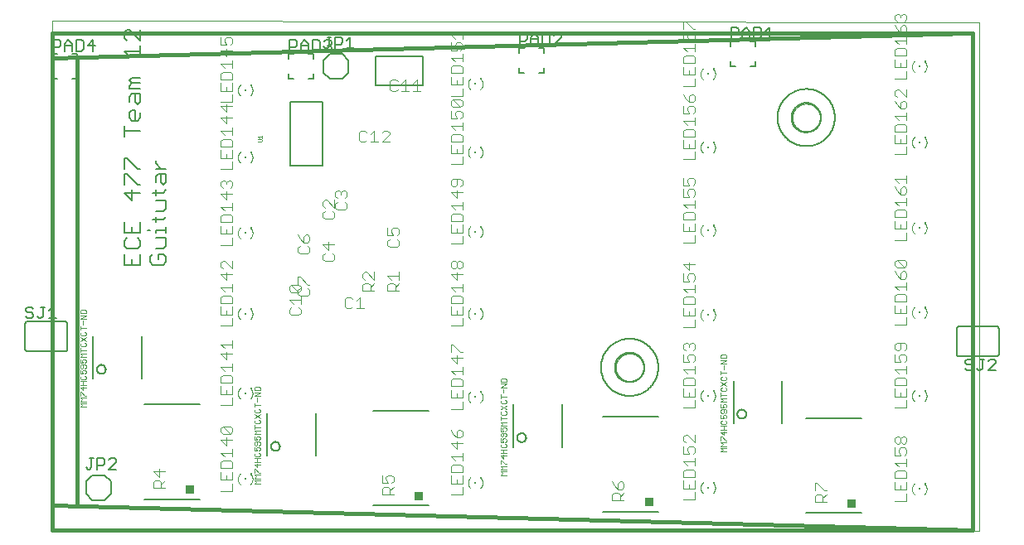
<source format=gto>
G75*
%MOIN*%
%OFA0B0*%
%FSLAX25Y25*%
%IPPOS*%
%LPD*%
%AMOC8*
5,1,8,0,0,1.08239X$1,22.5*
%
%ADD10C,0.00000*%
%ADD11C,0.01600*%
%ADD12C,0.00600*%
%ADD13C,0.00400*%
%ADD14R,0.00787X0.00787*%
%ADD15R,0.00984X0.00591*%
%ADD16C,0.00800*%
%ADD17R,0.03500X0.03500*%
%ADD18C,0.00200*%
%ADD19C,0.00500*%
%ADD20C,0.00100*%
D10*
X0014000Y0001800D02*
X0014000Y0206761D01*
X0386701Y0206261D01*
X0386701Y0001300D01*
X0014000Y0001800D01*
X0240488Y0067300D02*
X0240490Y0067448D01*
X0240496Y0067596D01*
X0240506Y0067744D01*
X0240520Y0067891D01*
X0240538Y0068038D01*
X0240559Y0068184D01*
X0240585Y0068330D01*
X0240615Y0068475D01*
X0240648Y0068619D01*
X0240686Y0068762D01*
X0240727Y0068904D01*
X0240772Y0069045D01*
X0240820Y0069185D01*
X0240873Y0069324D01*
X0240929Y0069461D01*
X0240989Y0069596D01*
X0241052Y0069730D01*
X0241119Y0069862D01*
X0241190Y0069992D01*
X0241264Y0070120D01*
X0241341Y0070246D01*
X0241422Y0070370D01*
X0241506Y0070492D01*
X0241593Y0070611D01*
X0241684Y0070728D01*
X0241778Y0070843D01*
X0241874Y0070955D01*
X0241974Y0071065D01*
X0242076Y0071171D01*
X0242182Y0071275D01*
X0242290Y0071376D01*
X0242401Y0071474D01*
X0242514Y0071570D01*
X0242630Y0071662D01*
X0242748Y0071751D01*
X0242869Y0071836D01*
X0242992Y0071919D01*
X0243117Y0071998D01*
X0243244Y0072074D01*
X0243373Y0072146D01*
X0243504Y0072215D01*
X0243637Y0072280D01*
X0243772Y0072341D01*
X0243908Y0072399D01*
X0244045Y0072454D01*
X0244184Y0072504D01*
X0244325Y0072551D01*
X0244466Y0072594D01*
X0244609Y0072634D01*
X0244753Y0072669D01*
X0244897Y0072701D01*
X0245043Y0072728D01*
X0245189Y0072752D01*
X0245336Y0072772D01*
X0245483Y0072788D01*
X0245630Y0072800D01*
X0245778Y0072808D01*
X0245926Y0072812D01*
X0246074Y0072812D01*
X0246222Y0072808D01*
X0246370Y0072800D01*
X0246517Y0072788D01*
X0246664Y0072772D01*
X0246811Y0072752D01*
X0246957Y0072728D01*
X0247103Y0072701D01*
X0247247Y0072669D01*
X0247391Y0072634D01*
X0247534Y0072594D01*
X0247675Y0072551D01*
X0247816Y0072504D01*
X0247955Y0072454D01*
X0248092Y0072399D01*
X0248228Y0072341D01*
X0248363Y0072280D01*
X0248496Y0072215D01*
X0248627Y0072146D01*
X0248756Y0072074D01*
X0248883Y0071998D01*
X0249008Y0071919D01*
X0249131Y0071836D01*
X0249252Y0071751D01*
X0249370Y0071662D01*
X0249486Y0071570D01*
X0249599Y0071474D01*
X0249710Y0071376D01*
X0249818Y0071275D01*
X0249924Y0071171D01*
X0250026Y0071065D01*
X0250126Y0070955D01*
X0250222Y0070843D01*
X0250316Y0070728D01*
X0250407Y0070611D01*
X0250494Y0070492D01*
X0250578Y0070370D01*
X0250659Y0070246D01*
X0250736Y0070120D01*
X0250810Y0069992D01*
X0250881Y0069862D01*
X0250948Y0069730D01*
X0251011Y0069596D01*
X0251071Y0069461D01*
X0251127Y0069324D01*
X0251180Y0069185D01*
X0251228Y0069045D01*
X0251273Y0068904D01*
X0251314Y0068762D01*
X0251352Y0068619D01*
X0251385Y0068475D01*
X0251415Y0068330D01*
X0251441Y0068184D01*
X0251462Y0068038D01*
X0251480Y0067891D01*
X0251494Y0067744D01*
X0251504Y0067596D01*
X0251510Y0067448D01*
X0251512Y0067300D01*
X0251510Y0067152D01*
X0251504Y0067004D01*
X0251494Y0066856D01*
X0251480Y0066709D01*
X0251462Y0066562D01*
X0251441Y0066416D01*
X0251415Y0066270D01*
X0251385Y0066125D01*
X0251352Y0065981D01*
X0251314Y0065838D01*
X0251273Y0065696D01*
X0251228Y0065555D01*
X0251180Y0065415D01*
X0251127Y0065276D01*
X0251071Y0065139D01*
X0251011Y0065004D01*
X0250948Y0064870D01*
X0250881Y0064738D01*
X0250810Y0064608D01*
X0250736Y0064480D01*
X0250659Y0064354D01*
X0250578Y0064230D01*
X0250494Y0064108D01*
X0250407Y0063989D01*
X0250316Y0063872D01*
X0250222Y0063757D01*
X0250126Y0063645D01*
X0250026Y0063535D01*
X0249924Y0063429D01*
X0249818Y0063325D01*
X0249710Y0063224D01*
X0249599Y0063126D01*
X0249486Y0063030D01*
X0249370Y0062938D01*
X0249252Y0062849D01*
X0249131Y0062764D01*
X0249008Y0062681D01*
X0248883Y0062602D01*
X0248756Y0062526D01*
X0248627Y0062454D01*
X0248496Y0062385D01*
X0248363Y0062320D01*
X0248228Y0062259D01*
X0248092Y0062201D01*
X0247955Y0062146D01*
X0247816Y0062096D01*
X0247675Y0062049D01*
X0247534Y0062006D01*
X0247391Y0061966D01*
X0247247Y0061931D01*
X0247103Y0061899D01*
X0246957Y0061872D01*
X0246811Y0061848D01*
X0246664Y0061828D01*
X0246517Y0061812D01*
X0246370Y0061800D01*
X0246222Y0061792D01*
X0246074Y0061788D01*
X0245926Y0061788D01*
X0245778Y0061792D01*
X0245630Y0061800D01*
X0245483Y0061812D01*
X0245336Y0061828D01*
X0245189Y0061848D01*
X0245043Y0061872D01*
X0244897Y0061899D01*
X0244753Y0061931D01*
X0244609Y0061966D01*
X0244466Y0062006D01*
X0244325Y0062049D01*
X0244184Y0062096D01*
X0244045Y0062146D01*
X0243908Y0062201D01*
X0243772Y0062259D01*
X0243637Y0062320D01*
X0243504Y0062385D01*
X0243373Y0062454D01*
X0243244Y0062526D01*
X0243117Y0062602D01*
X0242992Y0062681D01*
X0242869Y0062764D01*
X0242748Y0062849D01*
X0242630Y0062938D01*
X0242514Y0063030D01*
X0242401Y0063126D01*
X0242290Y0063224D01*
X0242182Y0063325D01*
X0242076Y0063429D01*
X0241974Y0063535D01*
X0241874Y0063645D01*
X0241778Y0063757D01*
X0241684Y0063872D01*
X0241593Y0063989D01*
X0241506Y0064108D01*
X0241422Y0064230D01*
X0241341Y0064354D01*
X0241264Y0064480D01*
X0241190Y0064608D01*
X0241119Y0064738D01*
X0241052Y0064870D01*
X0240989Y0065004D01*
X0240929Y0065139D01*
X0240873Y0065276D01*
X0240820Y0065415D01*
X0240772Y0065555D01*
X0240727Y0065696D01*
X0240686Y0065838D01*
X0240648Y0065981D01*
X0240615Y0066125D01*
X0240585Y0066270D01*
X0240559Y0066416D01*
X0240538Y0066562D01*
X0240520Y0066709D01*
X0240506Y0066856D01*
X0240496Y0067004D01*
X0240490Y0067152D01*
X0240488Y0067300D01*
X0311488Y0167800D02*
X0311490Y0167948D01*
X0311496Y0168096D01*
X0311506Y0168244D01*
X0311520Y0168391D01*
X0311538Y0168538D01*
X0311559Y0168684D01*
X0311585Y0168830D01*
X0311615Y0168975D01*
X0311648Y0169119D01*
X0311686Y0169262D01*
X0311727Y0169404D01*
X0311772Y0169545D01*
X0311820Y0169685D01*
X0311873Y0169824D01*
X0311929Y0169961D01*
X0311989Y0170096D01*
X0312052Y0170230D01*
X0312119Y0170362D01*
X0312190Y0170492D01*
X0312264Y0170620D01*
X0312341Y0170746D01*
X0312422Y0170870D01*
X0312506Y0170992D01*
X0312593Y0171111D01*
X0312684Y0171228D01*
X0312778Y0171343D01*
X0312874Y0171455D01*
X0312974Y0171565D01*
X0313076Y0171671D01*
X0313182Y0171775D01*
X0313290Y0171876D01*
X0313401Y0171974D01*
X0313514Y0172070D01*
X0313630Y0172162D01*
X0313748Y0172251D01*
X0313869Y0172336D01*
X0313992Y0172419D01*
X0314117Y0172498D01*
X0314244Y0172574D01*
X0314373Y0172646D01*
X0314504Y0172715D01*
X0314637Y0172780D01*
X0314772Y0172841D01*
X0314908Y0172899D01*
X0315045Y0172954D01*
X0315184Y0173004D01*
X0315325Y0173051D01*
X0315466Y0173094D01*
X0315609Y0173134D01*
X0315753Y0173169D01*
X0315897Y0173201D01*
X0316043Y0173228D01*
X0316189Y0173252D01*
X0316336Y0173272D01*
X0316483Y0173288D01*
X0316630Y0173300D01*
X0316778Y0173308D01*
X0316926Y0173312D01*
X0317074Y0173312D01*
X0317222Y0173308D01*
X0317370Y0173300D01*
X0317517Y0173288D01*
X0317664Y0173272D01*
X0317811Y0173252D01*
X0317957Y0173228D01*
X0318103Y0173201D01*
X0318247Y0173169D01*
X0318391Y0173134D01*
X0318534Y0173094D01*
X0318675Y0173051D01*
X0318816Y0173004D01*
X0318955Y0172954D01*
X0319092Y0172899D01*
X0319228Y0172841D01*
X0319363Y0172780D01*
X0319496Y0172715D01*
X0319627Y0172646D01*
X0319756Y0172574D01*
X0319883Y0172498D01*
X0320008Y0172419D01*
X0320131Y0172336D01*
X0320252Y0172251D01*
X0320370Y0172162D01*
X0320486Y0172070D01*
X0320599Y0171974D01*
X0320710Y0171876D01*
X0320818Y0171775D01*
X0320924Y0171671D01*
X0321026Y0171565D01*
X0321126Y0171455D01*
X0321222Y0171343D01*
X0321316Y0171228D01*
X0321407Y0171111D01*
X0321494Y0170992D01*
X0321578Y0170870D01*
X0321659Y0170746D01*
X0321736Y0170620D01*
X0321810Y0170492D01*
X0321881Y0170362D01*
X0321948Y0170230D01*
X0322011Y0170096D01*
X0322071Y0169961D01*
X0322127Y0169824D01*
X0322180Y0169685D01*
X0322228Y0169545D01*
X0322273Y0169404D01*
X0322314Y0169262D01*
X0322352Y0169119D01*
X0322385Y0168975D01*
X0322415Y0168830D01*
X0322441Y0168684D01*
X0322462Y0168538D01*
X0322480Y0168391D01*
X0322494Y0168244D01*
X0322504Y0168096D01*
X0322510Y0167948D01*
X0322512Y0167800D01*
X0322510Y0167652D01*
X0322504Y0167504D01*
X0322494Y0167356D01*
X0322480Y0167209D01*
X0322462Y0167062D01*
X0322441Y0166916D01*
X0322415Y0166770D01*
X0322385Y0166625D01*
X0322352Y0166481D01*
X0322314Y0166338D01*
X0322273Y0166196D01*
X0322228Y0166055D01*
X0322180Y0165915D01*
X0322127Y0165776D01*
X0322071Y0165639D01*
X0322011Y0165504D01*
X0321948Y0165370D01*
X0321881Y0165238D01*
X0321810Y0165108D01*
X0321736Y0164980D01*
X0321659Y0164854D01*
X0321578Y0164730D01*
X0321494Y0164608D01*
X0321407Y0164489D01*
X0321316Y0164372D01*
X0321222Y0164257D01*
X0321126Y0164145D01*
X0321026Y0164035D01*
X0320924Y0163929D01*
X0320818Y0163825D01*
X0320710Y0163724D01*
X0320599Y0163626D01*
X0320486Y0163530D01*
X0320370Y0163438D01*
X0320252Y0163349D01*
X0320131Y0163264D01*
X0320008Y0163181D01*
X0319883Y0163102D01*
X0319756Y0163026D01*
X0319627Y0162954D01*
X0319496Y0162885D01*
X0319363Y0162820D01*
X0319228Y0162759D01*
X0319092Y0162701D01*
X0318955Y0162646D01*
X0318816Y0162596D01*
X0318675Y0162549D01*
X0318534Y0162506D01*
X0318391Y0162466D01*
X0318247Y0162431D01*
X0318103Y0162399D01*
X0317957Y0162372D01*
X0317811Y0162348D01*
X0317664Y0162328D01*
X0317517Y0162312D01*
X0317370Y0162300D01*
X0317222Y0162292D01*
X0317074Y0162288D01*
X0316926Y0162288D01*
X0316778Y0162292D01*
X0316630Y0162300D01*
X0316483Y0162312D01*
X0316336Y0162328D01*
X0316189Y0162348D01*
X0316043Y0162372D01*
X0315897Y0162399D01*
X0315753Y0162431D01*
X0315609Y0162466D01*
X0315466Y0162506D01*
X0315325Y0162549D01*
X0315184Y0162596D01*
X0315045Y0162646D01*
X0314908Y0162701D01*
X0314772Y0162759D01*
X0314637Y0162820D01*
X0314504Y0162885D01*
X0314373Y0162954D01*
X0314244Y0163026D01*
X0314117Y0163102D01*
X0313992Y0163181D01*
X0313869Y0163264D01*
X0313748Y0163349D01*
X0313630Y0163438D01*
X0313514Y0163530D01*
X0313401Y0163626D01*
X0313290Y0163724D01*
X0313182Y0163825D01*
X0313076Y0163929D01*
X0312974Y0164035D01*
X0312874Y0164145D01*
X0312778Y0164257D01*
X0312684Y0164372D01*
X0312593Y0164489D01*
X0312506Y0164608D01*
X0312422Y0164730D01*
X0312341Y0164854D01*
X0312264Y0164980D01*
X0312190Y0165108D01*
X0312119Y0165238D01*
X0312052Y0165370D01*
X0311989Y0165504D01*
X0311929Y0165639D01*
X0311873Y0165776D01*
X0311820Y0165915D01*
X0311772Y0166055D01*
X0311727Y0166196D01*
X0311686Y0166338D01*
X0311648Y0166481D01*
X0311615Y0166625D01*
X0311585Y0166770D01*
X0311559Y0166916D01*
X0311538Y0167062D01*
X0311520Y0167209D01*
X0311506Y0167356D01*
X0311496Y0167504D01*
X0311490Y0167652D01*
X0311488Y0167800D01*
D11*
X0384000Y0001800D02*
X0014000Y0001800D01*
X0014000Y0011800D01*
X0384000Y0001800D01*
X0384000Y0201800D01*
X0382000Y0201800D01*
X0014000Y0201800D01*
X0014000Y0191800D01*
X0014000Y0011800D01*
X0024000Y0011800D02*
X0024000Y0191800D01*
X0014000Y0191800D02*
X0382000Y0201800D01*
D12*
X0305500Y0167800D02*
X0305503Y0168082D01*
X0305514Y0168364D01*
X0305531Y0168646D01*
X0305555Y0168927D01*
X0305586Y0169208D01*
X0305624Y0169487D01*
X0305669Y0169766D01*
X0305721Y0170044D01*
X0305779Y0170320D01*
X0305845Y0170594D01*
X0305917Y0170867D01*
X0305995Y0171138D01*
X0306080Y0171407D01*
X0306172Y0171674D01*
X0306271Y0171939D01*
X0306375Y0172201D01*
X0306487Y0172460D01*
X0306604Y0172717D01*
X0306728Y0172971D01*
X0306858Y0173221D01*
X0306994Y0173468D01*
X0307136Y0173712D01*
X0307284Y0173952D01*
X0307438Y0174189D01*
X0307598Y0174422D01*
X0307763Y0174651D01*
X0307934Y0174875D01*
X0308110Y0175096D01*
X0308292Y0175311D01*
X0308479Y0175523D01*
X0308671Y0175730D01*
X0308868Y0175932D01*
X0309070Y0176129D01*
X0309277Y0176321D01*
X0309489Y0176508D01*
X0309704Y0176690D01*
X0309925Y0176866D01*
X0310149Y0177037D01*
X0310378Y0177202D01*
X0310611Y0177362D01*
X0310848Y0177516D01*
X0311088Y0177664D01*
X0311332Y0177806D01*
X0311579Y0177942D01*
X0311829Y0178072D01*
X0312083Y0178196D01*
X0312340Y0178313D01*
X0312599Y0178425D01*
X0312861Y0178529D01*
X0313126Y0178628D01*
X0313393Y0178720D01*
X0313662Y0178805D01*
X0313933Y0178883D01*
X0314206Y0178955D01*
X0314480Y0179021D01*
X0314756Y0179079D01*
X0315034Y0179131D01*
X0315313Y0179176D01*
X0315592Y0179214D01*
X0315873Y0179245D01*
X0316154Y0179269D01*
X0316436Y0179286D01*
X0316718Y0179297D01*
X0317000Y0179300D01*
X0317282Y0179297D01*
X0317564Y0179286D01*
X0317846Y0179269D01*
X0318127Y0179245D01*
X0318408Y0179214D01*
X0318687Y0179176D01*
X0318966Y0179131D01*
X0319244Y0179079D01*
X0319520Y0179021D01*
X0319794Y0178955D01*
X0320067Y0178883D01*
X0320338Y0178805D01*
X0320607Y0178720D01*
X0320874Y0178628D01*
X0321139Y0178529D01*
X0321401Y0178425D01*
X0321660Y0178313D01*
X0321917Y0178196D01*
X0322171Y0178072D01*
X0322421Y0177942D01*
X0322668Y0177806D01*
X0322912Y0177664D01*
X0323152Y0177516D01*
X0323389Y0177362D01*
X0323622Y0177202D01*
X0323851Y0177037D01*
X0324075Y0176866D01*
X0324296Y0176690D01*
X0324511Y0176508D01*
X0324723Y0176321D01*
X0324930Y0176129D01*
X0325132Y0175932D01*
X0325329Y0175730D01*
X0325521Y0175523D01*
X0325708Y0175311D01*
X0325890Y0175096D01*
X0326066Y0174875D01*
X0326237Y0174651D01*
X0326402Y0174422D01*
X0326562Y0174189D01*
X0326716Y0173952D01*
X0326864Y0173712D01*
X0327006Y0173468D01*
X0327142Y0173221D01*
X0327272Y0172971D01*
X0327396Y0172717D01*
X0327513Y0172460D01*
X0327625Y0172201D01*
X0327729Y0171939D01*
X0327828Y0171674D01*
X0327920Y0171407D01*
X0328005Y0171138D01*
X0328083Y0170867D01*
X0328155Y0170594D01*
X0328221Y0170320D01*
X0328279Y0170044D01*
X0328331Y0169766D01*
X0328376Y0169487D01*
X0328414Y0169208D01*
X0328445Y0168927D01*
X0328469Y0168646D01*
X0328486Y0168364D01*
X0328497Y0168082D01*
X0328500Y0167800D01*
X0328497Y0167518D01*
X0328486Y0167236D01*
X0328469Y0166954D01*
X0328445Y0166673D01*
X0328414Y0166392D01*
X0328376Y0166113D01*
X0328331Y0165834D01*
X0328279Y0165556D01*
X0328221Y0165280D01*
X0328155Y0165006D01*
X0328083Y0164733D01*
X0328005Y0164462D01*
X0327920Y0164193D01*
X0327828Y0163926D01*
X0327729Y0163661D01*
X0327625Y0163399D01*
X0327513Y0163140D01*
X0327396Y0162883D01*
X0327272Y0162629D01*
X0327142Y0162379D01*
X0327006Y0162132D01*
X0326864Y0161888D01*
X0326716Y0161648D01*
X0326562Y0161411D01*
X0326402Y0161178D01*
X0326237Y0160949D01*
X0326066Y0160725D01*
X0325890Y0160504D01*
X0325708Y0160289D01*
X0325521Y0160077D01*
X0325329Y0159870D01*
X0325132Y0159668D01*
X0324930Y0159471D01*
X0324723Y0159279D01*
X0324511Y0159092D01*
X0324296Y0158910D01*
X0324075Y0158734D01*
X0323851Y0158563D01*
X0323622Y0158398D01*
X0323389Y0158238D01*
X0323152Y0158084D01*
X0322912Y0157936D01*
X0322668Y0157794D01*
X0322421Y0157658D01*
X0322171Y0157528D01*
X0321917Y0157404D01*
X0321660Y0157287D01*
X0321401Y0157175D01*
X0321139Y0157071D01*
X0320874Y0156972D01*
X0320607Y0156880D01*
X0320338Y0156795D01*
X0320067Y0156717D01*
X0319794Y0156645D01*
X0319520Y0156579D01*
X0319244Y0156521D01*
X0318966Y0156469D01*
X0318687Y0156424D01*
X0318408Y0156386D01*
X0318127Y0156355D01*
X0317846Y0156331D01*
X0317564Y0156314D01*
X0317282Y0156303D01*
X0317000Y0156300D01*
X0316718Y0156303D01*
X0316436Y0156314D01*
X0316154Y0156331D01*
X0315873Y0156355D01*
X0315592Y0156386D01*
X0315313Y0156424D01*
X0315034Y0156469D01*
X0314756Y0156521D01*
X0314480Y0156579D01*
X0314206Y0156645D01*
X0313933Y0156717D01*
X0313662Y0156795D01*
X0313393Y0156880D01*
X0313126Y0156972D01*
X0312861Y0157071D01*
X0312599Y0157175D01*
X0312340Y0157287D01*
X0312083Y0157404D01*
X0311829Y0157528D01*
X0311579Y0157658D01*
X0311332Y0157794D01*
X0311088Y0157936D01*
X0310848Y0158084D01*
X0310611Y0158238D01*
X0310378Y0158398D01*
X0310149Y0158563D01*
X0309925Y0158734D01*
X0309704Y0158910D01*
X0309489Y0159092D01*
X0309277Y0159279D01*
X0309070Y0159471D01*
X0308868Y0159668D01*
X0308671Y0159870D01*
X0308479Y0160077D01*
X0308292Y0160289D01*
X0308110Y0160504D01*
X0307934Y0160725D01*
X0307763Y0160949D01*
X0307598Y0161178D01*
X0307438Y0161411D01*
X0307284Y0161648D01*
X0307136Y0161888D01*
X0306994Y0162132D01*
X0306858Y0162379D01*
X0306728Y0162629D01*
X0306604Y0162883D01*
X0306487Y0163140D01*
X0306375Y0163399D01*
X0306271Y0163661D01*
X0306172Y0163926D01*
X0306080Y0164193D01*
X0305995Y0164462D01*
X0305917Y0164733D01*
X0305845Y0165006D01*
X0305779Y0165280D01*
X0305721Y0165556D01*
X0305669Y0165834D01*
X0305624Y0166113D01*
X0305586Y0166392D01*
X0305555Y0166673D01*
X0305531Y0166954D01*
X0305514Y0167236D01*
X0305503Y0167518D01*
X0305500Y0167800D01*
X0296500Y0188300D02*
X0294500Y0188300D01*
X0296500Y0188300D02*
X0296500Y0190300D01*
X0296500Y0196300D02*
X0296500Y0198300D01*
X0294500Y0198300D01*
X0288500Y0198300D02*
X0286500Y0198300D01*
X0286500Y0196300D01*
X0286500Y0190300D02*
X0286500Y0188300D01*
X0288500Y0188300D01*
X0211500Y0187800D02*
X0211500Y0185800D01*
X0209500Y0185800D01*
X0203500Y0185800D02*
X0201500Y0185800D01*
X0201500Y0187800D01*
X0201500Y0193800D02*
X0201500Y0195800D01*
X0203500Y0195800D01*
X0209500Y0195800D02*
X0211500Y0195800D01*
X0211500Y0193800D01*
X0133000Y0190800D02*
X0133000Y0185800D01*
X0130500Y0183300D01*
X0125500Y0183300D01*
X0123000Y0185800D01*
X0123000Y0190800D01*
X0125500Y0193300D01*
X0130500Y0193300D01*
X0133000Y0190800D01*
X0119000Y0191300D02*
X0119000Y0193300D01*
X0117000Y0193300D01*
X0111000Y0193300D02*
X0109000Y0193300D01*
X0109000Y0191300D01*
X0109000Y0185300D02*
X0109000Y0183300D01*
X0111000Y0183300D01*
X0117000Y0183300D02*
X0119000Y0183300D01*
X0119000Y0185300D01*
X0055430Y0150476D02*
X0055430Y0149408D01*
X0057565Y0147273D01*
X0059700Y0147273D02*
X0055430Y0147273D01*
X0056497Y0145098D02*
X0055430Y0144030D01*
X0055430Y0141895D01*
X0057565Y0141895D02*
X0058632Y0140827D01*
X0059700Y0141895D01*
X0059700Y0145098D01*
X0056497Y0145098D01*
X0057565Y0145098D02*
X0057565Y0141895D01*
X0059700Y0138666D02*
X0058632Y0137598D01*
X0054362Y0137598D01*
X0055430Y0136530D02*
X0055430Y0138666D01*
X0049200Y0137585D02*
X0042795Y0137585D01*
X0045997Y0134382D01*
X0045997Y0138652D01*
X0048132Y0140827D02*
X0049200Y0140827D01*
X0048132Y0140827D02*
X0043862Y0145098D01*
X0042795Y0145098D01*
X0042795Y0140827D01*
X0042795Y0147273D02*
X0042795Y0151543D01*
X0043862Y0151543D01*
X0048132Y0147273D01*
X0049200Y0147273D01*
X0055430Y0134355D02*
X0059700Y0134355D01*
X0059700Y0131153D01*
X0058632Y0130085D01*
X0055430Y0130085D01*
X0055430Y0127923D02*
X0055430Y0125788D01*
X0054362Y0126856D02*
X0058632Y0126856D01*
X0059700Y0127923D01*
X0059700Y0123626D02*
X0059700Y0121491D01*
X0059700Y0122559D02*
X0055430Y0122559D01*
X0055430Y0121491D01*
X0055430Y0119316D02*
X0059700Y0119316D01*
X0059700Y0116113D01*
X0058632Y0115045D01*
X0055430Y0115045D01*
X0056497Y0112870D02*
X0056497Y0110735D01*
X0056497Y0112870D02*
X0058632Y0112870D01*
X0059700Y0111803D01*
X0059700Y0109668D01*
X0058632Y0108600D01*
X0054362Y0108600D01*
X0053295Y0109668D01*
X0053295Y0111803D01*
X0054362Y0112870D01*
X0049200Y0112870D02*
X0049200Y0108600D01*
X0042795Y0108600D01*
X0042795Y0112870D01*
X0043862Y0115045D02*
X0048132Y0115045D01*
X0049200Y0116113D01*
X0049200Y0118248D01*
X0048132Y0119316D01*
X0049200Y0121491D02*
X0049200Y0125761D01*
X0045997Y0123626D02*
X0045997Y0121491D01*
X0043862Y0119316D02*
X0042795Y0118248D01*
X0042795Y0116113D01*
X0043862Y0115045D01*
X0045997Y0110735D02*
X0045997Y0108600D01*
X0042795Y0121491D02*
X0049200Y0121491D01*
X0052227Y0122559D02*
X0053295Y0122559D01*
X0042795Y0121491D02*
X0042795Y0125761D01*
X0042795Y0160164D02*
X0042795Y0164434D01*
X0042795Y0162299D02*
X0049200Y0162299D01*
X0048132Y0166609D02*
X0045997Y0166609D01*
X0044930Y0167677D01*
X0044930Y0169812D01*
X0045997Y0170880D01*
X0047065Y0170880D01*
X0047065Y0166609D01*
X0048132Y0166609D02*
X0049200Y0167677D01*
X0049200Y0169812D01*
X0048132Y0173055D02*
X0047065Y0174123D01*
X0047065Y0177325D01*
X0045997Y0177325D02*
X0049200Y0177325D01*
X0049200Y0174123D01*
X0048132Y0173055D01*
X0044930Y0174123D02*
X0044930Y0176258D01*
X0045997Y0177325D01*
X0044930Y0179500D02*
X0044930Y0180568D01*
X0045997Y0181636D01*
X0044930Y0182703D01*
X0045997Y0183771D01*
X0049200Y0183771D01*
X0049200Y0181636D02*
X0045997Y0181636D01*
X0044930Y0179500D02*
X0049200Y0179500D01*
X0049200Y0192391D02*
X0049200Y0196662D01*
X0049200Y0194527D02*
X0042795Y0194527D01*
X0044930Y0192391D01*
X0043862Y0198837D02*
X0042795Y0199905D01*
X0042795Y0202040D01*
X0043862Y0203107D01*
X0044930Y0203107D01*
X0049200Y0198837D01*
X0049200Y0203107D01*
X0024000Y0193300D02*
X0024000Y0191300D01*
X0024000Y0193300D02*
X0022000Y0193300D01*
X0016000Y0193300D02*
X0014000Y0193300D01*
X0014000Y0191300D01*
X0014000Y0185300D02*
X0014000Y0183300D01*
X0016000Y0183300D01*
X0022000Y0183300D02*
X0024000Y0183300D01*
X0024000Y0185300D01*
X0019000Y0085800D02*
X0004000Y0085800D01*
X0003940Y0085798D01*
X0003879Y0085793D01*
X0003820Y0085784D01*
X0003761Y0085771D01*
X0003702Y0085755D01*
X0003645Y0085735D01*
X0003590Y0085712D01*
X0003535Y0085685D01*
X0003483Y0085656D01*
X0003432Y0085623D01*
X0003383Y0085587D01*
X0003337Y0085549D01*
X0003293Y0085507D01*
X0003251Y0085463D01*
X0003213Y0085417D01*
X0003177Y0085368D01*
X0003144Y0085317D01*
X0003115Y0085265D01*
X0003088Y0085210D01*
X0003065Y0085155D01*
X0003045Y0085098D01*
X0003029Y0085039D01*
X0003016Y0084980D01*
X0003007Y0084921D01*
X0003002Y0084860D01*
X0003000Y0084800D01*
X0003000Y0074800D01*
X0003002Y0074740D01*
X0003007Y0074679D01*
X0003016Y0074620D01*
X0003029Y0074561D01*
X0003045Y0074502D01*
X0003065Y0074445D01*
X0003088Y0074390D01*
X0003115Y0074335D01*
X0003144Y0074283D01*
X0003177Y0074232D01*
X0003213Y0074183D01*
X0003251Y0074137D01*
X0003293Y0074093D01*
X0003337Y0074051D01*
X0003383Y0074013D01*
X0003432Y0073977D01*
X0003483Y0073944D01*
X0003535Y0073915D01*
X0003590Y0073888D01*
X0003645Y0073865D01*
X0003702Y0073845D01*
X0003761Y0073829D01*
X0003820Y0073816D01*
X0003879Y0073807D01*
X0003940Y0073802D01*
X0004000Y0073800D01*
X0019000Y0073800D01*
X0019060Y0073802D01*
X0019121Y0073807D01*
X0019180Y0073816D01*
X0019239Y0073829D01*
X0019298Y0073845D01*
X0019355Y0073865D01*
X0019410Y0073888D01*
X0019465Y0073915D01*
X0019517Y0073944D01*
X0019568Y0073977D01*
X0019617Y0074013D01*
X0019663Y0074051D01*
X0019707Y0074093D01*
X0019749Y0074137D01*
X0019787Y0074183D01*
X0019823Y0074232D01*
X0019856Y0074283D01*
X0019885Y0074335D01*
X0019912Y0074390D01*
X0019935Y0074445D01*
X0019955Y0074502D01*
X0019971Y0074561D01*
X0019984Y0074620D01*
X0019993Y0074679D01*
X0019998Y0074740D01*
X0020000Y0074800D01*
X0020000Y0084800D01*
X0019998Y0084860D01*
X0019993Y0084921D01*
X0019984Y0084980D01*
X0019971Y0085039D01*
X0019955Y0085098D01*
X0019935Y0085155D01*
X0019912Y0085210D01*
X0019885Y0085265D01*
X0019856Y0085317D01*
X0019823Y0085368D01*
X0019787Y0085417D01*
X0019749Y0085463D01*
X0019707Y0085507D01*
X0019663Y0085549D01*
X0019617Y0085587D01*
X0019568Y0085623D01*
X0019517Y0085656D01*
X0019465Y0085685D01*
X0019410Y0085712D01*
X0019355Y0085735D01*
X0019298Y0085755D01*
X0019239Y0085771D01*
X0019180Y0085784D01*
X0019121Y0085793D01*
X0019060Y0085798D01*
X0019000Y0085800D01*
X0030297Y0079795D02*
X0030297Y0062706D01*
X0031800Y0066500D02*
X0031802Y0066584D01*
X0031808Y0066669D01*
X0031818Y0066752D01*
X0031832Y0066836D01*
X0031849Y0066918D01*
X0031871Y0067000D01*
X0031896Y0067080D01*
X0031925Y0067159D01*
X0031958Y0067237D01*
X0031994Y0067313D01*
X0032034Y0067388D01*
X0032078Y0067460D01*
X0032124Y0067531D01*
X0032174Y0067599D01*
X0032227Y0067664D01*
X0032283Y0067727D01*
X0032342Y0067788D01*
X0032404Y0067845D01*
X0032468Y0067900D01*
X0032535Y0067951D01*
X0032604Y0068000D01*
X0032676Y0068045D01*
X0032749Y0068086D01*
X0032824Y0068124D01*
X0032901Y0068159D01*
X0032980Y0068190D01*
X0033060Y0068217D01*
X0033141Y0068240D01*
X0033223Y0068260D01*
X0033306Y0068276D01*
X0033389Y0068288D01*
X0033474Y0068296D01*
X0033558Y0068300D01*
X0033642Y0068300D01*
X0033726Y0068296D01*
X0033811Y0068288D01*
X0033894Y0068276D01*
X0033977Y0068260D01*
X0034059Y0068240D01*
X0034140Y0068217D01*
X0034220Y0068190D01*
X0034299Y0068159D01*
X0034376Y0068124D01*
X0034451Y0068086D01*
X0034524Y0068045D01*
X0034596Y0068000D01*
X0034665Y0067951D01*
X0034732Y0067900D01*
X0034796Y0067845D01*
X0034858Y0067788D01*
X0034917Y0067727D01*
X0034973Y0067664D01*
X0035026Y0067599D01*
X0035076Y0067531D01*
X0035122Y0067460D01*
X0035166Y0067388D01*
X0035206Y0067313D01*
X0035242Y0067237D01*
X0035275Y0067159D01*
X0035304Y0067080D01*
X0035329Y0067000D01*
X0035351Y0066918D01*
X0035368Y0066836D01*
X0035382Y0066752D01*
X0035392Y0066669D01*
X0035398Y0066584D01*
X0035400Y0066500D01*
X0035398Y0066416D01*
X0035392Y0066331D01*
X0035382Y0066248D01*
X0035368Y0066164D01*
X0035351Y0066082D01*
X0035329Y0066000D01*
X0035304Y0065920D01*
X0035275Y0065841D01*
X0035242Y0065763D01*
X0035206Y0065687D01*
X0035166Y0065612D01*
X0035122Y0065540D01*
X0035076Y0065469D01*
X0035026Y0065401D01*
X0034973Y0065336D01*
X0034917Y0065273D01*
X0034858Y0065212D01*
X0034796Y0065155D01*
X0034732Y0065100D01*
X0034665Y0065049D01*
X0034596Y0065000D01*
X0034524Y0064955D01*
X0034451Y0064914D01*
X0034376Y0064876D01*
X0034299Y0064841D01*
X0034220Y0064810D01*
X0034140Y0064783D01*
X0034059Y0064760D01*
X0033977Y0064740D01*
X0033894Y0064724D01*
X0033811Y0064712D01*
X0033726Y0064704D01*
X0033642Y0064700D01*
X0033558Y0064700D01*
X0033474Y0064704D01*
X0033389Y0064712D01*
X0033306Y0064724D01*
X0033223Y0064740D01*
X0033141Y0064760D01*
X0033060Y0064783D01*
X0032980Y0064810D01*
X0032901Y0064841D01*
X0032824Y0064876D01*
X0032749Y0064914D01*
X0032676Y0064955D01*
X0032604Y0065000D01*
X0032535Y0065049D01*
X0032468Y0065100D01*
X0032404Y0065155D01*
X0032342Y0065212D01*
X0032283Y0065273D01*
X0032227Y0065336D01*
X0032174Y0065401D01*
X0032124Y0065469D01*
X0032078Y0065540D01*
X0032034Y0065612D01*
X0031994Y0065687D01*
X0031958Y0065763D01*
X0031925Y0065841D01*
X0031896Y0065920D01*
X0031871Y0066000D01*
X0031849Y0066082D01*
X0031832Y0066164D01*
X0031818Y0066248D01*
X0031808Y0066331D01*
X0031802Y0066416D01*
X0031800Y0066500D01*
X0049802Y0062706D02*
X0049802Y0079795D01*
X0100297Y0048795D02*
X0100297Y0031706D01*
X0101800Y0035500D02*
X0101802Y0035584D01*
X0101808Y0035669D01*
X0101818Y0035752D01*
X0101832Y0035836D01*
X0101849Y0035918D01*
X0101871Y0036000D01*
X0101896Y0036080D01*
X0101925Y0036159D01*
X0101958Y0036237D01*
X0101994Y0036313D01*
X0102034Y0036388D01*
X0102078Y0036460D01*
X0102124Y0036531D01*
X0102174Y0036599D01*
X0102227Y0036664D01*
X0102283Y0036727D01*
X0102342Y0036788D01*
X0102404Y0036845D01*
X0102468Y0036900D01*
X0102535Y0036951D01*
X0102604Y0037000D01*
X0102676Y0037045D01*
X0102749Y0037086D01*
X0102824Y0037124D01*
X0102901Y0037159D01*
X0102980Y0037190D01*
X0103060Y0037217D01*
X0103141Y0037240D01*
X0103223Y0037260D01*
X0103306Y0037276D01*
X0103389Y0037288D01*
X0103474Y0037296D01*
X0103558Y0037300D01*
X0103642Y0037300D01*
X0103726Y0037296D01*
X0103811Y0037288D01*
X0103894Y0037276D01*
X0103977Y0037260D01*
X0104059Y0037240D01*
X0104140Y0037217D01*
X0104220Y0037190D01*
X0104299Y0037159D01*
X0104376Y0037124D01*
X0104451Y0037086D01*
X0104524Y0037045D01*
X0104596Y0037000D01*
X0104665Y0036951D01*
X0104732Y0036900D01*
X0104796Y0036845D01*
X0104858Y0036788D01*
X0104917Y0036727D01*
X0104973Y0036664D01*
X0105026Y0036599D01*
X0105076Y0036531D01*
X0105122Y0036460D01*
X0105166Y0036388D01*
X0105206Y0036313D01*
X0105242Y0036237D01*
X0105275Y0036159D01*
X0105304Y0036080D01*
X0105329Y0036000D01*
X0105351Y0035918D01*
X0105368Y0035836D01*
X0105382Y0035752D01*
X0105392Y0035669D01*
X0105398Y0035584D01*
X0105400Y0035500D01*
X0105398Y0035416D01*
X0105392Y0035331D01*
X0105382Y0035248D01*
X0105368Y0035164D01*
X0105351Y0035082D01*
X0105329Y0035000D01*
X0105304Y0034920D01*
X0105275Y0034841D01*
X0105242Y0034763D01*
X0105206Y0034687D01*
X0105166Y0034612D01*
X0105122Y0034540D01*
X0105076Y0034469D01*
X0105026Y0034401D01*
X0104973Y0034336D01*
X0104917Y0034273D01*
X0104858Y0034212D01*
X0104796Y0034155D01*
X0104732Y0034100D01*
X0104665Y0034049D01*
X0104596Y0034000D01*
X0104524Y0033955D01*
X0104451Y0033914D01*
X0104376Y0033876D01*
X0104299Y0033841D01*
X0104220Y0033810D01*
X0104140Y0033783D01*
X0104059Y0033760D01*
X0103977Y0033740D01*
X0103894Y0033724D01*
X0103811Y0033712D01*
X0103726Y0033704D01*
X0103642Y0033700D01*
X0103558Y0033700D01*
X0103474Y0033704D01*
X0103389Y0033712D01*
X0103306Y0033724D01*
X0103223Y0033740D01*
X0103141Y0033760D01*
X0103060Y0033783D01*
X0102980Y0033810D01*
X0102901Y0033841D01*
X0102824Y0033876D01*
X0102749Y0033914D01*
X0102676Y0033955D01*
X0102604Y0034000D01*
X0102535Y0034049D01*
X0102468Y0034100D01*
X0102404Y0034155D01*
X0102342Y0034212D01*
X0102283Y0034273D01*
X0102227Y0034336D01*
X0102174Y0034401D01*
X0102124Y0034469D01*
X0102078Y0034540D01*
X0102034Y0034612D01*
X0101994Y0034687D01*
X0101958Y0034763D01*
X0101925Y0034841D01*
X0101896Y0034920D01*
X0101871Y0035000D01*
X0101849Y0035082D01*
X0101832Y0035164D01*
X0101818Y0035248D01*
X0101808Y0035331D01*
X0101802Y0035416D01*
X0101800Y0035500D01*
X0119802Y0031706D02*
X0119802Y0048795D01*
X0199297Y0052295D02*
X0199297Y0035206D01*
X0200800Y0039000D02*
X0200802Y0039084D01*
X0200808Y0039169D01*
X0200818Y0039252D01*
X0200832Y0039336D01*
X0200849Y0039418D01*
X0200871Y0039500D01*
X0200896Y0039580D01*
X0200925Y0039659D01*
X0200958Y0039737D01*
X0200994Y0039813D01*
X0201034Y0039888D01*
X0201078Y0039960D01*
X0201124Y0040031D01*
X0201174Y0040099D01*
X0201227Y0040164D01*
X0201283Y0040227D01*
X0201342Y0040288D01*
X0201404Y0040345D01*
X0201468Y0040400D01*
X0201535Y0040451D01*
X0201604Y0040500D01*
X0201676Y0040545D01*
X0201749Y0040586D01*
X0201824Y0040624D01*
X0201901Y0040659D01*
X0201980Y0040690D01*
X0202060Y0040717D01*
X0202141Y0040740D01*
X0202223Y0040760D01*
X0202306Y0040776D01*
X0202389Y0040788D01*
X0202474Y0040796D01*
X0202558Y0040800D01*
X0202642Y0040800D01*
X0202726Y0040796D01*
X0202811Y0040788D01*
X0202894Y0040776D01*
X0202977Y0040760D01*
X0203059Y0040740D01*
X0203140Y0040717D01*
X0203220Y0040690D01*
X0203299Y0040659D01*
X0203376Y0040624D01*
X0203451Y0040586D01*
X0203524Y0040545D01*
X0203596Y0040500D01*
X0203665Y0040451D01*
X0203732Y0040400D01*
X0203796Y0040345D01*
X0203858Y0040288D01*
X0203917Y0040227D01*
X0203973Y0040164D01*
X0204026Y0040099D01*
X0204076Y0040031D01*
X0204122Y0039960D01*
X0204166Y0039888D01*
X0204206Y0039813D01*
X0204242Y0039737D01*
X0204275Y0039659D01*
X0204304Y0039580D01*
X0204329Y0039500D01*
X0204351Y0039418D01*
X0204368Y0039336D01*
X0204382Y0039252D01*
X0204392Y0039169D01*
X0204398Y0039084D01*
X0204400Y0039000D01*
X0204398Y0038916D01*
X0204392Y0038831D01*
X0204382Y0038748D01*
X0204368Y0038664D01*
X0204351Y0038582D01*
X0204329Y0038500D01*
X0204304Y0038420D01*
X0204275Y0038341D01*
X0204242Y0038263D01*
X0204206Y0038187D01*
X0204166Y0038112D01*
X0204122Y0038040D01*
X0204076Y0037969D01*
X0204026Y0037901D01*
X0203973Y0037836D01*
X0203917Y0037773D01*
X0203858Y0037712D01*
X0203796Y0037655D01*
X0203732Y0037600D01*
X0203665Y0037549D01*
X0203596Y0037500D01*
X0203524Y0037455D01*
X0203451Y0037414D01*
X0203376Y0037376D01*
X0203299Y0037341D01*
X0203220Y0037310D01*
X0203140Y0037283D01*
X0203059Y0037260D01*
X0202977Y0037240D01*
X0202894Y0037224D01*
X0202811Y0037212D01*
X0202726Y0037204D01*
X0202642Y0037200D01*
X0202558Y0037200D01*
X0202474Y0037204D01*
X0202389Y0037212D01*
X0202306Y0037224D01*
X0202223Y0037240D01*
X0202141Y0037260D01*
X0202060Y0037283D01*
X0201980Y0037310D01*
X0201901Y0037341D01*
X0201824Y0037376D01*
X0201749Y0037414D01*
X0201676Y0037455D01*
X0201604Y0037500D01*
X0201535Y0037549D01*
X0201468Y0037600D01*
X0201404Y0037655D01*
X0201342Y0037712D01*
X0201283Y0037773D01*
X0201227Y0037836D01*
X0201174Y0037901D01*
X0201124Y0037969D01*
X0201078Y0038040D01*
X0201034Y0038112D01*
X0200994Y0038187D01*
X0200958Y0038263D01*
X0200925Y0038341D01*
X0200896Y0038420D01*
X0200871Y0038500D01*
X0200849Y0038582D01*
X0200832Y0038664D01*
X0200818Y0038748D01*
X0200808Y0038831D01*
X0200802Y0038916D01*
X0200800Y0039000D01*
X0218802Y0035206D02*
X0218802Y0052295D01*
X0234500Y0067300D02*
X0234503Y0067582D01*
X0234514Y0067864D01*
X0234531Y0068146D01*
X0234555Y0068427D01*
X0234586Y0068708D01*
X0234624Y0068987D01*
X0234669Y0069266D01*
X0234721Y0069544D01*
X0234779Y0069820D01*
X0234845Y0070094D01*
X0234917Y0070367D01*
X0234995Y0070638D01*
X0235080Y0070907D01*
X0235172Y0071174D01*
X0235271Y0071439D01*
X0235375Y0071701D01*
X0235487Y0071960D01*
X0235604Y0072217D01*
X0235728Y0072471D01*
X0235858Y0072721D01*
X0235994Y0072968D01*
X0236136Y0073212D01*
X0236284Y0073452D01*
X0236438Y0073689D01*
X0236598Y0073922D01*
X0236763Y0074151D01*
X0236934Y0074375D01*
X0237110Y0074596D01*
X0237292Y0074811D01*
X0237479Y0075023D01*
X0237671Y0075230D01*
X0237868Y0075432D01*
X0238070Y0075629D01*
X0238277Y0075821D01*
X0238489Y0076008D01*
X0238704Y0076190D01*
X0238925Y0076366D01*
X0239149Y0076537D01*
X0239378Y0076702D01*
X0239611Y0076862D01*
X0239848Y0077016D01*
X0240088Y0077164D01*
X0240332Y0077306D01*
X0240579Y0077442D01*
X0240829Y0077572D01*
X0241083Y0077696D01*
X0241340Y0077813D01*
X0241599Y0077925D01*
X0241861Y0078029D01*
X0242126Y0078128D01*
X0242393Y0078220D01*
X0242662Y0078305D01*
X0242933Y0078383D01*
X0243206Y0078455D01*
X0243480Y0078521D01*
X0243756Y0078579D01*
X0244034Y0078631D01*
X0244313Y0078676D01*
X0244592Y0078714D01*
X0244873Y0078745D01*
X0245154Y0078769D01*
X0245436Y0078786D01*
X0245718Y0078797D01*
X0246000Y0078800D01*
X0246282Y0078797D01*
X0246564Y0078786D01*
X0246846Y0078769D01*
X0247127Y0078745D01*
X0247408Y0078714D01*
X0247687Y0078676D01*
X0247966Y0078631D01*
X0248244Y0078579D01*
X0248520Y0078521D01*
X0248794Y0078455D01*
X0249067Y0078383D01*
X0249338Y0078305D01*
X0249607Y0078220D01*
X0249874Y0078128D01*
X0250139Y0078029D01*
X0250401Y0077925D01*
X0250660Y0077813D01*
X0250917Y0077696D01*
X0251171Y0077572D01*
X0251421Y0077442D01*
X0251668Y0077306D01*
X0251912Y0077164D01*
X0252152Y0077016D01*
X0252389Y0076862D01*
X0252622Y0076702D01*
X0252851Y0076537D01*
X0253075Y0076366D01*
X0253296Y0076190D01*
X0253511Y0076008D01*
X0253723Y0075821D01*
X0253930Y0075629D01*
X0254132Y0075432D01*
X0254329Y0075230D01*
X0254521Y0075023D01*
X0254708Y0074811D01*
X0254890Y0074596D01*
X0255066Y0074375D01*
X0255237Y0074151D01*
X0255402Y0073922D01*
X0255562Y0073689D01*
X0255716Y0073452D01*
X0255864Y0073212D01*
X0256006Y0072968D01*
X0256142Y0072721D01*
X0256272Y0072471D01*
X0256396Y0072217D01*
X0256513Y0071960D01*
X0256625Y0071701D01*
X0256729Y0071439D01*
X0256828Y0071174D01*
X0256920Y0070907D01*
X0257005Y0070638D01*
X0257083Y0070367D01*
X0257155Y0070094D01*
X0257221Y0069820D01*
X0257279Y0069544D01*
X0257331Y0069266D01*
X0257376Y0068987D01*
X0257414Y0068708D01*
X0257445Y0068427D01*
X0257469Y0068146D01*
X0257486Y0067864D01*
X0257497Y0067582D01*
X0257500Y0067300D01*
X0257497Y0067018D01*
X0257486Y0066736D01*
X0257469Y0066454D01*
X0257445Y0066173D01*
X0257414Y0065892D01*
X0257376Y0065613D01*
X0257331Y0065334D01*
X0257279Y0065056D01*
X0257221Y0064780D01*
X0257155Y0064506D01*
X0257083Y0064233D01*
X0257005Y0063962D01*
X0256920Y0063693D01*
X0256828Y0063426D01*
X0256729Y0063161D01*
X0256625Y0062899D01*
X0256513Y0062640D01*
X0256396Y0062383D01*
X0256272Y0062129D01*
X0256142Y0061879D01*
X0256006Y0061632D01*
X0255864Y0061388D01*
X0255716Y0061148D01*
X0255562Y0060911D01*
X0255402Y0060678D01*
X0255237Y0060449D01*
X0255066Y0060225D01*
X0254890Y0060004D01*
X0254708Y0059789D01*
X0254521Y0059577D01*
X0254329Y0059370D01*
X0254132Y0059168D01*
X0253930Y0058971D01*
X0253723Y0058779D01*
X0253511Y0058592D01*
X0253296Y0058410D01*
X0253075Y0058234D01*
X0252851Y0058063D01*
X0252622Y0057898D01*
X0252389Y0057738D01*
X0252152Y0057584D01*
X0251912Y0057436D01*
X0251668Y0057294D01*
X0251421Y0057158D01*
X0251171Y0057028D01*
X0250917Y0056904D01*
X0250660Y0056787D01*
X0250401Y0056675D01*
X0250139Y0056571D01*
X0249874Y0056472D01*
X0249607Y0056380D01*
X0249338Y0056295D01*
X0249067Y0056217D01*
X0248794Y0056145D01*
X0248520Y0056079D01*
X0248244Y0056021D01*
X0247966Y0055969D01*
X0247687Y0055924D01*
X0247408Y0055886D01*
X0247127Y0055855D01*
X0246846Y0055831D01*
X0246564Y0055814D01*
X0246282Y0055803D01*
X0246000Y0055800D01*
X0245718Y0055803D01*
X0245436Y0055814D01*
X0245154Y0055831D01*
X0244873Y0055855D01*
X0244592Y0055886D01*
X0244313Y0055924D01*
X0244034Y0055969D01*
X0243756Y0056021D01*
X0243480Y0056079D01*
X0243206Y0056145D01*
X0242933Y0056217D01*
X0242662Y0056295D01*
X0242393Y0056380D01*
X0242126Y0056472D01*
X0241861Y0056571D01*
X0241599Y0056675D01*
X0241340Y0056787D01*
X0241083Y0056904D01*
X0240829Y0057028D01*
X0240579Y0057158D01*
X0240332Y0057294D01*
X0240088Y0057436D01*
X0239848Y0057584D01*
X0239611Y0057738D01*
X0239378Y0057898D01*
X0239149Y0058063D01*
X0238925Y0058234D01*
X0238704Y0058410D01*
X0238489Y0058592D01*
X0238277Y0058779D01*
X0238070Y0058971D01*
X0237868Y0059168D01*
X0237671Y0059370D01*
X0237479Y0059577D01*
X0237292Y0059789D01*
X0237110Y0060004D01*
X0236934Y0060225D01*
X0236763Y0060449D01*
X0236598Y0060678D01*
X0236438Y0060911D01*
X0236284Y0061148D01*
X0236136Y0061388D01*
X0235994Y0061632D01*
X0235858Y0061879D01*
X0235728Y0062129D01*
X0235604Y0062383D01*
X0235487Y0062640D01*
X0235375Y0062899D01*
X0235271Y0063161D01*
X0235172Y0063426D01*
X0235080Y0063693D01*
X0234995Y0063962D01*
X0234917Y0064233D01*
X0234845Y0064506D01*
X0234779Y0064780D01*
X0234721Y0065056D01*
X0234669Y0065334D01*
X0234624Y0065613D01*
X0234586Y0065892D01*
X0234555Y0066173D01*
X0234531Y0066454D01*
X0234514Y0066736D01*
X0234503Y0067018D01*
X0234500Y0067300D01*
X0287797Y0061795D02*
X0287797Y0044706D01*
X0289300Y0048500D02*
X0289302Y0048584D01*
X0289308Y0048669D01*
X0289318Y0048752D01*
X0289332Y0048836D01*
X0289349Y0048918D01*
X0289371Y0049000D01*
X0289396Y0049080D01*
X0289425Y0049159D01*
X0289458Y0049237D01*
X0289494Y0049313D01*
X0289534Y0049388D01*
X0289578Y0049460D01*
X0289624Y0049531D01*
X0289674Y0049599D01*
X0289727Y0049664D01*
X0289783Y0049727D01*
X0289842Y0049788D01*
X0289904Y0049845D01*
X0289968Y0049900D01*
X0290035Y0049951D01*
X0290104Y0050000D01*
X0290176Y0050045D01*
X0290249Y0050086D01*
X0290324Y0050124D01*
X0290401Y0050159D01*
X0290480Y0050190D01*
X0290560Y0050217D01*
X0290641Y0050240D01*
X0290723Y0050260D01*
X0290806Y0050276D01*
X0290889Y0050288D01*
X0290974Y0050296D01*
X0291058Y0050300D01*
X0291142Y0050300D01*
X0291226Y0050296D01*
X0291311Y0050288D01*
X0291394Y0050276D01*
X0291477Y0050260D01*
X0291559Y0050240D01*
X0291640Y0050217D01*
X0291720Y0050190D01*
X0291799Y0050159D01*
X0291876Y0050124D01*
X0291951Y0050086D01*
X0292024Y0050045D01*
X0292096Y0050000D01*
X0292165Y0049951D01*
X0292232Y0049900D01*
X0292296Y0049845D01*
X0292358Y0049788D01*
X0292417Y0049727D01*
X0292473Y0049664D01*
X0292526Y0049599D01*
X0292576Y0049531D01*
X0292622Y0049460D01*
X0292666Y0049388D01*
X0292706Y0049313D01*
X0292742Y0049237D01*
X0292775Y0049159D01*
X0292804Y0049080D01*
X0292829Y0049000D01*
X0292851Y0048918D01*
X0292868Y0048836D01*
X0292882Y0048752D01*
X0292892Y0048669D01*
X0292898Y0048584D01*
X0292900Y0048500D01*
X0292898Y0048416D01*
X0292892Y0048331D01*
X0292882Y0048248D01*
X0292868Y0048164D01*
X0292851Y0048082D01*
X0292829Y0048000D01*
X0292804Y0047920D01*
X0292775Y0047841D01*
X0292742Y0047763D01*
X0292706Y0047687D01*
X0292666Y0047612D01*
X0292622Y0047540D01*
X0292576Y0047469D01*
X0292526Y0047401D01*
X0292473Y0047336D01*
X0292417Y0047273D01*
X0292358Y0047212D01*
X0292296Y0047155D01*
X0292232Y0047100D01*
X0292165Y0047049D01*
X0292096Y0047000D01*
X0292024Y0046955D01*
X0291951Y0046914D01*
X0291876Y0046876D01*
X0291799Y0046841D01*
X0291720Y0046810D01*
X0291640Y0046783D01*
X0291559Y0046760D01*
X0291477Y0046740D01*
X0291394Y0046724D01*
X0291311Y0046712D01*
X0291226Y0046704D01*
X0291142Y0046700D01*
X0291058Y0046700D01*
X0290974Y0046704D01*
X0290889Y0046712D01*
X0290806Y0046724D01*
X0290723Y0046740D01*
X0290641Y0046760D01*
X0290560Y0046783D01*
X0290480Y0046810D01*
X0290401Y0046841D01*
X0290324Y0046876D01*
X0290249Y0046914D01*
X0290176Y0046955D01*
X0290104Y0047000D01*
X0290035Y0047049D01*
X0289968Y0047100D01*
X0289904Y0047155D01*
X0289842Y0047212D01*
X0289783Y0047273D01*
X0289727Y0047336D01*
X0289674Y0047401D01*
X0289624Y0047469D01*
X0289578Y0047540D01*
X0289534Y0047612D01*
X0289494Y0047687D01*
X0289458Y0047763D01*
X0289425Y0047841D01*
X0289396Y0047920D01*
X0289371Y0048000D01*
X0289349Y0048082D01*
X0289332Y0048164D01*
X0289318Y0048248D01*
X0289308Y0048331D01*
X0289302Y0048416D01*
X0289300Y0048500D01*
X0307302Y0044706D02*
X0307302Y0061795D01*
X0377500Y0072800D02*
X0377500Y0082800D01*
X0377502Y0082860D01*
X0377507Y0082921D01*
X0377516Y0082980D01*
X0377529Y0083039D01*
X0377545Y0083098D01*
X0377565Y0083155D01*
X0377588Y0083210D01*
X0377615Y0083265D01*
X0377644Y0083317D01*
X0377677Y0083368D01*
X0377713Y0083417D01*
X0377751Y0083463D01*
X0377793Y0083507D01*
X0377837Y0083549D01*
X0377883Y0083587D01*
X0377932Y0083623D01*
X0377983Y0083656D01*
X0378035Y0083685D01*
X0378090Y0083712D01*
X0378145Y0083735D01*
X0378202Y0083755D01*
X0378261Y0083771D01*
X0378320Y0083784D01*
X0378379Y0083793D01*
X0378440Y0083798D01*
X0378500Y0083800D01*
X0393500Y0083800D01*
X0393560Y0083798D01*
X0393621Y0083793D01*
X0393680Y0083784D01*
X0393739Y0083771D01*
X0393798Y0083755D01*
X0393855Y0083735D01*
X0393910Y0083712D01*
X0393965Y0083685D01*
X0394017Y0083656D01*
X0394068Y0083623D01*
X0394117Y0083587D01*
X0394163Y0083549D01*
X0394207Y0083507D01*
X0394249Y0083463D01*
X0394287Y0083417D01*
X0394323Y0083368D01*
X0394356Y0083317D01*
X0394385Y0083265D01*
X0394412Y0083210D01*
X0394435Y0083155D01*
X0394455Y0083098D01*
X0394471Y0083039D01*
X0394484Y0082980D01*
X0394493Y0082921D01*
X0394498Y0082860D01*
X0394500Y0082800D01*
X0394500Y0072800D01*
X0394498Y0072740D01*
X0394493Y0072679D01*
X0394484Y0072620D01*
X0394471Y0072561D01*
X0394455Y0072502D01*
X0394435Y0072445D01*
X0394412Y0072390D01*
X0394385Y0072335D01*
X0394356Y0072283D01*
X0394323Y0072232D01*
X0394287Y0072183D01*
X0394249Y0072137D01*
X0394207Y0072093D01*
X0394163Y0072051D01*
X0394117Y0072013D01*
X0394068Y0071977D01*
X0394017Y0071944D01*
X0393965Y0071915D01*
X0393910Y0071888D01*
X0393855Y0071865D01*
X0393798Y0071845D01*
X0393739Y0071829D01*
X0393680Y0071816D01*
X0393621Y0071807D01*
X0393560Y0071802D01*
X0393500Y0071800D01*
X0378500Y0071800D01*
X0378440Y0071802D01*
X0378379Y0071807D01*
X0378320Y0071816D01*
X0378261Y0071829D01*
X0378202Y0071845D01*
X0378145Y0071865D01*
X0378090Y0071888D01*
X0378035Y0071915D01*
X0377983Y0071944D01*
X0377932Y0071977D01*
X0377883Y0072013D01*
X0377837Y0072051D01*
X0377793Y0072093D01*
X0377751Y0072137D01*
X0377713Y0072183D01*
X0377677Y0072232D01*
X0377644Y0072283D01*
X0377615Y0072335D01*
X0377588Y0072390D01*
X0377565Y0072445D01*
X0377545Y0072502D01*
X0377529Y0072561D01*
X0377516Y0072620D01*
X0377507Y0072679D01*
X0377502Y0072740D01*
X0377500Y0072800D01*
X0037500Y0021300D02*
X0037500Y0016300D01*
X0035000Y0013800D01*
X0030000Y0013800D01*
X0027500Y0016300D01*
X0027500Y0021300D01*
X0030000Y0023800D01*
X0035000Y0023800D01*
X0037500Y0021300D01*
D13*
X0054511Y0020959D02*
X0054511Y0018657D01*
X0059115Y0018657D01*
X0057580Y0018657D02*
X0057580Y0020959D01*
X0056813Y0021727D01*
X0055278Y0021727D01*
X0054511Y0020959D01*
X0057580Y0020192D02*
X0059115Y0021727D01*
X0056813Y0023261D02*
X0056813Y0026331D01*
X0059115Y0025563D02*
X0054511Y0025563D01*
X0056813Y0023261D01*
X0081696Y0022104D02*
X0086300Y0022104D01*
X0086300Y0025173D01*
X0086300Y0026708D02*
X0081696Y0026708D01*
X0081696Y0029010D01*
X0082463Y0029777D01*
X0085533Y0029777D01*
X0086300Y0029010D01*
X0086300Y0026708D01*
X0083998Y0023639D02*
X0083998Y0022104D01*
X0081696Y0022104D02*
X0081696Y0025173D01*
X0086300Y0020569D02*
X0086300Y0017500D01*
X0081696Y0017500D01*
X0089532Y0020135D02*
X0089455Y0020208D01*
X0089380Y0020283D01*
X0089309Y0020361D01*
X0089240Y0020442D01*
X0089174Y0020525D01*
X0089111Y0020610D01*
X0089052Y0020698D01*
X0088995Y0020787D01*
X0088942Y0020879D01*
X0088892Y0020973D01*
X0088846Y0021068D01*
X0088803Y0021165D01*
X0088764Y0021263D01*
X0088728Y0021363D01*
X0088696Y0021464D01*
X0088668Y0021566D01*
X0088643Y0021669D01*
X0088622Y0021773D01*
X0088605Y0021878D01*
X0088591Y0021983D01*
X0088582Y0022088D01*
X0088576Y0022194D01*
X0088574Y0022300D01*
X0088576Y0022406D01*
X0088582Y0022512D01*
X0088591Y0022617D01*
X0088605Y0022722D01*
X0088622Y0022827D01*
X0088643Y0022931D01*
X0088668Y0023034D01*
X0088696Y0023136D01*
X0088728Y0023237D01*
X0088764Y0023337D01*
X0088803Y0023435D01*
X0088846Y0023532D01*
X0088892Y0023627D01*
X0088942Y0023721D01*
X0088995Y0023813D01*
X0089052Y0023902D01*
X0089111Y0023990D01*
X0089174Y0024075D01*
X0089240Y0024158D01*
X0089309Y0024239D01*
X0089380Y0024317D01*
X0089455Y0024392D01*
X0089532Y0024465D01*
X0093468Y0024465D02*
X0093545Y0024392D01*
X0093620Y0024317D01*
X0093691Y0024239D01*
X0093760Y0024158D01*
X0093826Y0024075D01*
X0093889Y0023990D01*
X0093948Y0023902D01*
X0094005Y0023813D01*
X0094058Y0023721D01*
X0094108Y0023627D01*
X0094154Y0023532D01*
X0094197Y0023435D01*
X0094236Y0023337D01*
X0094272Y0023237D01*
X0094304Y0023136D01*
X0094332Y0023034D01*
X0094357Y0022931D01*
X0094378Y0022827D01*
X0094395Y0022722D01*
X0094409Y0022617D01*
X0094418Y0022512D01*
X0094424Y0022406D01*
X0094426Y0022300D01*
X0094424Y0022194D01*
X0094418Y0022088D01*
X0094409Y0021983D01*
X0094395Y0021878D01*
X0094378Y0021773D01*
X0094357Y0021669D01*
X0094332Y0021566D01*
X0094304Y0021464D01*
X0094272Y0021363D01*
X0094236Y0021263D01*
X0094197Y0021165D01*
X0094154Y0021068D01*
X0094108Y0020973D01*
X0094058Y0020879D01*
X0094005Y0020787D01*
X0093948Y0020698D01*
X0093889Y0020610D01*
X0093826Y0020525D01*
X0093760Y0020442D01*
X0093691Y0020361D01*
X0093620Y0020283D01*
X0093545Y0020208D01*
X0093468Y0020135D01*
X0086300Y0031312D02*
X0086300Y0034381D01*
X0086300Y0032846D02*
X0081696Y0032846D01*
X0083231Y0031312D01*
X0083998Y0035916D02*
X0083998Y0038985D01*
X0085533Y0040520D02*
X0082463Y0040520D01*
X0081696Y0041287D01*
X0081696Y0042822D01*
X0082463Y0043589D01*
X0085533Y0040520D01*
X0086300Y0041287D01*
X0086300Y0042822D01*
X0085533Y0043589D01*
X0082463Y0043589D01*
X0081696Y0038218D02*
X0083998Y0035916D01*
X0086300Y0038218D02*
X0081696Y0038218D01*
X0081696Y0052000D02*
X0086300Y0052000D01*
X0086300Y0055069D01*
X0086300Y0056604D02*
X0081696Y0056604D01*
X0081696Y0059673D01*
X0081696Y0061208D02*
X0081696Y0063510D01*
X0082463Y0064277D01*
X0085533Y0064277D01*
X0086300Y0063510D01*
X0086300Y0061208D01*
X0081696Y0061208D01*
X0083998Y0058139D02*
X0083998Y0056604D01*
X0086300Y0056604D02*
X0086300Y0059673D01*
X0089532Y0058965D02*
X0089455Y0058892D01*
X0089380Y0058817D01*
X0089309Y0058739D01*
X0089240Y0058658D01*
X0089174Y0058575D01*
X0089111Y0058490D01*
X0089052Y0058402D01*
X0088995Y0058313D01*
X0088942Y0058221D01*
X0088892Y0058127D01*
X0088846Y0058032D01*
X0088803Y0057935D01*
X0088764Y0057837D01*
X0088728Y0057737D01*
X0088696Y0057636D01*
X0088668Y0057534D01*
X0088643Y0057431D01*
X0088622Y0057327D01*
X0088605Y0057222D01*
X0088591Y0057117D01*
X0088582Y0057012D01*
X0088576Y0056906D01*
X0088574Y0056800D01*
X0088576Y0056694D01*
X0088582Y0056588D01*
X0088591Y0056483D01*
X0088605Y0056378D01*
X0088622Y0056273D01*
X0088643Y0056169D01*
X0088668Y0056066D01*
X0088696Y0055964D01*
X0088728Y0055863D01*
X0088764Y0055763D01*
X0088803Y0055665D01*
X0088846Y0055568D01*
X0088892Y0055473D01*
X0088942Y0055379D01*
X0088995Y0055287D01*
X0089052Y0055198D01*
X0089111Y0055110D01*
X0089174Y0055025D01*
X0089240Y0054942D01*
X0089309Y0054861D01*
X0089380Y0054783D01*
X0089455Y0054708D01*
X0089532Y0054635D01*
X0093468Y0054635D02*
X0093545Y0054708D01*
X0093620Y0054783D01*
X0093691Y0054861D01*
X0093760Y0054942D01*
X0093826Y0055025D01*
X0093889Y0055110D01*
X0093948Y0055198D01*
X0094005Y0055287D01*
X0094058Y0055379D01*
X0094108Y0055473D01*
X0094154Y0055568D01*
X0094197Y0055665D01*
X0094236Y0055763D01*
X0094272Y0055863D01*
X0094304Y0055964D01*
X0094332Y0056066D01*
X0094357Y0056169D01*
X0094378Y0056273D01*
X0094395Y0056378D01*
X0094409Y0056483D01*
X0094418Y0056588D01*
X0094424Y0056694D01*
X0094426Y0056800D01*
X0094424Y0056906D01*
X0094418Y0057012D01*
X0094409Y0057117D01*
X0094395Y0057222D01*
X0094378Y0057327D01*
X0094357Y0057431D01*
X0094332Y0057534D01*
X0094304Y0057636D01*
X0094272Y0057737D01*
X0094236Y0057837D01*
X0094197Y0057935D01*
X0094154Y0058032D01*
X0094108Y0058127D01*
X0094058Y0058221D01*
X0094005Y0058313D01*
X0093948Y0058402D01*
X0093889Y0058490D01*
X0093826Y0058575D01*
X0093760Y0058658D01*
X0093691Y0058739D01*
X0093620Y0058817D01*
X0093545Y0058892D01*
X0093468Y0058965D01*
X0086300Y0065812D02*
X0086300Y0068881D01*
X0086300Y0067346D02*
X0081696Y0067346D01*
X0083231Y0065812D01*
X0083998Y0070416D02*
X0083998Y0073485D01*
X0083231Y0075020D02*
X0081696Y0076554D01*
X0086300Y0076554D01*
X0086300Y0075020D02*
X0086300Y0078089D01*
X0086300Y0072718D02*
X0081696Y0072718D01*
X0083998Y0070416D01*
X0081696Y0084000D02*
X0086300Y0084000D01*
X0086300Y0087069D01*
X0086300Y0088604D02*
X0081696Y0088604D01*
X0081696Y0091673D01*
X0081696Y0093208D02*
X0081696Y0095510D01*
X0082463Y0096277D01*
X0085533Y0096277D01*
X0086300Y0095510D01*
X0086300Y0093208D01*
X0081696Y0093208D01*
X0083998Y0090139D02*
X0083998Y0088604D01*
X0086300Y0088604D02*
X0086300Y0091673D01*
X0089532Y0090965D02*
X0089455Y0090892D01*
X0089380Y0090817D01*
X0089309Y0090739D01*
X0089240Y0090658D01*
X0089174Y0090575D01*
X0089111Y0090490D01*
X0089052Y0090402D01*
X0088995Y0090313D01*
X0088942Y0090221D01*
X0088892Y0090127D01*
X0088846Y0090032D01*
X0088803Y0089935D01*
X0088764Y0089837D01*
X0088728Y0089737D01*
X0088696Y0089636D01*
X0088668Y0089534D01*
X0088643Y0089431D01*
X0088622Y0089327D01*
X0088605Y0089222D01*
X0088591Y0089117D01*
X0088582Y0089012D01*
X0088576Y0088906D01*
X0088574Y0088800D01*
X0088576Y0088694D01*
X0088582Y0088588D01*
X0088591Y0088483D01*
X0088605Y0088378D01*
X0088622Y0088273D01*
X0088643Y0088169D01*
X0088668Y0088066D01*
X0088696Y0087964D01*
X0088728Y0087863D01*
X0088764Y0087763D01*
X0088803Y0087665D01*
X0088846Y0087568D01*
X0088892Y0087473D01*
X0088942Y0087379D01*
X0088995Y0087287D01*
X0089052Y0087198D01*
X0089111Y0087110D01*
X0089174Y0087025D01*
X0089240Y0086942D01*
X0089309Y0086861D01*
X0089380Y0086783D01*
X0089455Y0086708D01*
X0089532Y0086635D01*
X0093468Y0086635D02*
X0093545Y0086708D01*
X0093620Y0086783D01*
X0093691Y0086861D01*
X0093760Y0086942D01*
X0093826Y0087025D01*
X0093889Y0087110D01*
X0093948Y0087198D01*
X0094005Y0087287D01*
X0094058Y0087379D01*
X0094108Y0087473D01*
X0094154Y0087568D01*
X0094197Y0087665D01*
X0094236Y0087763D01*
X0094272Y0087863D01*
X0094304Y0087964D01*
X0094332Y0088066D01*
X0094357Y0088169D01*
X0094378Y0088273D01*
X0094395Y0088378D01*
X0094409Y0088483D01*
X0094418Y0088588D01*
X0094424Y0088694D01*
X0094426Y0088800D01*
X0094424Y0088906D01*
X0094418Y0089012D01*
X0094409Y0089117D01*
X0094395Y0089222D01*
X0094378Y0089327D01*
X0094357Y0089431D01*
X0094332Y0089534D01*
X0094304Y0089636D01*
X0094272Y0089737D01*
X0094236Y0089837D01*
X0094197Y0089935D01*
X0094154Y0090032D01*
X0094108Y0090127D01*
X0094058Y0090221D01*
X0094005Y0090313D01*
X0093948Y0090402D01*
X0093889Y0090490D01*
X0093826Y0090575D01*
X0093760Y0090658D01*
X0093691Y0090739D01*
X0093620Y0090817D01*
X0093545Y0090892D01*
X0093468Y0090965D01*
X0086300Y0097812D02*
X0086300Y0100881D01*
X0086300Y0099346D02*
X0081696Y0099346D01*
X0083231Y0097812D01*
X0083998Y0102416D02*
X0083998Y0105485D01*
X0082463Y0107020D02*
X0081696Y0107787D01*
X0081696Y0109322D01*
X0082463Y0110089D01*
X0083231Y0110089D01*
X0086300Y0107020D01*
X0086300Y0110089D01*
X0086300Y0104718D02*
X0081696Y0104718D01*
X0083998Y0102416D01*
X0109196Y0099816D02*
X0109963Y0100583D01*
X0113033Y0097514D01*
X0113800Y0098281D01*
X0113800Y0099816D01*
X0113033Y0100583D01*
X0109963Y0100583D01*
X0109196Y0099816D02*
X0109196Y0098281D01*
X0109963Y0097514D01*
X0113033Y0097514D01*
X0112696Y0096767D02*
X0113463Y0096000D01*
X0116533Y0096000D01*
X0117300Y0096767D01*
X0117300Y0098302D01*
X0116533Y0099069D01*
X0116533Y0100604D02*
X0117300Y0100604D01*
X0116533Y0100604D02*
X0113463Y0103673D01*
X0112696Y0103673D01*
X0112696Y0100604D01*
X0113463Y0099069D02*
X0112696Y0098302D01*
X0112696Y0096767D01*
X0113800Y0095980D02*
X0113800Y0092910D01*
X0113800Y0094445D02*
X0109196Y0094445D01*
X0110731Y0092910D01*
X0109963Y0091376D02*
X0109196Y0090608D01*
X0109196Y0089074D01*
X0109963Y0088306D01*
X0113033Y0088306D01*
X0113800Y0089074D01*
X0113800Y0090608D01*
X0113033Y0091376D01*
X0131492Y0091767D02*
X0132259Y0091000D01*
X0133794Y0091000D01*
X0134561Y0091767D01*
X0136096Y0091000D02*
X0139165Y0091000D01*
X0137631Y0091000D02*
X0137631Y0095604D01*
X0136096Y0094069D01*
X0134561Y0094837D02*
X0133794Y0095604D01*
X0132259Y0095604D01*
X0131492Y0094837D01*
X0131492Y0091767D01*
X0138696Y0098000D02*
X0138696Y0100302D01*
X0139463Y0101069D01*
X0140998Y0101069D01*
X0141765Y0100302D01*
X0141765Y0098000D01*
X0141765Y0099535D02*
X0143300Y0101069D01*
X0143300Y0102604D02*
X0140231Y0105673D01*
X0139463Y0105673D01*
X0138696Y0104906D01*
X0138696Y0103371D01*
X0139463Y0102604D01*
X0143300Y0102604D02*
X0143300Y0105673D01*
X0148696Y0104139D02*
X0153300Y0104139D01*
X0153300Y0105673D02*
X0153300Y0102604D01*
X0153300Y0101069D02*
X0151765Y0099535D01*
X0151765Y0100302D02*
X0151765Y0098000D01*
X0153300Y0098000D02*
X0148696Y0098000D01*
X0148696Y0100302D01*
X0149463Y0101069D01*
X0150998Y0101069D01*
X0151765Y0100302D01*
X0150231Y0102604D02*
X0148696Y0104139D01*
X0143300Y0098000D02*
X0138696Y0098000D01*
X0126533Y0110000D02*
X0127300Y0110767D01*
X0127300Y0112302D01*
X0126533Y0113069D01*
X0124998Y0114604D02*
X0124998Y0117673D01*
X0122696Y0116906D02*
X0124998Y0114604D01*
X0123463Y0113069D02*
X0122696Y0112302D01*
X0122696Y0110767D01*
X0123463Y0110000D01*
X0126533Y0110000D01*
X0117300Y0113767D02*
X0117300Y0115302D01*
X0116533Y0116069D01*
X0116533Y0117604D02*
X0114998Y0117604D01*
X0114998Y0119906D01*
X0115765Y0120673D01*
X0116533Y0120673D01*
X0117300Y0119906D01*
X0117300Y0118371D01*
X0116533Y0117604D01*
X0114998Y0117604D02*
X0113463Y0119139D01*
X0112696Y0120673D01*
X0113463Y0116069D02*
X0112696Y0115302D01*
X0112696Y0113767D01*
X0113463Y0113000D01*
X0116533Y0113000D01*
X0117300Y0113767D01*
X0122696Y0116906D02*
X0127300Y0116906D01*
X0126533Y0127000D02*
X0127300Y0127767D01*
X0127300Y0129302D01*
X0126533Y0130069D01*
X0127300Y0131604D02*
X0124231Y0134673D01*
X0123463Y0134673D01*
X0122696Y0133906D01*
X0122696Y0132371D01*
X0123463Y0131604D01*
X0123463Y0130069D02*
X0122696Y0129302D01*
X0122696Y0127767D01*
X0123463Y0127000D01*
X0126533Y0127000D01*
X0128463Y0130792D02*
X0131533Y0130792D01*
X0132300Y0131559D01*
X0132300Y0133094D01*
X0131533Y0133861D01*
X0131533Y0135396D02*
X0132300Y0136163D01*
X0132300Y0137698D01*
X0131533Y0138465D01*
X0130765Y0138465D01*
X0129998Y0137698D01*
X0129998Y0136931D01*
X0129998Y0137698D02*
X0129231Y0138465D01*
X0128463Y0138465D01*
X0127696Y0137698D01*
X0127696Y0136163D01*
X0128463Y0135396D01*
X0127300Y0134673D02*
X0127300Y0131604D01*
X0127696Y0131559D02*
X0128463Y0130792D01*
X0127696Y0131559D02*
X0127696Y0133094D01*
X0128463Y0133861D01*
X0148696Y0123465D02*
X0148696Y0120396D01*
X0150998Y0120396D01*
X0150231Y0121931D01*
X0150231Y0122698D01*
X0150998Y0123465D01*
X0152533Y0123465D01*
X0153300Y0122698D01*
X0153300Y0121163D01*
X0152533Y0120396D01*
X0152533Y0118861D02*
X0153300Y0118094D01*
X0153300Y0116559D01*
X0152533Y0115792D01*
X0149463Y0115792D01*
X0148696Y0116559D01*
X0148696Y0118094D01*
X0149463Y0118861D01*
X0174196Y0117000D02*
X0178800Y0117000D01*
X0178800Y0120069D01*
X0178800Y0121604D02*
X0178800Y0124673D01*
X0178800Y0126208D02*
X0174196Y0126208D01*
X0174196Y0128510D01*
X0174963Y0129277D01*
X0178033Y0129277D01*
X0178800Y0128510D01*
X0178800Y0126208D01*
X0174196Y0124673D02*
X0174196Y0121604D01*
X0178800Y0121604D01*
X0176498Y0121604D02*
X0176498Y0123139D01*
X0182032Y0123965D02*
X0181955Y0123892D01*
X0181880Y0123817D01*
X0181809Y0123739D01*
X0181740Y0123658D01*
X0181674Y0123575D01*
X0181611Y0123490D01*
X0181552Y0123402D01*
X0181495Y0123313D01*
X0181442Y0123221D01*
X0181392Y0123127D01*
X0181346Y0123032D01*
X0181303Y0122935D01*
X0181264Y0122837D01*
X0181228Y0122737D01*
X0181196Y0122636D01*
X0181168Y0122534D01*
X0181143Y0122431D01*
X0181122Y0122327D01*
X0181105Y0122222D01*
X0181091Y0122117D01*
X0181082Y0122012D01*
X0181076Y0121906D01*
X0181074Y0121800D01*
X0181076Y0121694D01*
X0181082Y0121588D01*
X0181091Y0121483D01*
X0181105Y0121378D01*
X0181122Y0121273D01*
X0181143Y0121169D01*
X0181168Y0121066D01*
X0181196Y0120964D01*
X0181228Y0120863D01*
X0181264Y0120763D01*
X0181303Y0120665D01*
X0181346Y0120568D01*
X0181392Y0120473D01*
X0181442Y0120379D01*
X0181495Y0120287D01*
X0181552Y0120198D01*
X0181611Y0120110D01*
X0181674Y0120025D01*
X0181740Y0119942D01*
X0181809Y0119861D01*
X0181880Y0119783D01*
X0181955Y0119708D01*
X0182032Y0119635D01*
X0185968Y0119635D02*
X0186045Y0119708D01*
X0186120Y0119783D01*
X0186191Y0119861D01*
X0186260Y0119942D01*
X0186326Y0120025D01*
X0186389Y0120110D01*
X0186448Y0120198D01*
X0186505Y0120287D01*
X0186558Y0120379D01*
X0186608Y0120473D01*
X0186654Y0120568D01*
X0186697Y0120665D01*
X0186736Y0120763D01*
X0186772Y0120863D01*
X0186804Y0120964D01*
X0186832Y0121066D01*
X0186857Y0121169D01*
X0186878Y0121273D01*
X0186895Y0121378D01*
X0186909Y0121483D01*
X0186918Y0121588D01*
X0186924Y0121694D01*
X0186926Y0121800D01*
X0186924Y0121906D01*
X0186918Y0122012D01*
X0186909Y0122117D01*
X0186895Y0122222D01*
X0186878Y0122327D01*
X0186857Y0122431D01*
X0186832Y0122534D01*
X0186804Y0122636D01*
X0186772Y0122737D01*
X0186736Y0122837D01*
X0186697Y0122935D01*
X0186654Y0123032D01*
X0186608Y0123127D01*
X0186558Y0123221D01*
X0186505Y0123313D01*
X0186448Y0123402D01*
X0186389Y0123490D01*
X0186326Y0123575D01*
X0186260Y0123658D01*
X0186191Y0123739D01*
X0186120Y0123817D01*
X0186045Y0123892D01*
X0185968Y0123965D01*
X0178800Y0130812D02*
X0178800Y0133881D01*
X0178800Y0132346D02*
X0174196Y0132346D01*
X0175731Y0130812D01*
X0176498Y0135416D02*
X0176498Y0138485D01*
X0175731Y0140020D02*
X0176498Y0140787D01*
X0176498Y0143089D01*
X0174963Y0143089D02*
X0174196Y0142322D01*
X0174196Y0140787D01*
X0174963Y0140020D01*
X0175731Y0140020D01*
X0178033Y0140020D02*
X0178800Y0140787D01*
X0178800Y0142322D01*
X0178033Y0143089D01*
X0174963Y0143089D01*
X0174196Y0137718D02*
X0176498Y0135416D01*
X0178800Y0137718D02*
X0174196Y0137718D01*
X0174196Y0149000D02*
X0178800Y0149000D01*
X0178800Y0152069D01*
X0178800Y0153604D02*
X0178800Y0156673D01*
X0178800Y0158208D02*
X0174196Y0158208D01*
X0174196Y0160510D01*
X0174963Y0161277D01*
X0178033Y0161277D01*
X0178800Y0160510D01*
X0178800Y0158208D01*
X0174196Y0156673D02*
X0174196Y0153604D01*
X0178800Y0153604D01*
X0176498Y0153604D02*
X0176498Y0155139D01*
X0182032Y0155965D02*
X0181955Y0155892D01*
X0181880Y0155817D01*
X0181809Y0155739D01*
X0181740Y0155658D01*
X0181674Y0155575D01*
X0181611Y0155490D01*
X0181552Y0155402D01*
X0181495Y0155313D01*
X0181442Y0155221D01*
X0181392Y0155127D01*
X0181346Y0155032D01*
X0181303Y0154935D01*
X0181264Y0154837D01*
X0181228Y0154737D01*
X0181196Y0154636D01*
X0181168Y0154534D01*
X0181143Y0154431D01*
X0181122Y0154327D01*
X0181105Y0154222D01*
X0181091Y0154117D01*
X0181082Y0154012D01*
X0181076Y0153906D01*
X0181074Y0153800D01*
X0181076Y0153694D01*
X0181082Y0153588D01*
X0181091Y0153483D01*
X0181105Y0153378D01*
X0181122Y0153273D01*
X0181143Y0153169D01*
X0181168Y0153066D01*
X0181196Y0152964D01*
X0181228Y0152863D01*
X0181264Y0152763D01*
X0181303Y0152665D01*
X0181346Y0152568D01*
X0181392Y0152473D01*
X0181442Y0152379D01*
X0181495Y0152287D01*
X0181552Y0152198D01*
X0181611Y0152110D01*
X0181674Y0152025D01*
X0181740Y0151942D01*
X0181809Y0151861D01*
X0181880Y0151783D01*
X0181955Y0151708D01*
X0182032Y0151635D01*
X0185968Y0151635D02*
X0186045Y0151708D01*
X0186120Y0151783D01*
X0186191Y0151861D01*
X0186260Y0151942D01*
X0186326Y0152025D01*
X0186389Y0152110D01*
X0186448Y0152198D01*
X0186505Y0152287D01*
X0186558Y0152379D01*
X0186608Y0152473D01*
X0186654Y0152568D01*
X0186697Y0152665D01*
X0186736Y0152763D01*
X0186772Y0152863D01*
X0186804Y0152964D01*
X0186832Y0153066D01*
X0186857Y0153169D01*
X0186878Y0153273D01*
X0186895Y0153378D01*
X0186909Y0153483D01*
X0186918Y0153588D01*
X0186924Y0153694D01*
X0186926Y0153800D01*
X0186924Y0153906D01*
X0186918Y0154012D01*
X0186909Y0154117D01*
X0186895Y0154222D01*
X0186878Y0154327D01*
X0186857Y0154431D01*
X0186832Y0154534D01*
X0186804Y0154636D01*
X0186772Y0154737D01*
X0186736Y0154837D01*
X0186697Y0154935D01*
X0186654Y0155032D01*
X0186608Y0155127D01*
X0186558Y0155221D01*
X0186505Y0155313D01*
X0186448Y0155402D01*
X0186389Y0155490D01*
X0186326Y0155575D01*
X0186260Y0155658D01*
X0186191Y0155739D01*
X0186120Y0155817D01*
X0186045Y0155892D01*
X0185968Y0155965D01*
X0178800Y0162812D02*
X0178800Y0165881D01*
X0178800Y0164346D02*
X0174196Y0164346D01*
X0175731Y0162812D01*
X0176498Y0167416D02*
X0174196Y0167416D01*
X0174196Y0170485D01*
X0174963Y0172020D02*
X0174196Y0172787D01*
X0174196Y0174322D01*
X0174963Y0175089D01*
X0178033Y0172020D01*
X0178800Y0172787D01*
X0178800Y0174322D01*
X0178033Y0175089D01*
X0174963Y0175089D01*
X0174196Y0176500D02*
X0178800Y0176500D01*
X0178800Y0179569D01*
X0178800Y0181104D02*
X0178800Y0184173D01*
X0178800Y0185708D02*
X0178800Y0188010D01*
X0178033Y0188777D01*
X0174963Y0188777D01*
X0174196Y0188010D01*
X0174196Y0185708D01*
X0178800Y0185708D01*
X0176498Y0182639D02*
X0176498Y0181104D01*
X0174196Y0181104D02*
X0178800Y0181104D01*
X0174196Y0181104D02*
X0174196Y0184173D01*
X0175731Y0190312D02*
X0174196Y0191846D01*
X0178800Y0191846D01*
X0178800Y0190312D02*
X0178800Y0193381D01*
X0178033Y0194916D02*
X0178800Y0195683D01*
X0178800Y0197218D01*
X0178033Y0197985D01*
X0176498Y0197985D01*
X0175731Y0197218D01*
X0175731Y0196450D01*
X0176498Y0194916D01*
X0174196Y0194916D01*
X0174196Y0197985D01*
X0175731Y0199520D02*
X0174196Y0201054D01*
X0178800Y0201054D01*
X0178800Y0199520D02*
X0178800Y0202589D01*
X0160442Y0183104D02*
X0158908Y0181569D01*
X0160442Y0183104D02*
X0160442Y0178500D01*
X0158908Y0178500D02*
X0161977Y0178500D01*
X0157373Y0178500D02*
X0154304Y0178500D01*
X0155839Y0178500D02*
X0155839Y0183104D01*
X0154304Y0181569D01*
X0152769Y0182337D02*
X0152002Y0183104D01*
X0150467Y0183104D01*
X0149700Y0182337D01*
X0149700Y0179267D01*
X0150467Y0178500D01*
X0152002Y0178500D01*
X0152769Y0179267D01*
X0174963Y0172020D02*
X0178033Y0172020D01*
X0178033Y0170485D02*
X0178800Y0169718D01*
X0178800Y0168183D01*
X0178033Y0167416D01*
X0176498Y0167416D02*
X0175731Y0168950D01*
X0175731Y0169718D01*
X0176498Y0170485D01*
X0178033Y0170485D01*
X0182032Y0179135D02*
X0181955Y0179208D01*
X0181880Y0179283D01*
X0181809Y0179361D01*
X0181740Y0179442D01*
X0181674Y0179525D01*
X0181611Y0179610D01*
X0181552Y0179698D01*
X0181495Y0179787D01*
X0181442Y0179879D01*
X0181392Y0179973D01*
X0181346Y0180068D01*
X0181303Y0180165D01*
X0181264Y0180263D01*
X0181228Y0180363D01*
X0181196Y0180464D01*
X0181168Y0180566D01*
X0181143Y0180669D01*
X0181122Y0180773D01*
X0181105Y0180878D01*
X0181091Y0180983D01*
X0181082Y0181088D01*
X0181076Y0181194D01*
X0181074Y0181300D01*
X0181076Y0181406D01*
X0181082Y0181512D01*
X0181091Y0181617D01*
X0181105Y0181722D01*
X0181122Y0181827D01*
X0181143Y0181931D01*
X0181168Y0182034D01*
X0181196Y0182136D01*
X0181228Y0182237D01*
X0181264Y0182337D01*
X0181303Y0182435D01*
X0181346Y0182532D01*
X0181392Y0182627D01*
X0181442Y0182721D01*
X0181495Y0182813D01*
X0181552Y0182902D01*
X0181611Y0182990D01*
X0181674Y0183075D01*
X0181740Y0183158D01*
X0181809Y0183239D01*
X0181880Y0183317D01*
X0181955Y0183392D01*
X0182032Y0183465D01*
X0185968Y0183465D02*
X0186045Y0183392D01*
X0186120Y0183317D01*
X0186191Y0183239D01*
X0186260Y0183158D01*
X0186326Y0183075D01*
X0186389Y0182990D01*
X0186448Y0182902D01*
X0186505Y0182813D01*
X0186558Y0182721D01*
X0186608Y0182627D01*
X0186654Y0182532D01*
X0186697Y0182435D01*
X0186736Y0182337D01*
X0186772Y0182237D01*
X0186804Y0182136D01*
X0186832Y0182034D01*
X0186857Y0181931D01*
X0186878Y0181827D01*
X0186895Y0181722D01*
X0186909Y0181617D01*
X0186918Y0181512D01*
X0186924Y0181406D01*
X0186926Y0181300D01*
X0186924Y0181194D01*
X0186918Y0181088D01*
X0186909Y0180983D01*
X0186895Y0180878D01*
X0186878Y0180773D01*
X0186857Y0180669D01*
X0186832Y0180566D01*
X0186804Y0180464D01*
X0186772Y0180363D01*
X0186736Y0180263D01*
X0186697Y0180165D01*
X0186654Y0180068D01*
X0186608Y0179973D01*
X0186558Y0179879D01*
X0186505Y0179787D01*
X0186448Y0179698D01*
X0186389Y0179610D01*
X0186326Y0179525D01*
X0186260Y0179442D01*
X0186191Y0179361D01*
X0186120Y0179283D01*
X0186045Y0179208D01*
X0185968Y0179135D01*
X0149477Y0161837D02*
X0148710Y0162604D01*
X0147175Y0162604D01*
X0146408Y0161837D01*
X0149477Y0161837D02*
X0149477Y0161069D01*
X0146408Y0158000D01*
X0149477Y0158000D01*
X0144873Y0158000D02*
X0141804Y0158000D01*
X0143339Y0158000D02*
X0143339Y0162604D01*
X0141804Y0161069D01*
X0140269Y0161837D02*
X0139502Y0162604D01*
X0137967Y0162604D01*
X0137200Y0161837D01*
X0137200Y0158767D01*
X0137967Y0158000D01*
X0139502Y0158000D01*
X0140269Y0158767D01*
X0093468Y0153965D02*
X0093545Y0153892D01*
X0093620Y0153817D01*
X0093691Y0153739D01*
X0093760Y0153658D01*
X0093826Y0153575D01*
X0093889Y0153490D01*
X0093948Y0153402D01*
X0094005Y0153313D01*
X0094058Y0153221D01*
X0094108Y0153127D01*
X0094154Y0153032D01*
X0094197Y0152935D01*
X0094236Y0152837D01*
X0094272Y0152737D01*
X0094304Y0152636D01*
X0094332Y0152534D01*
X0094357Y0152431D01*
X0094378Y0152327D01*
X0094395Y0152222D01*
X0094409Y0152117D01*
X0094418Y0152012D01*
X0094424Y0151906D01*
X0094426Y0151800D01*
X0094424Y0151694D01*
X0094418Y0151588D01*
X0094409Y0151483D01*
X0094395Y0151378D01*
X0094378Y0151273D01*
X0094357Y0151169D01*
X0094332Y0151066D01*
X0094304Y0150964D01*
X0094272Y0150863D01*
X0094236Y0150763D01*
X0094197Y0150665D01*
X0094154Y0150568D01*
X0094108Y0150473D01*
X0094058Y0150379D01*
X0094005Y0150287D01*
X0093948Y0150198D01*
X0093889Y0150110D01*
X0093826Y0150025D01*
X0093760Y0149942D01*
X0093691Y0149861D01*
X0093620Y0149783D01*
X0093545Y0149708D01*
X0093468Y0149635D01*
X0089532Y0149635D02*
X0089455Y0149708D01*
X0089380Y0149783D01*
X0089309Y0149861D01*
X0089240Y0149942D01*
X0089174Y0150025D01*
X0089111Y0150110D01*
X0089052Y0150198D01*
X0088995Y0150287D01*
X0088942Y0150379D01*
X0088892Y0150473D01*
X0088846Y0150568D01*
X0088803Y0150665D01*
X0088764Y0150763D01*
X0088728Y0150863D01*
X0088696Y0150964D01*
X0088668Y0151066D01*
X0088643Y0151169D01*
X0088622Y0151273D01*
X0088605Y0151378D01*
X0088591Y0151483D01*
X0088582Y0151588D01*
X0088576Y0151694D01*
X0088574Y0151800D01*
X0088576Y0151906D01*
X0088582Y0152012D01*
X0088591Y0152117D01*
X0088605Y0152222D01*
X0088622Y0152327D01*
X0088643Y0152431D01*
X0088668Y0152534D01*
X0088696Y0152636D01*
X0088728Y0152737D01*
X0088764Y0152837D01*
X0088803Y0152935D01*
X0088846Y0153032D01*
X0088892Y0153127D01*
X0088942Y0153221D01*
X0088995Y0153313D01*
X0089052Y0153402D01*
X0089111Y0153490D01*
X0089174Y0153575D01*
X0089240Y0153658D01*
X0089309Y0153739D01*
X0089380Y0153817D01*
X0089455Y0153892D01*
X0089532Y0153965D01*
X0086300Y0154673D02*
X0086300Y0151604D01*
X0081696Y0151604D01*
X0081696Y0154673D01*
X0081696Y0156208D02*
X0081696Y0158510D01*
X0082463Y0159277D01*
X0085533Y0159277D01*
X0086300Y0158510D01*
X0086300Y0156208D01*
X0081696Y0156208D01*
X0083998Y0153139D02*
X0083998Y0151604D01*
X0086300Y0150069D02*
X0086300Y0147000D01*
X0081696Y0147000D01*
X0082463Y0142589D02*
X0083231Y0142589D01*
X0083998Y0141822D01*
X0084765Y0142589D01*
X0085533Y0142589D01*
X0086300Y0141822D01*
X0086300Y0140287D01*
X0085533Y0139520D01*
X0083998Y0141054D02*
X0083998Y0141822D01*
X0082463Y0142589D02*
X0081696Y0141822D01*
X0081696Y0140287D01*
X0082463Y0139520D01*
X0083998Y0137985D02*
X0083998Y0134916D01*
X0081696Y0137218D01*
X0086300Y0137218D01*
X0086300Y0133381D02*
X0086300Y0130312D01*
X0086300Y0131846D02*
X0081696Y0131846D01*
X0083231Y0130312D01*
X0082463Y0128777D02*
X0081696Y0128010D01*
X0081696Y0125708D01*
X0086300Y0125708D01*
X0086300Y0128010D01*
X0085533Y0128777D01*
X0082463Y0128777D01*
X0081696Y0124173D02*
X0081696Y0121104D01*
X0086300Y0121104D01*
X0086300Y0124173D01*
X0083998Y0122639D02*
X0083998Y0121104D01*
X0086300Y0119569D02*
X0086300Y0116500D01*
X0081696Y0116500D01*
X0089532Y0119135D02*
X0089455Y0119208D01*
X0089380Y0119283D01*
X0089309Y0119361D01*
X0089240Y0119442D01*
X0089174Y0119525D01*
X0089111Y0119610D01*
X0089052Y0119698D01*
X0088995Y0119787D01*
X0088942Y0119879D01*
X0088892Y0119973D01*
X0088846Y0120068D01*
X0088803Y0120165D01*
X0088764Y0120263D01*
X0088728Y0120363D01*
X0088696Y0120464D01*
X0088668Y0120566D01*
X0088643Y0120669D01*
X0088622Y0120773D01*
X0088605Y0120878D01*
X0088591Y0120983D01*
X0088582Y0121088D01*
X0088576Y0121194D01*
X0088574Y0121300D01*
X0088576Y0121406D01*
X0088582Y0121512D01*
X0088591Y0121617D01*
X0088605Y0121722D01*
X0088622Y0121827D01*
X0088643Y0121931D01*
X0088668Y0122034D01*
X0088696Y0122136D01*
X0088728Y0122237D01*
X0088764Y0122337D01*
X0088803Y0122435D01*
X0088846Y0122532D01*
X0088892Y0122627D01*
X0088942Y0122721D01*
X0088995Y0122813D01*
X0089052Y0122902D01*
X0089111Y0122990D01*
X0089174Y0123075D01*
X0089240Y0123158D01*
X0089309Y0123239D01*
X0089380Y0123317D01*
X0089455Y0123392D01*
X0089532Y0123465D01*
X0093468Y0123465D02*
X0093545Y0123392D01*
X0093620Y0123317D01*
X0093691Y0123239D01*
X0093760Y0123158D01*
X0093826Y0123075D01*
X0093889Y0122990D01*
X0093948Y0122902D01*
X0094005Y0122813D01*
X0094058Y0122721D01*
X0094108Y0122627D01*
X0094154Y0122532D01*
X0094197Y0122435D01*
X0094236Y0122337D01*
X0094272Y0122237D01*
X0094304Y0122136D01*
X0094332Y0122034D01*
X0094357Y0121931D01*
X0094378Y0121827D01*
X0094395Y0121722D01*
X0094409Y0121617D01*
X0094418Y0121512D01*
X0094424Y0121406D01*
X0094426Y0121300D01*
X0094424Y0121194D01*
X0094418Y0121088D01*
X0094409Y0120983D01*
X0094395Y0120878D01*
X0094378Y0120773D01*
X0094357Y0120669D01*
X0094332Y0120566D01*
X0094304Y0120464D01*
X0094272Y0120363D01*
X0094236Y0120263D01*
X0094197Y0120165D01*
X0094154Y0120068D01*
X0094108Y0119973D01*
X0094058Y0119879D01*
X0094005Y0119787D01*
X0093948Y0119698D01*
X0093889Y0119610D01*
X0093826Y0119525D01*
X0093760Y0119442D01*
X0093691Y0119361D01*
X0093620Y0119283D01*
X0093545Y0119208D01*
X0093468Y0119135D01*
X0086300Y0160812D02*
X0086300Y0163881D01*
X0086300Y0162346D02*
X0081696Y0162346D01*
X0083231Y0160812D01*
X0083998Y0165416D02*
X0083998Y0168485D01*
X0083998Y0170020D02*
X0083998Y0173089D01*
X0081696Y0172322D02*
X0083998Y0170020D01*
X0086300Y0172322D02*
X0081696Y0172322D01*
X0081696Y0174000D02*
X0086300Y0174000D01*
X0086300Y0177069D01*
X0086300Y0178604D02*
X0081696Y0178604D01*
X0081696Y0181673D01*
X0081696Y0183208D02*
X0081696Y0185510D01*
X0082463Y0186277D01*
X0085533Y0186277D01*
X0086300Y0185510D01*
X0086300Y0183208D01*
X0081696Y0183208D01*
X0083998Y0180139D02*
X0083998Y0178604D01*
X0086300Y0178604D02*
X0086300Y0181673D01*
X0089532Y0180965D02*
X0089455Y0180892D01*
X0089380Y0180817D01*
X0089309Y0180739D01*
X0089240Y0180658D01*
X0089174Y0180575D01*
X0089111Y0180490D01*
X0089052Y0180402D01*
X0088995Y0180313D01*
X0088942Y0180221D01*
X0088892Y0180127D01*
X0088846Y0180032D01*
X0088803Y0179935D01*
X0088764Y0179837D01*
X0088728Y0179737D01*
X0088696Y0179636D01*
X0088668Y0179534D01*
X0088643Y0179431D01*
X0088622Y0179327D01*
X0088605Y0179222D01*
X0088591Y0179117D01*
X0088582Y0179012D01*
X0088576Y0178906D01*
X0088574Y0178800D01*
X0088576Y0178694D01*
X0088582Y0178588D01*
X0088591Y0178483D01*
X0088605Y0178378D01*
X0088622Y0178273D01*
X0088643Y0178169D01*
X0088668Y0178066D01*
X0088696Y0177964D01*
X0088728Y0177863D01*
X0088764Y0177763D01*
X0088803Y0177665D01*
X0088846Y0177568D01*
X0088892Y0177473D01*
X0088942Y0177379D01*
X0088995Y0177287D01*
X0089052Y0177198D01*
X0089111Y0177110D01*
X0089174Y0177025D01*
X0089240Y0176942D01*
X0089309Y0176861D01*
X0089380Y0176783D01*
X0089455Y0176708D01*
X0089532Y0176635D01*
X0093468Y0176635D02*
X0093545Y0176708D01*
X0093620Y0176783D01*
X0093691Y0176861D01*
X0093760Y0176942D01*
X0093826Y0177025D01*
X0093889Y0177110D01*
X0093948Y0177198D01*
X0094005Y0177287D01*
X0094058Y0177379D01*
X0094108Y0177473D01*
X0094154Y0177568D01*
X0094197Y0177665D01*
X0094236Y0177763D01*
X0094272Y0177863D01*
X0094304Y0177964D01*
X0094332Y0178066D01*
X0094357Y0178169D01*
X0094378Y0178273D01*
X0094395Y0178378D01*
X0094409Y0178483D01*
X0094418Y0178588D01*
X0094424Y0178694D01*
X0094426Y0178800D01*
X0094424Y0178906D01*
X0094418Y0179012D01*
X0094409Y0179117D01*
X0094395Y0179222D01*
X0094378Y0179327D01*
X0094357Y0179431D01*
X0094332Y0179534D01*
X0094304Y0179636D01*
X0094272Y0179737D01*
X0094236Y0179837D01*
X0094197Y0179935D01*
X0094154Y0180032D01*
X0094108Y0180127D01*
X0094058Y0180221D01*
X0094005Y0180313D01*
X0093948Y0180402D01*
X0093889Y0180490D01*
X0093826Y0180575D01*
X0093760Y0180658D01*
X0093691Y0180739D01*
X0093620Y0180817D01*
X0093545Y0180892D01*
X0093468Y0180965D01*
X0086300Y0187812D02*
X0086300Y0190881D01*
X0086300Y0189346D02*
X0081696Y0189346D01*
X0083231Y0187812D01*
X0083998Y0192416D02*
X0083998Y0195485D01*
X0083998Y0197020D02*
X0083231Y0198554D01*
X0083231Y0199322D01*
X0083998Y0200089D01*
X0085533Y0200089D01*
X0086300Y0199322D01*
X0086300Y0197787D01*
X0085533Y0197020D01*
X0083998Y0197020D02*
X0081696Y0197020D01*
X0081696Y0200089D01*
X0081696Y0194718D02*
X0083998Y0192416D01*
X0086300Y0194718D02*
X0081696Y0194718D01*
X0081696Y0167718D02*
X0083998Y0165416D01*
X0086300Y0167718D02*
X0081696Y0167718D01*
X0174196Y0109322D02*
X0174963Y0110089D01*
X0175731Y0110089D01*
X0176498Y0109322D01*
X0176498Y0107787D01*
X0175731Y0107020D01*
X0174963Y0107020D01*
X0174196Y0107787D01*
X0174196Y0109322D01*
X0176498Y0109322D02*
X0177265Y0110089D01*
X0178033Y0110089D01*
X0178800Y0109322D01*
X0178800Y0107787D01*
X0178033Y0107020D01*
X0177265Y0107020D01*
X0176498Y0107787D01*
X0176498Y0105485D02*
X0176498Y0102416D01*
X0174196Y0104718D01*
X0178800Y0104718D01*
X0178800Y0100881D02*
X0178800Y0097812D01*
X0178800Y0099346D02*
X0174196Y0099346D01*
X0175731Y0097812D01*
X0174963Y0096277D02*
X0174196Y0095510D01*
X0174196Y0093208D01*
X0178800Y0093208D01*
X0178800Y0095510D01*
X0178033Y0096277D01*
X0174963Y0096277D01*
X0174196Y0091673D02*
X0174196Y0088604D01*
X0178800Y0088604D01*
X0178800Y0091673D01*
X0176498Y0090139D02*
X0176498Y0088604D01*
X0178800Y0087069D02*
X0178800Y0084000D01*
X0174196Y0084000D01*
X0182032Y0086635D02*
X0181955Y0086708D01*
X0181880Y0086783D01*
X0181809Y0086861D01*
X0181740Y0086942D01*
X0181674Y0087025D01*
X0181611Y0087110D01*
X0181552Y0087198D01*
X0181495Y0087287D01*
X0181442Y0087379D01*
X0181392Y0087473D01*
X0181346Y0087568D01*
X0181303Y0087665D01*
X0181264Y0087763D01*
X0181228Y0087863D01*
X0181196Y0087964D01*
X0181168Y0088066D01*
X0181143Y0088169D01*
X0181122Y0088273D01*
X0181105Y0088378D01*
X0181091Y0088483D01*
X0181082Y0088588D01*
X0181076Y0088694D01*
X0181074Y0088800D01*
X0181076Y0088906D01*
X0181082Y0089012D01*
X0181091Y0089117D01*
X0181105Y0089222D01*
X0181122Y0089327D01*
X0181143Y0089431D01*
X0181168Y0089534D01*
X0181196Y0089636D01*
X0181228Y0089737D01*
X0181264Y0089837D01*
X0181303Y0089935D01*
X0181346Y0090032D01*
X0181392Y0090127D01*
X0181442Y0090221D01*
X0181495Y0090313D01*
X0181552Y0090402D01*
X0181611Y0090490D01*
X0181674Y0090575D01*
X0181740Y0090658D01*
X0181809Y0090739D01*
X0181880Y0090817D01*
X0181955Y0090892D01*
X0182032Y0090965D01*
X0185968Y0090965D02*
X0186045Y0090892D01*
X0186120Y0090817D01*
X0186191Y0090739D01*
X0186260Y0090658D01*
X0186326Y0090575D01*
X0186389Y0090490D01*
X0186448Y0090402D01*
X0186505Y0090313D01*
X0186558Y0090221D01*
X0186608Y0090127D01*
X0186654Y0090032D01*
X0186697Y0089935D01*
X0186736Y0089837D01*
X0186772Y0089737D01*
X0186804Y0089636D01*
X0186832Y0089534D01*
X0186857Y0089431D01*
X0186878Y0089327D01*
X0186895Y0089222D01*
X0186909Y0089117D01*
X0186918Y0089012D01*
X0186924Y0088906D01*
X0186926Y0088800D01*
X0186924Y0088694D01*
X0186918Y0088588D01*
X0186909Y0088483D01*
X0186895Y0088378D01*
X0186878Y0088273D01*
X0186857Y0088169D01*
X0186832Y0088066D01*
X0186804Y0087964D01*
X0186772Y0087863D01*
X0186736Y0087763D01*
X0186697Y0087665D01*
X0186654Y0087568D01*
X0186608Y0087473D01*
X0186558Y0087379D01*
X0186505Y0087287D01*
X0186448Y0087198D01*
X0186389Y0087110D01*
X0186326Y0087025D01*
X0186260Y0086942D01*
X0186191Y0086861D01*
X0186120Y0086783D01*
X0186045Y0086708D01*
X0185968Y0086635D01*
X0174963Y0076589D02*
X0174196Y0076589D01*
X0174196Y0073520D01*
X0174196Y0071218D02*
X0176498Y0068916D01*
X0176498Y0071985D01*
X0178033Y0073520D02*
X0178800Y0073520D01*
X0178033Y0073520D02*
X0174963Y0076589D01*
X0174196Y0071218D02*
X0178800Y0071218D01*
X0178800Y0067381D02*
X0178800Y0064312D01*
X0178800Y0065846D02*
X0174196Y0065846D01*
X0175731Y0064312D01*
X0174963Y0062777D02*
X0174196Y0062010D01*
X0174196Y0059708D01*
X0178800Y0059708D01*
X0178800Y0062010D01*
X0178033Y0062777D01*
X0174963Y0062777D01*
X0174196Y0058173D02*
X0174196Y0055104D01*
X0178800Y0055104D01*
X0178800Y0058173D01*
X0176498Y0056639D02*
X0176498Y0055104D01*
X0178800Y0053569D02*
X0178800Y0050500D01*
X0174196Y0050500D01*
X0182032Y0053135D02*
X0181955Y0053208D01*
X0181880Y0053283D01*
X0181809Y0053361D01*
X0181740Y0053442D01*
X0181674Y0053525D01*
X0181611Y0053610D01*
X0181552Y0053698D01*
X0181495Y0053787D01*
X0181442Y0053879D01*
X0181392Y0053973D01*
X0181346Y0054068D01*
X0181303Y0054165D01*
X0181264Y0054263D01*
X0181228Y0054363D01*
X0181196Y0054464D01*
X0181168Y0054566D01*
X0181143Y0054669D01*
X0181122Y0054773D01*
X0181105Y0054878D01*
X0181091Y0054983D01*
X0181082Y0055088D01*
X0181076Y0055194D01*
X0181074Y0055300D01*
X0181076Y0055406D01*
X0181082Y0055512D01*
X0181091Y0055617D01*
X0181105Y0055722D01*
X0181122Y0055827D01*
X0181143Y0055931D01*
X0181168Y0056034D01*
X0181196Y0056136D01*
X0181228Y0056237D01*
X0181264Y0056337D01*
X0181303Y0056435D01*
X0181346Y0056532D01*
X0181392Y0056627D01*
X0181442Y0056721D01*
X0181495Y0056813D01*
X0181552Y0056902D01*
X0181611Y0056990D01*
X0181674Y0057075D01*
X0181740Y0057158D01*
X0181809Y0057239D01*
X0181880Y0057317D01*
X0181955Y0057392D01*
X0182032Y0057465D01*
X0185968Y0057465D02*
X0186045Y0057392D01*
X0186120Y0057317D01*
X0186191Y0057239D01*
X0186260Y0057158D01*
X0186326Y0057075D01*
X0186389Y0056990D01*
X0186448Y0056902D01*
X0186505Y0056813D01*
X0186558Y0056721D01*
X0186608Y0056627D01*
X0186654Y0056532D01*
X0186697Y0056435D01*
X0186736Y0056337D01*
X0186772Y0056237D01*
X0186804Y0056136D01*
X0186832Y0056034D01*
X0186857Y0055931D01*
X0186878Y0055827D01*
X0186895Y0055722D01*
X0186909Y0055617D01*
X0186918Y0055512D01*
X0186924Y0055406D01*
X0186926Y0055300D01*
X0186924Y0055194D01*
X0186918Y0055088D01*
X0186909Y0054983D01*
X0186895Y0054878D01*
X0186878Y0054773D01*
X0186857Y0054669D01*
X0186832Y0054566D01*
X0186804Y0054464D01*
X0186772Y0054363D01*
X0186736Y0054263D01*
X0186697Y0054165D01*
X0186654Y0054068D01*
X0186608Y0053973D01*
X0186558Y0053879D01*
X0186505Y0053787D01*
X0186448Y0053698D01*
X0186389Y0053610D01*
X0186326Y0053525D01*
X0186260Y0053442D01*
X0186191Y0053361D01*
X0186120Y0053283D01*
X0186045Y0053208D01*
X0185968Y0053135D01*
X0178033Y0042089D02*
X0177265Y0042089D01*
X0176498Y0041322D01*
X0176498Y0039020D01*
X0178033Y0039020D01*
X0178800Y0039787D01*
X0178800Y0041322D01*
X0178033Y0042089D01*
X0176498Y0039020D02*
X0174963Y0040554D01*
X0174196Y0042089D01*
X0176498Y0037485D02*
X0176498Y0034416D01*
X0174196Y0036718D01*
X0178800Y0036718D01*
X0178800Y0032881D02*
X0178800Y0029812D01*
X0178800Y0031346D02*
X0174196Y0031346D01*
X0175731Y0029812D01*
X0174963Y0028277D02*
X0174196Y0027510D01*
X0174196Y0025208D01*
X0178800Y0025208D01*
X0178800Y0027510D01*
X0178033Y0028277D01*
X0174963Y0028277D01*
X0174196Y0023673D02*
X0174196Y0020604D01*
X0178800Y0020604D01*
X0178800Y0023673D01*
X0176498Y0022139D02*
X0176498Y0020604D01*
X0178800Y0019069D02*
X0178800Y0016000D01*
X0174196Y0016000D01*
X0182032Y0018635D02*
X0181955Y0018708D01*
X0181880Y0018783D01*
X0181809Y0018861D01*
X0181740Y0018942D01*
X0181674Y0019025D01*
X0181611Y0019110D01*
X0181552Y0019198D01*
X0181495Y0019287D01*
X0181442Y0019379D01*
X0181392Y0019473D01*
X0181346Y0019568D01*
X0181303Y0019665D01*
X0181264Y0019763D01*
X0181228Y0019863D01*
X0181196Y0019964D01*
X0181168Y0020066D01*
X0181143Y0020169D01*
X0181122Y0020273D01*
X0181105Y0020378D01*
X0181091Y0020483D01*
X0181082Y0020588D01*
X0181076Y0020694D01*
X0181074Y0020800D01*
X0181076Y0020906D01*
X0181082Y0021012D01*
X0181091Y0021117D01*
X0181105Y0021222D01*
X0181122Y0021327D01*
X0181143Y0021431D01*
X0181168Y0021534D01*
X0181196Y0021636D01*
X0181228Y0021737D01*
X0181264Y0021837D01*
X0181303Y0021935D01*
X0181346Y0022032D01*
X0181392Y0022127D01*
X0181442Y0022221D01*
X0181495Y0022313D01*
X0181552Y0022402D01*
X0181611Y0022490D01*
X0181674Y0022575D01*
X0181740Y0022658D01*
X0181809Y0022739D01*
X0181880Y0022817D01*
X0181955Y0022892D01*
X0182032Y0022965D01*
X0185968Y0022965D02*
X0186045Y0022892D01*
X0186120Y0022817D01*
X0186191Y0022739D01*
X0186260Y0022658D01*
X0186326Y0022575D01*
X0186389Y0022490D01*
X0186448Y0022402D01*
X0186505Y0022313D01*
X0186558Y0022221D01*
X0186608Y0022127D01*
X0186654Y0022032D01*
X0186697Y0021935D01*
X0186736Y0021837D01*
X0186772Y0021737D01*
X0186804Y0021636D01*
X0186832Y0021534D01*
X0186857Y0021431D01*
X0186878Y0021327D01*
X0186895Y0021222D01*
X0186909Y0021117D01*
X0186918Y0021012D01*
X0186924Y0020906D01*
X0186926Y0020800D01*
X0186924Y0020694D01*
X0186918Y0020588D01*
X0186909Y0020483D01*
X0186895Y0020378D01*
X0186878Y0020273D01*
X0186857Y0020169D01*
X0186832Y0020066D01*
X0186804Y0019964D01*
X0186772Y0019863D01*
X0186736Y0019763D01*
X0186697Y0019665D01*
X0186654Y0019568D01*
X0186608Y0019473D01*
X0186558Y0019379D01*
X0186505Y0019287D01*
X0186448Y0019198D01*
X0186389Y0019110D01*
X0186326Y0019025D01*
X0186260Y0018942D01*
X0186191Y0018861D01*
X0186120Y0018783D01*
X0186045Y0018708D01*
X0185968Y0018635D01*
X0151115Y0019227D02*
X0149580Y0017692D01*
X0149580Y0018459D02*
X0149580Y0016157D01*
X0151115Y0016157D02*
X0146511Y0016157D01*
X0146511Y0018459D01*
X0147278Y0019227D01*
X0148813Y0019227D01*
X0149580Y0018459D01*
X0148813Y0020761D02*
X0146511Y0020761D01*
X0146511Y0023831D01*
X0148046Y0023063D02*
X0148813Y0023831D01*
X0150348Y0023831D01*
X0151115Y0023063D01*
X0151115Y0021529D01*
X0150348Y0020761D01*
X0148813Y0020761D02*
X0148046Y0022296D01*
X0148046Y0023063D01*
X0239011Y0021331D02*
X0239778Y0019796D01*
X0241313Y0018261D01*
X0241313Y0020563D01*
X0242080Y0021331D01*
X0242848Y0021331D01*
X0243615Y0020563D01*
X0243615Y0019029D01*
X0242848Y0018261D01*
X0241313Y0018261D01*
X0241313Y0016727D02*
X0242080Y0015959D01*
X0242080Y0013657D01*
X0243615Y0013657D02*
X0239011Y0013657D01*
X0239011Y0015959D01*
X0239778Y0016727D01*
X0241313Y0016727D01*
X0242080Y0015192D02*
X0243615Y0016727D01*
X0267696Y0018604D02*
X0272300Y0018604D01*
X0272300Y0021673D01*
X0272300Y0023208D02*
X0272300Y0025510D01*
X0271533Y0026277D01*
X0268463Y0026277D01*
X0267696Y0025510D01*
X0267696Y0023208D01*
X0272300Y0023208D01*
X0269998Y0020139D02*
X0269998Y0018604D01*
X0267696Y0018604D02*
X0267696Y0021673D01*
X0275532Y0020965D02*
X0275455Y0020892D01*
X0275380Y0020817D01*
X0275309Y0020739D01*
X0275240Y0020658D01*
X0275174Y0020575D01*
X0275111Y0020490D01*
X0275052Y0020402D01*
X0274995Y0020313D01*
X0274942Y0020221D01*
X0274892Y0020127D01*
X0274846Y0020032D01*
X0274803Y0019935D01*
X0274764Y0019837D01*
X0274728Y0019737D01*
X0274696Y0019636D01*
X0274668Y0019534D01*
X0274643Y0019431D01*
X0274622Y0019327D01*
X0274605Y0019222D01*
X0274591Y0019117D01*
X0274582Y0019012D01*
X0274576Y0018906D01*
X0274574Y0018800D01*
X0274576Y0018694D01*
X0274582Y0018588D01*
X0274591Y0018483D01*
X0274605Y0018378D01*
X0274622Y0018273D01*
X0274643Y0018169D01*
X0274668Y0018066D01*
X0274696Y0017964D01*
X0274728Y0017863D01*
X0274764Y0017763D01*
X0274803Y0017665D01*
X0274846Y0017568D01*
X0274892Y0017473D01*
X0274942Y0017379D01*
X0274995Y0017287D01*
X0275052Y0017198D01*
X0275111Y0017110D01*
X0275174Y0017025D01*
X0275240Y0016942D01*
X0275309Y0016861D01*
X0275380Y0016783D01*
X0275455Y0016708D01*
X0275532Y0016635D01*
X0279468Y0016635D02*
X0279545Y0016708D01*
X0279620Y0016783D01*
X0279691Y0016861D01*
X0279760Y0016942D01*
X0279826Y0017025D01*
X0279889Y0017110D01*
X0279948Y0017198D01*
X0280005Y0017287D01*
X0280058Y0017379D01*
X0280108Y0017473D01*
X0280154Y0017568D01*
X0280197Y0017665D01*
X0280236Y0017763D01*
X0280272Y0017863D01*
X0280304Y0017964D01*
X0280332Y0018066D01*
X0280357Y0018169D01*
X0280378Y0018273D01*
X0280395Y0018378D01*
X0280409Y0018483D01*
X0280418Y0018588D01*
X0280424Y0018694D01*
X0280426Y0018800D01*
X0280424Y0018906D01*
X0280418Y0019012D01*
X0280409Y0019117D01*
X0280395Y0019222D01*
X0280378Y0019327D01*
X0280357Y0019431D01*
X0280332Y0019534D01*
X0280304Y0019636D01*
X0280272Y0019737D01*
X0280236Y0019837D01*
X0280197Y0019935D01*
X0280154Y0020032D01*
X0280108Y0020127D01*
X0280058Y0020221D01*
X0280005Y0020313D01*
X0279948Y0020402D01*
X0279889Y0020490D01*
X0279826Y0020575D01*
X0279760Y0020658D01*
X0279691Y0020739D01*
X0279620Y0020817D01*
X0279545Y0020892D01*
X0279468Y0020965D01*
X0272300Y0017069D02*
X0272300Y0014000D01*
X0267696Y0014000D01*
X0269231Y0027812D02*
X0267696Y0029346D01*
X0272300Y0029346D01*
X0272300Y0027812D02*
X0272300Y0030881D01*
X0271533Y0032416D02*
X0272300Y0033183D01*
X0272300Y0034718D01*
X0271533Y0035485D01*
X0269998Y0035485D01*
X0269231Y0034718D01*
X0269231Y0033950D01*
X0269998Y0032416D01*
X0267696Y0032416D01*
X0267696Y0035485D01*
X0268463Y0037020D02*
X0267696Y0037787D01*
X0267696Y0039322D01*
X0268463Y0040089D01*
X0269231Y0040089D01*
X0272300Y0037020D01*
X0272300Y0040089D01*
X0272300Y0051000D02*
X0267696Y0051000D01*
X0272300Y0051000D02*
X0272300Y0054069D01*
X0272300Y0055604D02*
X0267696Y0055604D01*
X0267696Y0058673D01*
X0267696Y0060208D02*
X0267696Y0062510D01*
X0268463Y0063277D01*
X0271533Y0063277D01*
X0272300Y0062510D01*
X0272300Y0060208D01*
X0267696Y0060208D01*
X0272300Y0058673D02*
X0272300Y0055604D01*
X0269998Y0055604D02*
X0269998Y0057139D01*
X0275532Y0057965D02*
X0275455Y0057892D01*
X0275380Y0057817D01*
X0275309Y0057739D01*
X0275240Y0057658D01*
X0275174Y0057575D01*
X0275111Y0057490D01*
X0275052Y0057402D01*
X0274995Y0057313D01*
X0274942Y0057221D01*
X0274892Y0057127D01*
X0274846Y0057032D01*
X0274803Y0056935D01*
X0274764Y0056837D01*
X0274728Y0056737D01*
X0274696Y0056636D01*
X0274668Y0056534D01*
X0274643Y0056431D01*
X0274622Y0056327D01*
X0274605Y0056222D01*
X0274591Y0056117D01*
X0274582Y0056012D01*
X0274576Y0055906D01*
X0274574Y0055800D01*
X0274576Y0055694D01*
X0274582Y0055588D01*
X0274591Y0055483D01*
X0274605Y0055378D01*
X0274622Y0055273D01*
X0274643Y0055169D01*
X0274668Y0055066D01*
X0274696Y0054964D01*
X0274728Y0054863D01*
X0274764Y0054763D01*
X0274803Y0054665D01*
X0274846Y0054568D01*
X0274892Y0054473D01*
X0274942Y0054379D01*
X0274995Y0054287D01*
X0275052Y0054198D01*
X0275111Y0054110D01*
X0275174Y0054025D01*
X0275240Y0053942D01*
X0275309Y0053861D01*
X0275380Y0053783D01*
X0275455Y0053708D01*
X0275532Y0053635D01*
X0279468Y0053635D02*
X0279545Y0053708D01*
X0279620Y0053783D01*
X0279691Y0053861D01*
X0279760Y0053942D01*
X0279826Y0054025D01*
X0279889Y0054110D01*
X0279948Y0054198D01*
X0280005Y0054287D01*
X0280058Y0054379D01*
X0280108Y0054473D01*
X0280154Y0054568D01*
X0280197Y0054665D01*
X0280236Y0054763D01*
X0280272Y0054863D01*
X0280304Y0054964D01*
X0280332Y0055066D01*
X0280357Y0055169D01*
X0280378Y0055273D01*
X0280395Y0055378D01*
X0280409Y0055483D01*
X0280418Y0055588D01*
X0280424Y0055694D01*
X0280426Y0055800D01*
X0280424Y0055906D01*
X0280418Y0056012D01*
X0280409Y0056117D01*
X0280395Y0056222D01*
X0280378Y0056327D01*
X0280357Y0056431D01*
X0280332Y0056534D01*
X0280304Y0056636D01*
X0280272Y0056737D01*
X0280236Y0056837D01*
X0280197Y0056935D01*
X0280154Y0057032D01*
X0280108Y0057127D01*
X0280058Y0057221D01*
X0280005Y0057313D01*
X0279948Y0057402D01*
X0279889Y0057490D01*
X0279826Y0057575D01*
X0279760Y0057658D01*
X0279691Y0057739D01*
X0279620Y0057817D01*
X0279545Y0057892D01*
X0279468Y0057965D01*
X0272300Y0064812D02*
X0272300Y0067881D01*
X0272300Y0066346D02*
X0267696Y0066346D01*
X0269231Y0064812D01*
X0269998Y0069416D02*
X0269231Y0070950D01*
X0269231Y0071718D01*
X0269998Y0072485D01*
X0271533Y0072485D01*
X0272300Y0071718D01*
X0272300Y0070183D01*
X0271533Y0069416D01*
X0269998Y0069416D02*
X0267696Y0069416D01*
X0267696Y0072485D01*
X0268463Y0074020D02*
X0267696Y0074787D01*
X0267696Y0076322D01*
X0268463Y0077089D01*
X0269231Y0077089D01*
X0269998Y0076322D01*
X0270765Y0077089D01*
X0271533Y0077089D01*
X0272300Y0076322D01*
X0272300Y0074787D01*
X0271533Y0074020D01*
X0269998Y0075554D02*
X0269998Y0076322D01*
X0267696Y0083500D02*
X0272300Y0083500D01*
X0272300Y0086569D01*
X0272300Y0088104D02*
X0267696Y0088104D01*
X0267696Y0091173D01*
X0267696Y0092708D02*
X0267696Y0095010D01*
X0268463Y0095777D01*
X0271533Y0095777D01*
X0272300Y0095010D01*
X0272300Y0092708D01*
X0267696Y0092708D01*
X0272300Y0091173D02*
X0272300Y0088104D01*
X0269998Y0088104D02*
X0269998Y0089639D01*
X0275532Y0090465D02*
X0275455Y0090392D01*
X0275380Y0090317D01*
X0275309Y0090239D01*
X0275240Y0090158D01*
X0275174Y0090075D01*
X0275111Y0089990D01*
X0275052Y0089902D01*
X0274995Y0089813D01*
X0274942Y0089721D01*
X0274892Y0089627D01*
X0274846Y0089532D01*
X0274803Y0089435D01*
X0274764Y0089337D01*
X0274728Y0089237D01*
X0274696Y0089136D01*
X0274668Y0089034D01*
X0274643Y0088931D01*
X0274622Y0088827D01*
X0274605Y0088722D01*
X0274591Y0088617D01*
X0274582Y0088512D01*
X0274576Y0088406D01*
X0274574Y0088300D01*
X0274576Y0088194D01*
X0274582Y0088088D01*
X0274591Y0087983D01*
X0274605Y0087878D01*
X0274622Y0087773D01*
X0274643Y0087669D01*
X0274668Y0087566D01*
X0274696Y0087464D01*
X0274728Y0087363D01*
X0274764Y0087263D01*
X0274803Y0087165D01*
X0274846Y0087068D01*
X0274892Y0086973D01*
X0274942Y0086879D01*
X0274995Y0086787D01*
X0275052Y0086698D01*
X0275111Y0086610D01*
X0275174Y0086525D01*
X0275240Y0086442D01*
X0275309Y0086361D01*
X0275380Y0086283D01*
X0275455Y0086208D01*
X0275532Y0086135D01*
X0279468Y0086135D02*
X0279545Y0086208D01*
X0279620Y0086283D01*
X0279691Y0086361D01*
X0279760Y0086442D01*
X0279826Y0086525D01*
X0279889Y0086610D01*
X0279948Y0086698D01*
X0280005Y0086787D01*
X0280058Y0086879D01*
X0280108Y0086973D01*
X0280154Y0087068D01*
X0280197Y0087165D01*
X0280236Y0087263D01*
X0280272Y0087363D01*
X0280304Y0087464D01*
X0280332Y0087566D01*
X0280357Y0087669D01*
X0280378Y0087773D01*
X0280395Y0087878D01*
X0280409Y0087983D01*
X0280418Y0088088D01*
X0280424Y0088194D01*
X0280426Y0088300D01*
X0280424Y0088406D01*
X0280418Y0088512D01*
X0280409Y0088617D01*
X0280395Y0088722D01*
X0280378Y0088827D01*
X0280357Y0088931D01*
X0280332Y0089034D01*
X0280304Y0089136D01*
X0280272Y0089237D01*
X0280236Y0089337D01*
X0280197Y0089435D01*
X0280154Y0089532D01*
X0280108Y0089627D01*
X0280058Y0089721D01*
X0280005Y0089813D01*
X0279948Y0089902D01*
X0279889Y0089990D01*
X0279826Y0090075D01*
X0279760Y0090158D01*
X0279691Y0090239D01*
X0279620Y0090317D01*
X0279545Y0090392D01*
X0279468Y0090465D01*
X0272300Y0097312D02*
X0272300Y0100381D01*
X0272300Y0098846D02*
X0267696Y0098846D01*
X0269231Y0097312D01*
X0269998Y0101916D02*
X0269231Y0103450D01*
X0269231Y0104218D01*
X0269998Y0104985D01*
X0271533Y0104985D01*
X0272300Y0104218D01*
X0272300Y0102683D01*
X0271533Y0101916D01*
X0269998Y0101916D02*
X0267696Y0101916D01*
X0267696Y0104985D01*
X0269998Y0106520D02*
X0269998Y0109589D01*
X0267696Y0108822D02*
X0269998Y0106520D01*
X0272300Y0108822D02*
X0267696Y0108822D01*
X0267696Y0117500D02*
X0272300Y0117500D01*
X0272300Y0120569D01*
X0272300Y0122104D02*
X0267696Y0122104D01*
X0267696Y0125173D01*
X0267696Y0126708D02*
X0267696Y0129010D01*
X0268463Y0129777D01*
X0271533Y0129777D01*
X0272300Y0129010D01*
X0272300Y0126708D01*
X0267696Y0126708D01*
X0272300Y0125173D02*
X0272300Y0122104D01*
X0269998Y0122104D02*
X0269998Y0123639D01*
X0275532Y0124465D02*
X0275455Y0124392D01*
X0275380Y0124317D01*
X0275309Y0124239D01*
X0275240Y0124158D01*
X0275174Y0124075D01*
X0275111Y0123990D01*
X0275052Y0123902D01*
X0274995Y0123813D01*
X0274942Y0123721D01*
X0274892Y0123627D01*
X0274846Y0123532D01*
X0274803Y0123435D01*
X0274764Y0123337D01*
X0274728Y0123237D01*
X0274696Y0123136D01*
X0274668Y0123034D01*
X0274643Y0122931D01*
X0274622Y0122827D01*
X0274605Y0122722D01*
X0274591Y0122617D01*
X0274582Y0122512D01*
X0274576Y0122406D01*
X0274574Y0122300D01*
X0274576Y0122194D01*
X0274582Y0122088D01*
X0274591Y0121983D01*
X0274605Y0121878D01*
X0274622Y0121773D01*
X0274643Y0121669D01*
X0274668Y0121566D01*
X0274696Y0121464D01*
X0274728Y0121363D01*
X0274764Y0121263D01*
X0274803Y0121165D01*
X0274846Y0121068D01*
X0274892Y0120973D01*
X0274942Y0120879D01*
X0274995Y0120787D01*
X0275052Y0120698D01*
X0275111Y0120610D01*
X0275174Y0120525D01*
X0275240Y0120442D01*
X0275309Y0120361D01*
X0275380Y0120283D01*
X0275455Y0120208D01*
X0275532Y0120135D01*
X0279468Y0120135D02*
X0279545Y0120208D01*
X0279620Y0120283D01*
X0279691Y0120361D01*
X0279760Y0120442D01*
X0279826Y0120525D01*
X0279889Y0120610D01*
X0279948Y0120698D01*
X0280005Y0120787D01*
X0280058Y0120879D01*
X0280108Y0120973D01*
X0280154Y0121068D01*
X0280197Y0121165D01*
X0280236Y0121263D01*
X0280272Y0121363D01*
X0280304Y0121464D01*
X0280332Y0121566D01*
X0280357Y0121669D01*
X0280378Y0121773D01*
X0280395Y0121878D01*
X0280409Y0121983D01*
X0280418Y0122088D01*
X0280424Y0122194D01*
X0280426Y0122300D01*
X0280424Y0122406D01*
X0280418Y0122512D01*
X0280409Y0122617D01*
X0280395Y0122722D01*
X0280378Y0122827D01*
X0280357Y0122931D01*
X0280332Y0123034D01*
X0280304Y0123136D01*
X0280272Y0123237D01*
X0280236Y0123337D01*
X0280197Y0123435D01*
X0280154Y0123532D01*
X0280108Y0123627D01*
X0280058Y0123721D01*
X0280005Y0123813D01*
X0279948Y0123902D01*
X0279889Y0123990D01*
X0279826Y0124075D01*
X0279760Y0124158D01*
X0279691Y0124239D01*
X0279620Y0124317D01*
X0279545Y0124392D01*
X0279468Y0124465D01*
X0272300Y0131312D02*
X0272300Y0134381D01*
X0272300Y0132846D02*
X0267696Y0132846D01*
X0269231Y0131312D01*
X0269998Y0135916D02*
X0269231Y0137450D01*
X0269231Y0138218D01*
X0269998Y0138985D01*
X0271533Y0138985D01*
X0272300Y0138218D01*
X0272300Y0136683D01*
X0271533Y0135916D01*
X0269998Y0135916D02*
X0267696Y0135916D01*
X0267696Y0138985D01*
X0267696Y0140520D02*
X0269998Y0140520D01*
X0269231Y0142054D01*
X0269231Y0142822D01*
X0269998Y0143589D01*
X0271533Y0143589D01*
X0272300Y0142822D01*
X0272300Y0141287D01*
X0271533Y0140520D01*
X0267696Y0140520D02*
X0267696Y0143589D01*
X0267696Y0151000D02*
X0272300Y0151000D01*
X0272300Y0154069D01*
X0272300Y0155604D02*
X0272300Y0158673D01*
X0272300Y0160208D02*
X0267696Y0160208D01*
X0267696Y0162510D01*
X0268463Y0163277D01*
X0271533Y0163277D01*
X0272300Y0162510D01*
X0272300Y0160208D01*
X0267696Y0158673D02*
X0267696Y0155604D01*
X0272300Y0155604D01*
X0269998Y0155604D02*
X0269998Y0157139D01*
X0275532Y0157965D02*
X0275455Y0157892D01*
X0275380Y0157817D01*
X0275309Y0157739D01*
X0275240Y0157658D01*
X0275174Y0157575D01*
X0275111Y0157490D01*
X0275052Y0157402D01*
X0274995Y0157313D01*
X0274942Y0157221D01*
X0274892Y0157127D01*
X0274846Y0157032D01*
X0274803Y0156935D01*
X0274764Y0156837D01*
X0274728Y0156737D01*
X0274696Y0156636D01*
X0274668Y0156534D01*
X0274643Y0156431D01*
X0274622Y0156327D01*
X0274605Y0156222D01*
X0274591Y0156117D01*
X0274582Y0156012D01*
X0274576Y0155906D01*
X0274574Y0155800D01*
X0274576Y0155694D01*
X0274582Y0155588D01*
X0274591Y0155483D01*
X0274605Y0155378D01*
X0274622Y0155273D01*
X0274643Y0155169D01*
X0274668Y0155066D01*
X0274696Y0154964D01*
X0274728Y0154863D01*
X0274764Y0154763D01*
X0274803Y0154665D01*
X0274846Y0154568D01*
X0274892Y0154473D01*
X0274942Y0154379D01*
X0274995Y0154287D01*
X0275052Y0154198D01*
X0275111Y0154110D01*
X0275174Y0154025D01*
X0275240Y0153942D01*
X0275309Y0153861D01*
X0275380Y0153783D01*
X0275455Y0153708D01*
X0275532Y0153635D01*
X0279468Y0153635D02*
X0279545Y0153708D01*
X0279620Y0153783D01*
X0279691Y0153861D01*
X0279760Y0153942D01*
X0279826Y0154025D01*
X0279889Y0154110D01*
X0279948Y0154198D01*
X0280005Y0154287D01*
X0280058Y0154379D01*
X0280108Y0154473D01*
X0280154Y0154568D01*
X0280197Y0154665D01*
X0280236Y0154763D01*
X0280272Y0154863D01*
X0280304Y0154964D01*
X0280332Y0155066D01*
X0280357Y0155169D01*
X0280378Y0155273D01*
X0280395Y0155378D01*
X0280409Y0155483D01*
X0280418Y0155588D01*
X0280424Y0155694D01*
X0280426Y0155800D01*
X0280424Y0155906D01*
X0280418Y0156012D01*
X0280409Y0156117D01*
X0280395Y0156222D01*
X0280378Y0156327D01*
X0280357Y0156431D01*
X0280332Y0156534D01*
X0280304Y0156636D01*
X0280272Y0156737D01*
X0280236Y0156837D01*
X0280197Y0156935D01*
X0280154Y0157032D01*
X0280108Y0157127D01*
X0280058Y0157221D01*
X0280005Y0157313D01*
X0279948Y0157402D01*
X0279889Y0157490D01*
X0279826Y0157575D01*
X0279760Y0157658D01*
X0279691Y0157739D01*
X0279620Y0157817D01*
X0279545Y0157892D01*
X0279468Y0157965D01*
X0272300Y0164812D02*
X0272300Y0167881D01*
X0272300Y0166346D02*
X0267696Y0166346D01*
X0269231Y0164812D01*
X0269998Y0169416D02*
X0269231Y0170950D01*
X0269231Y0171718D01*
X0269998Y0172485D01*
X0271533Y0172485D01*
X0272300Y0171718D01*
X0272300Y0170183D01*
X0271533Y0169416D01*
X0269998Y0169416D02*
X0267696Y0169416D01*
X0267696Y0172485D01*
X0269998Y0174020D02*
X0269998Y0176322D01*
X0270765Y0177089D01*
X0271533Y0177089D01*
X0272300Y0176322D01*
X0272300Y0174787D01*
X0271533Y0174020D01*
X0269998Y0174020D01*
X0268463Y0175554D01*
X0267696Y0177089D01*
X0267696Y0180500D02*
X0272300Y0180500D01*
X0272300Y0183569D01*
X0272300Y0185104D02*
X0267696Y0185104D01*
X0267696Y0188173D01*
X0267696Y0189708D02*
X0267696Y0192010D01*
X0268463Y0192777D01*
X0271533Y0192777D01*
X0272300Y0192010D01*
X0272300Y0189708D01*
X0267696Y0189708D01*
X0269998Y0186639D02*
X0269998Y0185104D01*
X0272300Y0185104D02*
X0272300Y0188173D01*
X0275532Y0187465D02*
X0275455Y0187392D01*
X0275380Y0187317D01*
X0275309Y0187239D01*
X0275240Y0187158D01*
X0275174Y0187075D01*
X0275111Y0186990D01*
X0275052Y0186902D01*
X0274995Y0186813D01*
X0274942Y0186721D01*
X0274892Y0186627D01*
X0274846Y0186532D01*
X0274803Y0186435D01*
X0274764Y0186337D01*
X0274728Y0186237D01*
X0274696Y0186136D01*
X0274668Y0186034D01*
X0274643Y0185931D01*
X0274622Y0185827D01*
X0274605Y0185722D01*
X0274591Y0185617D01*
X0274582Y0185512D01*
X0274576Y0185406D01*
X0274574Y0185300D01*
X0274576Y0185194D01*
X0274582Y0185088D01*
X0274591Y0184983D01*
X0274605Y0184878D01*
X0274622Y0184773D01*
X0274643Y0184669D01*
X0274668Y0184566D01*
X0274696Y0184464D01*
X0274728Y0184363D01*
X0274764Y0184263D01*
X0274803Y0184165D01*
X0274846Y0184068D01*
X0274892Y0183973D01*
X0274942Y0183879D01*
X0274995Y0183787D01*
X0275052Y0183698D01*
X0275111Y0183610D01*
X0275174Y0183525D01*
X0275240Y0183442D01*
X0275309Y0183361D01*
X0275380Y0183283D01*
X0275455Y0183208D01*
X0275532Y0183135D01*
X0279468Y0183135D02*
X0279545Y0183208D01*
X0279620Y0183283D01*
X0279691Y0183361D01*
X0279760Y0183442D01*
X0279826Y0183525D01*
X0279889Y0183610D01*
X0279948Y0183698D01*
X0280005Y0183787D01*
X0280058Y0183879D01*
X0280108Y0183973D01*
X0280154Y0184068D01*
X0280197Y0184165D01*
X0280236Y0184263D01*
X0280272Y0184363D01*
X0280304Y0184464D01*
X0280332Y0184566D01*
X0280357Y0184669D01*
X0280378Y0184773D01*
X0280395Y0184878D01*
X0280409Y0184983D01*
X0280418Y0185088D01*
X0280424Y0185194D01*
X0280426Y0185300D01*
X0280424Y0185406D01*
X0280418Y0185512D01*
X0280409Y0185617D01*
X0280395Y0185722D01*
X0280378Y0185827D01*
X0280357Y0185931D01*
X0280332Y0186034D01*
X0280304Y0186136D01*
X0280272Y0186237D01*
X0280236Y0186337D01*
X0280197Y0186435D01*
X0280154Y0186532D01*
X0280108Y0186627D01*
X0280058Y0186721D01*
X0280005Y0186813D01*
X0279948Y0186902D01*
X0279889Y0186990D01*
X0279826Y0187075D01*
X0279760Y0187158D01*
X0279691Y0187239D01*
X0279620Y0187317D01*
X0279545Y0187392D01*
X0279468Y0187465D01*
X0272300Y0194312D02*
X0272300Y0197381D01*
X0272300Y0195846D02*
X0267696Y0195846D01*
X0269231Y0194312D01*
X0269998Y0198916D02*
X0269231Y0200450D01*
X0269231Y0201218D01*
X0269998Y0201985D01*
X0271533Y0201985D01*
X0272300Y0201218D01*
X0272300Y0199683D01*
X0271533Y0198916D01*
X0269998Y0198916D02*
X0267696Y0198916D01*
X0267696Y0201985D01*
X0267696Y0203520D02*
X0267696Y0206589D01*
X0268463Y0206589D01*
X0271533Y0203520D01*
X0272300Y0203520D01*
X0352696Y0204985D02*
X0353463Y0203450D01*
X0354998Y0201916D01*
X0354998Y0204218D01*
X0355765Y0204985D01*
X0356533Y0204985D01*
X0357300Y0204218D01*
X0357300Y0202683D01*
X0356533Y0201916D01*
X0354998Y0201916D01*
X0357300Y0200381D02*
X0357300Y0197312D01*
X0357300Y0198846D02*
X0352696Y0198846D01*
X0354231Y0197312D01*
X0353463Y0195777D02*
X0352696Y0195010D01*
X0352696Y0192708D01*
X0357300Y0192708D01*
X0357300Y0195010D01*
X0356533Y0195777D01*
X0353463Y0195777D01*
X0352696Y0191173D02*
X0352696Y0188104D01*
X0357300Y0188104D01*
X0357300Y0191173D01*
X0354998Y0189639D02*
X0354998Y0188104D01*
X0357300Y0186569D02*
X0357300Y0183500D01*
X0352696Y0183500D01*
X0353463Y0179089D02*
X0352696Y0178322D01*
X0352696Y0176787D01*
X0353463Y0176020D01*
X0352696Y0174485D02*
X0353463Y0172950D01*
X0354998Y0171416D01*
X0354998Y0173718D01*
X0355765Y0174485D01*
X0356533Y0174485D01*
X0357300Y0173718D01*
X0357300Y0172183D01*
X0356533Y0171416D01*
X0354998Y0171416D01*
X0357300Y0169881D02*
X0357300Y0166812D01*
X0357300Y0168346D02*
X0352696Y0168346D01*
X0354231Y0166812D01*
X0353463Y0165277D02*
X0352696Y0164510D01*
X0352696Y0162208D01*
X0357300Y0162208D01*
X0357300Y0164510D01*
X0356533Y0165277D01*
X0353463Y0165277D01*
X0352696Y0160673D02*
X0352696Y0157604D01*
X0357300Y0157604D01*
X0357300Y0160673D01*
X0354998Y0159139D02*
X0354998Y0157604D01*
X0357300Y0156069D02*
X0357300Y0153000D01*
X0352696Y0153000D01*
X0360532Y0155635D02*
X0360455Y0155708D01*
X0360380Y0155783D01*
X0360309Y0155861D01*
X0360240Y0155942D01*
X0360174Y0156025D01*
X0360111Y0156110D01*
X0360052Y0156198D01*
X0359995Y0156287D01*
X0359942Y0156379D01*
X0359892Y0156473D01*
X0359846Y0156568D01*
X0359803Y0156665D01*
X0359764Y0156763D01*
X0359728Y0156863D01*
X0359696Y0156964D01*
X0359668Y0157066D01*
X0359643Y0157169D01*
X0359622Y0157273D01*
X0359605Y0157378D01*
X0359591Y0157483D01*
X0359582Y0157588D01*
X0359576Y0157694D01*
X0359574Y0157800D01*
X0359576Y0157906D01*
X0359582Y0158012D01*
X0359591Y0158117D01*
X0359605Y0158222D01*
X0359622Y0158327D01*
X0359643Y0158431D01*
X0359668Y0158534D01*
X0359696Y0158636D01*
X0359728Y0158737D01*
X0359764Y0158837D01*
X0359803Y0158935D01*
X0359846Y0159032D01*
X0359892Y0159127D01*
X0359942Y0159221D01*
X0359995Y0159313D01*
X0360052Y0159402D01*
X0360111Y0159490D01*
X0360174Y0159575D01*
X0360240Y0159658D01*
X0360309Y0159739D01*
X0360380Y0159817D01*
X0360455Y0159892D01*
X0360532Y0159965D01*
X0364468Y0159965D02*
X0364545Y0159892D01*
X0364620Y0159817D01*
X0364691Y0159739D01*
X0364760Y0159658D01*
X0364826Y0159575D01*
X0364889Y0159490D01*
X0364948Y0159402D01*
X0365005Y0159313D01*
X0365058Y0159221D01*
X0365108Y0159127D01*
X0365154Y0159032D01*
X0365197Y0158935D01*
X0365236Y0158837D01*
X0365272Y0158737D01*
X0365304Y0158636D01*
X0365332Y0158534D01*
X0365357Y0158431D01*
X0365378Y0158327D01*
X0365395Y0158222D01*
X0365409Y0158117D01*
X0365418Y0158012D01*
X0365424Y0157906D01*
X0365426Y0157800D01*
X0365424Y0157694D01*
X0365418Y0157588D01*
X0365409Y0157483D01*
X0365395Y0157378D01*
X0365378Y0157273D01*
X0365357Y0157169D01*
X0365332Y0157066D01*
X0365304Y0156964D01*
X0365272Y0156863D01*
X0365236Y0156763D01*
X0365197Y0156665D01*
X0365154Y0156568D01*
X0365108Y0156473D01*
X0365058Y0156379D01*
X0365005Y0156287D01*
X0364948Y0156198D01*
X0364889Y0156110D01*
X0364826Y0156025D01*
X0364760Y0155942D01*
X0364691Y0155861D01*
X0364620Y0155783D01*
X0364545Y0155708D01*
X0364468Y0155635D01*
X0357300Y0144589D02*
X0357300Y0141520D01*
X0357300Y0143054D02*
X0352696Y0143054D01*
X0354231Y0141520D01*
X0355765Y0139985D02*
X0354998Y0139218D01*
X0354998Y0136916D01*
X0356533Y0136916D01*
X0357300Y0137683D01*
X0357300Y0139218D01*
X0356533Y0139985D01*
X0355765Y0139985D01*
X0353463Y0138450D02*
X0354998Y0136916D01*
X0353463Y0138450D02*
X0352696Y0139985D01*
X0357300Y0135381D02*
X0357300Y0132312D01*
X0357300Y0133846D02*
X0352696Y0133846D01*
X0354231Y0132312D01*
X0353463Y0130777D02*
X0356533Y0130777D01*
X0357300Y0130010D01*
X0357300Y0127708D01*
X0352696Y0127708D01*
X0352696Y0130010D01*
X0353463Y0130777D01*
X0352696Y0126173D02*
X0352696Y0123104D01*
X0357300Y0123104D01*
X0357300Y0126173D01*
X0354998Y0124639D02*
X0354998Y0123104D01*
X0357300Y0121569D02*
X0357300Y0118500D01*
X0352696Y0118500D01*
X0360532Y0121135D02*
X0360455Y0121208D01*
X0360380Y0121283D01*
X0360309Y0121361D01*
X0360240Y0121442D01*
X0360174Y0121525D01*
X0360111Y0121610D01*
X0360052Y0121698D01*
X0359995Y0121787D01*
X0359942Y0121879D01*
X0359892Y0121973D01*
X0359846Y0122068D01*
X0359803Y0122165D01*
X0359764Y0122263D01*
X0359728Y0122363D01*
X0359696Y0122464D01*
X0359668Y0122566D01*
X0359643Y0122669D01*
X0359622Y0122773D01*
X0359605Y0122878D01*
X0359591Y0122983D01*
X0359582Y0123088D01*
X0359576Y0123194D01*
X0359574Y0123300D01*
X0359576Y0123406D01*
X0359582Y0123512D01*
X0359591Y0123617D01*
X0359605Y0123722D01*
X0359622Y0123827D01*
X0359643Y0123931D01*
X0359668Y0124034D01*
X0359696Y0124136D01*
X0359728Y0124237D01*
X0359764Y0124337D01*
X0359803Y0124435D01*
X0359846Y0124532D01*
X0359892Y0124627D01*
X0359942Y0124721D01*
X0359995Y0124813D01*
X0360052Y0124902D01*
X0360111Y0124990D01*
X0360174Y0125075D01*
X0360240Y0125158D01*
X0360309Y0125239D01*
X0360380Y0125317D01*
X0360455Y0125392D01*
X0360532Y0125465D01*
X0364468Y0125465D02*
X0364545Y0125392D01*
X0364620Y0125317D01*
X0364691Y0125239D01*
X0364760Y0125158D01*
X0364826Y0125075D01*
X0364889Y0124990D01*
X0364948Y0124902D01*
X0365005Y0124813D01*
X0365058Y0124721D01*
X0365108Y0124627D01*
X0365154Y0124532D01*
X0365197Y0124435D01*
X0365236Y0124337D01*
X0365272Y0124237D01*
X0365304Y0124136D01*
X0365332Y0124034D01*
X0365357Y0123931D01*
X0365378Y0123827D01*
X0365395Y0123722D01*
X0365409Y0123617D01*
X0365418Y0123512D01*
X0365424Y0123406D01*
X0365426Y0123300D01*
X0365424Y0123194D01*
X0365418Y0123088D01*
X0365409Y0122983D01*
X0365395Y0122878D01*
X0365378Y0122773D01*
X0365357Y0122669D01*
X0365332Y0122566D01*
X0365304Y0122464D01*
X0365272Y0122363D01*
X0365236Y0122263D01*
X0365197Y0122165D01*
X0365154Y0122068D01*
X0365108Y0121973D01*
X0365058Y0121879D01*
X0365005Y0121787D01*
X0364948Y0121698D01*
X0364889Y0121610D01*
X0364826Y0121525D01*
X0364760Y0121442D01*
X0364691Y0121361D01*
X0364620Y0121283D01*
X0364545Y0121208D01*
X0364468Y0121135D01*
X0356533Y0110589D02*
X0353463Y0110589D01*
X0356533Y0107520D01*
X0357300Y0108287D01*
X0357300Y0109822D01*
X0356533Y0110589D01*
X0356533Y0107520D02*
X0353463Y0107520D01*
X0352696Y0108287D01*
X0352696Y0109822D01*
X0353463Y0110589D01*
X0352696Y0105985D02*
X0353463Y0104450D01*
X0354998Y0102916D01*
X0354998Y0105218D01*
X0355765Y0105985D01*
X0356533Y0105985D01*
X0357300Y0105218D01*
X0357300Y0103683D01*
X0356533Y0102916D01*
X0354998Y0102916D01*
X0357300Y0101381D02*
X0357300Y0098312D01*
X0357300Y0099846D02*
X0352696Y0099846D01*
X0354231Y0098312D01*
X0353463Y0096777D02*
X0352696Y0096010D01*
X0352696Y0093708D01*
X0357300Y0093708D01*
X0357300Y0096010D01*
X0356533Y0096777D01*
X0353463Y0096777D01*
X0352696Y0092173D02*
X0352696Y0089104D01*
X0357300Y0089104D01*
X0357300Y0092173D01*
X0354998Y0090639D02*
X0354998Y0089104D01*
X0357300Y0087569D02*
X0357300Y0084500D01*
X0352696Y0084500D01*
X0353463Y0077089D02*
X0352696Y0076322D01*
X0352696Y0074787D01*
X0353463Y0074020D01*
X0354231Y0074020D01*
X0354998Y0074787D01*
X0354998Y0077089D01*
X0356533Y0077089D02*
X0353463Y0077089D01*
X0356533Y0077089D02*
X0357300Y0076322D01*
X0357300Y0074787D01*
X0356533Y0074020D01*
X0356533Y0072485D02*
X0357300Y0071718D01*
X0357300Y0070183D01*
X0356533Y0069416D01*
X0354998Y0069416D02*
X0354231Y0070950D01*
X0354231Y0071718D01*
X0354998Y0072485D01*
X0356533Y0072485D01*
X0354998Y0069416D02*
X0352696Y0069416D01*
X0352696Y0072485D01*
X0352696Y0066346D02*
X0357300Y0066346D01*
X0357300Y0064812D02*
X0357300Y0067881D01*
X0354231Y0064812D02*
X0352696Y0066346D01*
X0353463Y0063277D02*
X0352696Y0062510D01*
X0352696Y0060208D01*
X0357300Y0060208D01*
X0357300Y0062510D01*
X0356533Y0063277D01*
X0353463Y0063277D01*
X0352696Y0058673D02*
X0352696Y0055604D01*
X0357300Y0055604D01*
X0357300Y0058673D01*
X0354998Y0057139D02*
X0354998Y0055604D01*
X0357300Y0054069D02*
X0357300Y0051000D01*
X0352696Y0051000D01*
X0360532Y0053635D02*
X0360455Y0053708D01*
X0360380Y0053783D01*
X0360309Y0053861D01*
X0360240Y0053942D01*
X0360174Y0054025D01*
X0360111Y0054110D01*
X0360052Y0054198D01*
X0359995Y0054287D01*
X0359942Y0054379D01*
X0359892Y0054473D01*
X0359846Y0054568D01*
X0359803Y0054665D01*
X0359764Y0054763D01*
X0359728Y0054863D01*
X0359696Y0054964D01*
X0359668Y0055066D01*
X0359643Y0055169D01*
X0359622Y0055273D01*
X0359605Y0055378D01*
X0359591Y0055483D01*
X0359582Y0055588D01*
X0359576Y0055694D01*
X0359574Y0055800D01*
X0359576Y0055906D01*
X0359582Y0056012D01*
X0359591Y0056117D01*
X0359605Y0056222D01*
X0359622Y0056327D01*
X0359643Y0056431D01*
X0359668Y0056534D01*
X0359696Y0056636D01*
X0359728Y0056737D01*
X0359764Y0056837D01*
X0359803Y0056935D01*
X0359846Y0057032D01*
X0359892Y0057127D01*
X0359942Y0057221D01*
X0359995Y0057313D01*
X0360052Y0057402D01*
X0360111Y0057490D01*
X0360174Y0057575D01*
X0360240Y0057658D01*
X0360309Y0057739D01*
X0360380Y0057817D01*
X0360455Y0057892D01*
X0360532Y0057965D01*
X0364468Y0057965D02*
X0364545Y0057892D01*
X0364620Y0057817D01*
X0364691Y0057739D01*
X0364760Y0057658D01*
X0364826Y0057575D01*
X0364889Y0057490D01*
X0364948Y0057402D01*
X0365005Y0057313D01*
X0365058Y0057221D01*
X0365108Y0057127D01*
X0365154Y0057032D01*
X0365197Y0056935D01*
X0365236Y0056837D01*
X0365272Y0056737D01*
X0365304Y0056636D01*
X0365332Y0056534D01*
X0365357Y0056431D01*
X0365378Y0056327D01*
X0365395Y0056222D01*
X0365409Y0056117D01*
X0365418Y0056012D01*
X0365424Y0055906D01*
X0365426Y0055800D01*
X0365424Y0055694D01*
X0365418Y0055588D01*
X0365409Y0055483D01*
X0365395Y0055378D01*
X0365378Y0055273D01*
X0365357Y0055169D01*
X0365332Y0055066D01*
X0365304Y0054964D01*
X0365272Y0054863D01*
X0365236Y0054763D01*
X0365197Y0054665D01*
X0365154Y0054568D01*
X0365108Y0054473D01*
X0365058Y0054379D01*
X0365005Y0054287D01*
X0364948Y0054198D01*
X0364889Y0054110D01*
X0364826Y0054025D01*
X0364760Y0053942D01*
X0364691Y0053861D01*
X0364620Y0053783D01*
X0364545Y0053708D01*
X0364468Y0053635D01*
X0356533Y0039589D02*
X0357300Y0038822D01*
X0357300Y0037287D01*
X0356533Y0036520D01*
X0355765Y0036520D01*
X0354998Y0037287D01*
X0354998Y0038822D01*
X0355765Y0039589D01*
X0356533Y0039589D01*
X0354998Y0038822D02*
X0354231Y0039589D01*
X0353463Y0039589D01*
X0352696Y0038822D01*
X0352696Y0037287D01*
X0353463Y0036520D01*
X0354231Y0036520D01*
X0354998Y0037287D01*
X0354998Y0034985D02*
X0356533Y0034985D01*
X0357300Y0034218D01*
X0357300Y0032683D01*
X0356533Y0031916D01*
X0354998Y0031916D02*
X0354231Y0033450D01*
X0354231Y0034218D01*
X0354998Y0034985D01*
X0352696Y0034985D02*
X0352696Y0031916D01*
X0354998Y0031916D01*
X0357300Y0030381D02*
X0357300Y0027312D01*
X0357300Y0028846D02*
X0352696Y0028846D01*
X0354231Y0027312D01*
X0353463Y0025777D02*
X0356533Y0025777D01*
X0357300Y0025010D01*
X0357300Y0022708D01*
X0352696Y0022708D01*
X0352696Y0025010D01*
X0353463Y0025777D01*
X0352696Y0021173D02*
X0352696Y0018104D01*
X0357300Y0018104D01*
X0357300Y0021173D01*
X0354998Y0019639D02*
X0354998Y0018104D01*
X0357300Y0016569D02*
X0357300Y0013500D01*
X0352696Y0013500D01*
X0360532Y0016135D02*
X0360455Y0016208D01*
X0360380Y0016283D01*
X0360309Y0016361D01*
X0360240Y0016442D01*
X0360174Y0016525D01*
X0360111Y0016610D01*
X0360052Y0016698D01*
X0359995Y0016787D01*
X0359942Y0016879D01*
X0359892Y0016973D01*
X0359846Y0017068D01*
X0359803Y0017165D01*
X0359764Y0017263D01*
X0359728Y0017363D01*
X0359696Y0017464D01*
X0359668Y0017566D01*
X0359643Y0017669D01*
X0359622Y0017773D01*
X0359605Y0017878D01*
X0359591Y0017983D01*
X0359582Y0018088D01*
X0359576Y0018194D01*
X0359574Y0018300D01*
X0359576Y0018406D01*
X0359582Y0018512D01*
X0359591Y0018617D01*
X0359605Y0018722D01*
X0359622Y0018827D01*
X0359643Y0018931D01*
X0359668Y0019034D01*
X0359696Y0019136D01*
X0359728Y0019237D01*
X0359764Y0019337D01*
X0359803Y0019435D01*
X0359846Y0019532D01*
X0359892Y0019627D01*
X0359942Y0019721D01*
X0359995Y0019813D01*
X0360052Y0019902D01*
X0360111Y0019990D01*
X0360174Y0020075D01*
X0360240Y0020158D01*
X0360309Y0020239D01*
X0360380Y0020317D01*
X0360455Y0020392D01*
X0360532Y0020465D01*
X0364468Y0020465D02*
X0364545Y0020392D01*
X0364620Y0020317D01*
X0364691Y0020239D01*
X0364760Y0020158D01*
X0364826Y0020075D01*
X0364889Y0019990D01*
X0364948Y0019902D01*
X0365005Y0019813D01*
X0365058Y0019721D01*
X0365108Y0019627D01*
X0365154Y0019532D01*
X0365197Y0019435D01*
X0365236Y0019337D01*
X0365272Y0019237D01*
X0365304Y0019136D01*
X0365332Y0019034D01*
X0365357Y0018931D01*
X0365378Y0018827D01*
X0365395Y0018722D01*
X0365409Y0018617D01*
X0365418Y0018512D01*
X0365424Y0018406D01*
X0365426Y0018300D01*
X0365424Y0018194D01*
X0365418Y0018088D01*
X0365409Y0017983D01*
X0365395Y0017878D01*
X0365378Y0017773D01*
X0365357Y0017669D01*
X0365332Y0017566D01*
X0365304Y0017464D01*
X0365272Y0017363D01*
X0365236Y0017263D01*
X0365197Y0017165D01*
X0365154Y0017068D01*
X0365108Y0016973D01*
X0365058Y0016879D01*
X0365005Y0016787D01*
X0364948Y0016698D01*
X0364889Y0016610D01*
X0364826Y0016525D01*
X0364760Y0016442D01*
X0364691Y0016361D01*
X0364620Y0016283D01*
X0364545Y0016208D01*
X0364468Y0016135D01*
X0325115Y0016227D02*
X0323580Y0014692D01*
X0323580Y0015459D02*
X0323580Y0013157D01*
X0325115Y0013157D02*
X0320511Y0013157D01*
X0320511Y0015459D01*
X0321278Y0016227D01*
X0322813Y0016227D01*
X0323580Y0015459D01*
X0324348Y0017761D02*
X0325115Y0017761D01*
X0324348Y0017761D02*
X0321278Y0020831D01*
X0320511Y0020831D01*
X0320511Y0017761D01*
X0360532Y0087135D02*
X0360455Y0087208D01*
X0360380Y0087283D01*
X0360309Y0087361D01*
X0360240Y0087442D01*
X0360174Y0087525D01*
X0360111Y0087610D01*
X0360052Y0087698D01*
X0359995Y0087787D01*
X0359942Y0087879D01*
X0359892Y0087973D01*
X0359846Y0088068D01*
X0359803Y0088165D01*
X0359764Y0088263D01*
X0359728Y0088363D01*
X0359696Y0088464D01*
X0359668Y0088566D01*
X0359643Y0088669D01*
X0359622Y0088773D01*
X0359605Y0088878D01*
X0359591Y0088983D01*
X0359582Y0089088D01*
X0359576Y0089194D01*
X0359574Y0089300D01*
X0359576Y0089406D01*
X0359582Y0089512D01*
X0359591Y0089617D01*
X0359605Y0089722D01*
X0359622Y0089827D01*
X0359643Y0089931D01*
X0359668Y0090034D01*
X0359696Y0090136D01*
X0359728Y0090237D01*
X0359764Y0090337D01*
X0359803Y0090435D01*
X0359846Y0090532D01*
X0359892Y0090627D01*
X0359942Y0090721D01*
X0359995Y0090813D01*
X0360052Y0090902D01*
X0360111Y0090990D01*
X0360174Y0091075D01*
X0360240Y0091158D01*
X0360309Y0091239D01*
X0360380Y0091317D01*
X0360455Y0091392D01*
X0360532Y0091465D01*
X0364468Y0091465D02*
X0364545Y0091392D01*
X0364620Y0091317D01*
X0364691Y0091239D01*
X0364760Y0091158D01*
X0364826Y0091075D01*
X0364889Y0090990D01*
X0364948Y0090902D01*
X0365005Y0090813D01*
X0365058Y0090721D01*
X0365108Y0090627D01*
X0365154Y0090532D01*
X0365197Y0090435D01*
X0365236Y0090337D01*
X0365272Y0090237D01*
X0365304Y0090136D01*
X0365332Y0090034D01*
X0365357Y0089931D01*
X0365378Y0089827D01*
X0365395Y0089722D01*
X0365409Y0089617D01*
X0365418Y0089512D01*
X0365424Y0089406D01*
X0365426Y0089300D01*
X0365424Y0089194D01*
X0365418Y0089088D01*
X0365409Y0088983D01*
X0365395Y0088878D01*
X0365378Y0088773D01*
X0365357Y0088669D01*
X0365332Y0088566D01*
X0365304Y0088464D01*
X0365272Y0088363D01*
X0365236Y0088263D01*
X0365197Y0088165D01*
X0365154Y0088068D01*
X0365108Y0087973D01*
X0365058Y0087879D01*
X0365005Y0087787D01*
X0364948Y0087698D01*
X0364889Y0087610D01*
X0364826Y0087525D01*
X0364760Y0087442D01*
X0364691Y0087361D01*
X0364620Y0087283D01*
X0364545Y0087208D01*
X0364468Y0087135D01*
X0357300Y0176020D02*
X0354231Y0179089D01*
X0353463Y0179089D01*
X0357300Y0179089D02*
X0357300Y0176020D01*
X0360532Y0186135D02*
X0360455Y0186208D01*
X0360380Y0186283D01*
X0360309Y0186361D01*
X0360240Y0186442D01*
X0360174Y0186525D01*
X0360111Y0186610D01*
X0360052Y0186698D01*
X0359995Y0186787D01*
X0359942Y0186879D01*
X0359892Y0186973D01*
X0359846Y0187068D01*
X0359803Y0187165D01*
X0359764Y0187263D01*
X0359728Y0187363D01*
X0359696Y0187464D01*
X0359668Y0187566D01*
X0359643Y0187669D01*
X0359622Y0187773D01*
X0359605Y0187878D01*
X0359591Y0187983D01*
X0359582Y0188088D01*
X0359576Y0188194D01*
X0359574Y0188300D01*
X0359576Y0188406D01*
X0359582Y0188512D01*
X0359591Y0188617D01*
X0359605Y0188722D01*
X0359622Y0188827D01*
X0359643Y0188931D01*
X0359668Y0189034D01*
X0359696Y0189136D01*
X0359728Y0189237D01*
X0359764Y0189337D01*
X0359803Y0189435D01*
X0359846Y0189532D01*
X0359892Y0189627D01*
X0359942Y0189721D01*
X0359995Y0189813D01*
X0360052Y0189902D01*
X0360111Y0189990D01*
X0360174Y0190075D01*
X0360240Y0190158D01*
X0360309Y0190239D01*
X0360380Y0190317D01*
X0360455Y0190392D01*
X0360532Y0190465D01*
X0364468Y0190465D02*
X0364545Y0190392D01*
X0364620Y0190317D01*
X0364691Y0190239D01*
X0364760Y0190158D01*
X0364826Y0190075D01*
X0364889Y0189990D01*
X0364948Y0189902D01*
X0365005Y0189813D01*
X0365058Y0189721D01*
X0365108Y0189627D01*
X0365154Y0189532D01*
X0365197Y0189435D01*
X0365236Y0189337D01*
X0365272Y0189237D01*
X0365304Y0189136D01*
X0365332Y0189034D01*
X0365357Y0188931D01*
X0365378Y0188827D01*
X0365395Y0188722D01*
X0365409Y0188617D01*
X0365418Y0188512D01*
X0365424Y0188406D01*
X0365426Y0188300D01*
X0365424Y0188194D01*
X0365418Y0188088D01*
X0365409Y0187983D01*
X0365395Y0187878D01*
X0365378Y0187773D01*
X0365357Y0187669D01*
X0365332Y0187566D01*
X0365304Y0187464D01*
X0365272Y0187363D01*
X0365236Y0187263D01*
X0365197Y0187165D01*
X0365154Y0187068D01*
X0365108Y0186973D01*
X0365058Y0186879D01*
X0365005Y0186787D01*
X0364948Y0186698D01*
X0364889Y0186610D01*
X0364826Y0186525D01*
X0364760Y0186442D01*
X0364691Y0186361D01*
X0364620Y0186283D01*
X0364545Y0186208D01*
X0364468Y0186135D01*
X0356533Y0206520D02*
X0357300Y0207287D01*
X0357300Y0208822D01*
X0356533Y0209589D01*
X0355765Y0209589D01*
X0354998Y0208822D01*
X0354998Y0208054D01*
X0354998Y0208822D02*
X0354231Y0209589D01*
X0353463Y0209589D01*
X0352696Y0208822D01*
X0352696Y0207287D01*
X0353463Y0206520D01*
D14*
X0362500Y0188300D03*
X0362500Y0157800D03*
X0362500Y0123300D03*
X0362500Y0089300D03*
X0362500Y0055800D03*
X0362500Y0018300D03*
X0277500Y0018800D03*
X0277500Y0055800D03*
X0277500Y0088300D03*
X0277500Y0122300D03*
X0277500Y0155800D03*
X0277500Y0185300D03*
X0184000Y0181300D03*
X0184000Y0153800D03*
X0184000Y0121800D03*
X0184000Y0088800D03*
X0184000Y0055300D03*
X0184000Y0020800D03*
X0091500Y0022300D03*
X0091500Y0056800D03*
X0091500Y0088800D03*
X0091500Y0121300D03*
X0091500Y0151800D03*
X0091500Y0178800D03*
D15*
X0093764Y0180867D03*
X0093764Y0153867D03*
X0093764Y0123367D03*
X0093764Y0090867D03*
X0093764Y0058867D03*
X0093764Y0024367D03*
X0186264Y0022867D03*
X0186264Y0057367D03*
X0186264Y0090867D03*
X0186264Y0123867D03*
X0186264Y0155867D03*
X0186264Y0183367D03*
X0279764Y0187367D03*
X0279764Y0157867D03*
X0279764Y0124367D03*
X0279764Y0090367D03*
X0279764Y0057867D03*
X0279764Y0020867D03*
X0364764Y0020367D03*
X0364764Y0057867D03*
X0364764Y0091367D03*
X0364764Y0125367D03*
X0364764Y0159867D03*
X0364764Y0190367D03*
D16*
X0311094Y0167800D02*
X0311096Y0167953D01*
X0311102Y0168107D01*
X0311112Y0168260D01*
X0311126Y0168412D01*
X0311144Y0168565D01*
X0311166Y0168716D01*
X0311191Y0168867D01*
X0311221Y0169018D01*
X0311255Y0169168D01*
X0311292Y0169316D01*
X0311333Y0169464D01*
X0311378Y0169610D01*
X0311427Y0169756D01*
X0311480Y0169900D01*
X0311536Y0170042D01*
X0311596Y0170183D01*
X0311660Y0170323D01*
X0311727Y0170461D01*
X0311798Y0170597D01*
X0311873Y0170731D01*
X0311950Y0170863D01*
X0312032Y0170993D01*
X0312116Y0171121D01*
X0312204Y0171247D01*
X0312295Y0171370D01*
X0312389Y0171491D01*
X0312487Y0171609D01*
X0312587Y0171725D01*
X0312691Y0171838D01*
X0312797Y0171949D01*
X0312906Y0172057D01*
X0313018Y0172162D01*
X0313132Y0172263D01*
X0313250Y0172362D01*
X0313369Y0172458D01*
X0313491Y0172551D01*
X0313616Y0172640D01*
X0313743Y0172727D01*
X0313872Y0172809D01*
X0314003Y0172889D01*
X0314136Y0172965D01*
X0314271Y0173038D01*
X0314408Y0173107D01*
X0314547Y0173172D01*
X0314687Y0173234D01*
X0314829Y0173292D01*
X0314972Y0173347D01*
X0315117Y0173398D01*
X0315263Y0173445D01*
X0315410Y0173488D01*
X0315558Y0173527D01*
X0315707Y0173563D01*
X0315857Y0173594D01*
X0316008Y0173622D01*
X0316159Y0173646D01*
X0316312Y0173666D01*
X0316464Y0173682D01*
X0316617Y0173694D01*
X0316770Y0173702D01*
X0316923Y0173706D01*
X0317077Y0173706D01*
X0317230Y0173702D01*
X0317383Y0173694D01*
X0317536Y0173682D01*
X0317688Y0173666D01*
X0317841Y0173646D01*
X0317992Y0173622D01*
X0318143Y0173594D01*
X0318293Y0173563D01*
X0318442Y0173527D01*
X0318590Y0173488D01*
X0318737Y0173445D01*
X0318883Y0173398D01*
X0319028Y0173347D01*
X0319171Y0173292D01*
X0319313Y0173234D01*
X0319453Y0173172D01*
X0319592Y0173107D01*
X0319729Y0173038D01*
X0319864Y0172965D01*
X0319997Y0172889D01*
X0320128Y0172809D01*
X0320257Y0172727D01*
X0320384Y0172640D01*
X0320509Y0172551D01*
X0320631Y0172458D01*
X0320750Y0172362D01*
X0320868Y0172263D01*
X0320982Y0172162D01*
X0321094Y0172057D01*
X0321203Y0171949D01*
X0321309Y0171838D01*
X0321413Y0171725D01*
X0321513Y0171609D01*
X0321611Y0171491D01*
X0321705Y0171370D01*
X0321796Y0171247D01*
X0321884Y0171121D01*
X0321968Y0170993D01*
X0322050Y0170863D01*
X0322127Y0170731D01*
X0322202Y0170597D01*
X0322273Y0170461D01*
X0322340Y0170323D01*
X0322404Y0170183D01*
X0322464Y0170042D01*
X0322520Y0169900D01*
X0322573Y0169756D01*
X0322622Y0169610D01*
X0322667Y0169464D01*
X0322708Y0169316D01*
X0322745Y0169168D01*
X0322779Y0169018D01*
X0322809Y0168867D01*
X0322834Y0168716D01*
X0322856Y0168565D01*
X0322874Y0168412D01*
X0322888Y0168260D01*
X0322898Y0168107D01*
X0322904Y0167953D01*
X0322906Y0167800D01*
X0322904Y0167647D01*
X0322898Y0167493D01*
X0322888Y0167340D01*
X0322874Y0167188D01*
X0322856Y0167035D01*
X0322834Y0166884D01*
X0322809Y0166733D01*
X0322779Y0166582D01*
X0322745Y0166432D01*
X0322708Y0166284D01*
X0322667Y0166136D01*
X0322622Y0165990D01*
X0322573Y0165844D01*
X0322520Y0165700D01*
X0322464Y0165558D01*
X0322404Y0165417D01*
X0322340Y0165277D01*
X0322273Y0165139D01*
X0322202Y0165003D01*
X0322127Y0164869D01*
X0322050Y0164737D01*
X0321968Y0164607D01*
X0321884Y0164479D01*
X0321796Y0164353D01*
X0321705Y0164230D01*
X0321611Y0164109D01*
X0321513Y0163991D01*
X0321413Y0163875D01*
X0321309Y0163762D01*
X0321203Y0163651D01*
X0321094Y0163543D01*
X0320982Y0163438D01*
X0320868Y0163337D01*
X0320750Y0163238D01*
X0320631Y0163142D01*
X0320509Y0163049D01*
X0320384Y0162960D01*
X0320257Y0162873D01*
X0320128Y0162791D01*
X0319997Y0162711D01*
X0319864Y0162635D01*
X0319729Y0162562D01*
X0319592Y0162493D01*
X0319453Y0162428D01*
X0319313Y0162366D01*
X0319171Y0162308D01*
X0319028Y0162253D01*
X0318883Y0162202D01*
X0318737Y0162155D01*
X0318590Y0162112D01*
X0318442Y0162073D01*
X0318293Y0162037D01*
X0318143Y0162006D01*
X0317992Y0161978D01*
X0317841Y0161954D01*
X0317688Y0161934D01*
X0317536Y0161918D01*
X0317383Y0161906D01*
X0317230Y0161898D01*
X0317077Y0161894D01*
X0316923Y0161894D01*
X0316770Y0161898D01*
X0316617Y0161906D01*
X0316464Y0161918D01*
X0316312Y0161934D01*
X0316159Y0161954D01*
X0316008Y0161978D01*
X0315857Y0162006D01*
X0315707Y0162037D01*
X0315558Y0162073D01*
X0315410Y0162112D01*
X0315263Y0162155D01*
X0315117Y0162202D01*
X0314972Y0162253D01*
X0314829Y0162308D01*
X0314687Y0162366D01*
X0314547Y0162428D01*
X0314408Y0162493D01*
X0314271Y0162562D01*
X0314136Y0162635D01*
X0314003Y0162711D01*
X0313872Y0162791D01*
X0313743Y0162873D01*
X0313616Y0162960D01*
X0313491Y0163049D01*
X0313369Y0163142D01*
X0313250Y0163238D01*
X0313132Y0163337D01*
X0313018Y0163438D01*
X0312906Y0163543D01*
X0312797Y0163651D01*
X0312691Y0163762D01*
X0312587Y0163875D01*
X0312487Y0163991D01*
X0312389Y0164109D01*
X0312295Y0164230D01*
X0312204Y0164353D01*
X0312116Y0164479D01*
X0312032Y0164607D01*
X0311950Y0164737D01*
X0311873Y0164869D01*
X0311798Y0165003D01*
X0311727Y0165139D01*
X0311660Y0165277D01*
X0311596Y0165417D01*
X0311536Y0165558D01*
X0311480Y0165700D01*
X0311427Y0165844D01*
X0311378Y0165990D01*
X0311333Y0166136D01*
X0311292Y0166284D01*
X0311255Y0166432D01*
X0311221Y0166582D01*
X0311191Y0166733D01*
X0311166Y0166884D01*
X0311144Y0167035D01*
X0311126Y0167188D01*
X0311112Y0167340D01*
X0311102Y0167493D01*
X0311096Y0167647D01*
X0311094Y0167800D01*
X0240094Y0067300D02*
X0240096Y0067453D01*
X0240102Y0067607D01*
X0240112Y0067760D01*
X0240126Y0067912D01*
X0240144Y0068065D01*
X0240166Y0068216D01*
X0240191Y0068367D01*
X0240221Y0068518D01*
X0240255Y0068668D01*
X0240292Y0068816D01*
X0240333Y0068964D01*
X0240378Y0069110D01*
X0240427Y0069256D01*
X0240480Y0069400D01*
X0240536Y0069542D01*
X0240596Y0069683D01*
X0240660Y0069823D01*
X0240727Y0069961D01*
X0240798Y0070097D01*
X0240873Y0070231D01*
X0240950Y0070363D01*
X0241032Y0070493D01*
X0241116Y0070621D01*
X0241204Y0070747D01*
X0241295Y0070870D01*
X0241389Y0070991D01*
X0241487Y0071109D01*
X0241587Y0071225D01*
X0241691Y0071338D01*
X0241797Y0071449D01*
X0241906Y0071557D01*
X0242018Y0071662D01*
X0242132Y0071763D01*
X0242250Y0071862D01*
X0242369Y0071958D01*
X0242491Y0072051D01*
X0242616Y0072140D01*
X0242743Y0072227D01*
X0242872Y0072309D01*
X0243003Y0072389D01*
X0243136Y0072465D01*
X0243271Y0072538D01*
X0243408Y0072607D01*
X0243547Y0072672D01*
X0243687Y0072734D01*
X0243829Y0072792D01*
X0243972Y0072847D01*
X0244117Y0072898D01*
X0244263Y0072945D01*
X0244410Y0072988D01*
X0244558Y0073027D01*
X0244707Y0073063D01*
X0244857Y0073094D01*
X0245008Y0073122D01*
X0245159Y0073146D01*
X0245312Y0073166D01*
X0245464Y0073182D01*
X0245617Y0073194D01*
X0245770Y0073202D01*
X0245923Y0073206D01*
X0246077Y0073206D01*
X0246230Y0073202D01*
X0246383Y0073194D01*
X0246536Y0073182D01*
X0246688Y0073166D01*
X0246841Y0073146D01*
X0246992Y0073122D01*
X0247143Y0073094D01*
X0247293Y0073063D01*
X0247442Y0073027D01*
X0247590Y0072988D01*
X0247737Y0072945D01*
X0247883Y0072898D01*
X0248028Y0072847D01*
X0248171Y0072792D01*
X0248313Y0072734D01*
X0248453Y0072672D01*
X0248592Y0072607D01*
X0248729Y0072538D01*
X0248864Y0072465D01*
X0248997Y0072389D01*
X0249128Y0072309D01*
X0249257Y0072227D01*
X0249384Y0072140D01*
X0249509Y0072051D01*
X0249631Y0071958D01*
X0249750Y0071862D01*
X0249868Y0071763D01*
X0249982Y0071662D01*
X0250094Y0071557D01*
X0250203Y0071449D01*
X0250309Y0071338D01*
X0250413Y0071225D01*
X0250513Y0071109D01*
X0250611Y0070991D01*
X0250705Y0070870D01*
X0250796Y0070747D01*
X0250884Y0070621D01*
X0250968Y0070493D01*
X0251050Y0070363D01*
X0251127Y0070231D01*
X0251202Y0070097D01*
X0251273Y0069961D01*
X0251340Y0069823D01*
X0251404Y0069683D01*
X0251464Y0069542D01*
X0251520Y0069400D01*
X0251573Y0069256D01*
X0251622Y0069110D01*
X0251667Y0068964D01*
X0251708Y0068816D01*
X0251745Y0068668D01*
X0251779Y0068518D01*
X0251809Y0068367D01*
X0251834Y0068216D01*
X0251856Y0068065D01*
X0251874Y0067912D01*
X0251888Y0067760D01*
X0251898Y0067607D01*
X0251904Y0067453D01*
X0251906Y0067300D01*
X0251904Y0067147D01*
X0251898Y0066993D01*
X0251888Y0066840D01*
X0251874Y0066688D01*
X0251856Y0066535D01*
X0251834Y0066384D01*
X0251809Y0066233D01*
X0251779Y0066082D01*
X0251745Y0065932D01*
X0251708Y0065784D01*
X0251667Y0065636D01*
X0251622Y0065490D01*
X0251573Y0065344D01*
X0251520Y0065200D01*
X0251464Y0065058D01*
X0251404Y0064917D01*
X0251340Y0064777D01*
X0251273Y0064639D01*
X0251202Y0064503D01*
X0251127Y0064369D01*
X0251050Y0064237D01*
X0250968Y0064107D01*
X0250884Y0063979D01*
X0250796Y0063853D01*
X0250705Y0063730D01*
X0250611Y0063609D01*
X0250513Y0063491D01*
X0250413Y0063375D01*
X0250309Y0063262D01*
X0250203Y0063151D01*
X0250094Y0063043D01*
X0249982Y0062938D01*
X0249868Y0062837D01*
X0249750Y0062738D01*
X0249631Y0062642D01*
X0249509Y0062549D01*
X0249384Y0062460D01*
X0249257Y0062373D01*
X0249128Y0062291D01*
X0248997Y0062211D01*
X0248864Y0062135D01*
X0248729Y0062062D01*
X0248592Y0061993D01*
X0248453Y0061928D01*
X0248313Y0061866D01*
X0248171Y0061808D01*
X0248028Y0061753D01*
X0247883Y0061702D01*
X0247737Y0061655D01*
X0247590Y0061612D01*
X0247442Y0061573D01*
X0247293Y0061537D01*
X0247143Y0061506D01*
X0246992Y0061478D01*
X0246841Y0061454D01*
X0246688Y0061434D01*
X0246536Y0061418D01*
X0246383Y0061406D01*
X0246230Y0061398D01*
X0246077Y0061394D01*
X0245923Y0061394D01*
X0245770Y0061398D01*
X0245617Y0061406D01*
X0245464Y0061418D01*
X0245312Y0061434D01*
X0245159Y0061454D01*
X0245008Y0061478D01*
X0244857Y0061506D01*
X0244707Y0061537D01*
X0244558Y0061573D01*
X0244410Y0061612D01*
X0244263Y0061655D01*
X0244117Y0061702D01*
X0243972Y0061753D01*
X0243829Y0061808D01*
X0243687Y0061866D01*
X0243547Y0061928D01*
X0243408Y0061993D01*
X0243271Y0062062D01*
X0243136Y0062135D01*
X0243003Y0062211D01*
X0242872Y0062291D01*
X0242743Y0062373D01*
X0242616Y0062460D01*
X0242491Y0062549D01*
X0242369Y0062642D01*
X0242250Y0062738D01*
X0242132Y0062837D01*
X0242018Y0062938D01*
X0241906Y0063043D01*
X0241797Y0063151D01*
X0241691Y0063262D01*
X0241587Y0063375D01*
X0241487Y0063491D01*
X0241389Y0063609D01*
X0241295Y0063730D01*
X0241204Y0063853D01*
X0241116Y0063979D01*
X0241032Y0064107D01*
X0240950Y0064237D01*
X0240873Y0064369D01*
X0240798Y0064503D01*
X0240727Y0064639D01*
X0240660Y0064777D01*
X0240596Y0064917D01*
X0240536Y0065058D01*
X0240480Y0065200D01*
X0240427Y0065344D01*
X0240378Y0065490D01*
X0240333Y0065636D01*
X0240292Y0065784D01*
X0240255Y0065932D01*
X0240221Y0066082D01*
X0240191Y0066233D01*
X0240166Y0066384D01*
X0240144Y0066535D01*
X0240126Y0066688D01*
X0240112Y0066840D01*
X0240102Y0066993D01*
X0240096Y0067147D01*
X0240094Y0067300D01*
X0235280Y0047402D02*
X0257720Y0047402D01*
X0316780Y0046902D02*
X0339220Y0046902D01*
X0339220Y0008698D02*
X0316780Y0008698D01*
X0257720Y0009198D02*
X0235280Y0009198D01*
X0165220Y0011698D02*
X0142780Y0011698D01*
X0073220Y0014198D02*
X0050780Y0014198D01*
X0050780Y0052402D02*
X0073220Y0052402D01*
X0142780Y0049902D02*
X0165220Y0049902D01*
X0122500Y0148400D02*
X0109500Y0148400D01*
X0109500Y0174200D01*
X0122500Y0174200D01*
X0122500Y0148400D01*
D17*
X0069250Y0018050D03*
X0161250Y0015550D03*
X0253750Y0013050D03*
X0335250Y0012550D03*
D18*
X0284900Y0033400D02*
X0282698Y0033400D01*
X0283432Y0034134D01*
X0282698Y0034868D01*
X0284900Y0034868D01*
X0284900Y0035610D02*
X0282698Y0035610D01*
X0283432Y0036344D01*
X0282698Y0037078D01*
X0284900Y0037078D01*
X0284900Y0037820D02*
X0284533Y0037820D01*
X0283065Y0039288D01*
X0282698Y0039288D01*
X0282698Y0037820D01*
X0283799Y0040030D02*
X0283799Y0041498D01*
X0283799Y0042240D02*
X0283799Y0043707D01*
X0283065Y0044449D02*
X0284533Y0044449D01*
X0284900Y0044816D01*
X0284900Y0045550D01*
X0284533Y0045917D01*
X0284533Y0046659D02*
X0284900Y0047026D01*
X0284900Y0047760D01*
X0284533Y0048127D01*
X0283799Y0048127D01*
X0283432Y0047760D01*
X0283432Y0047393D01*
X0283799Y0046659D01*
X0282698Y0046659D01*
X0282698Y0048127D01*
X0283065Y0048869D02*
X0283432Y0048869D01*
X0283799Y0049236D01*
X0283799Y0050337D01*
X0283065Y0050337D02*
X0282698Y0049970D01*
X0282698Y0049236D01*
X0283065Y0048869D01*
X0284533Y0048869D02*
X0284900Y0049236D01*
X0284900Y0049970D01*
X0284533Y0050337D01*
X0283065Y0050337D01*
X0282698Y0051079D02*
X0283799Y0051079D01*
X0283432Y0051813D01*
X0283432Y0052180D01*
X0283799Y0052547D01*
X0284533Y0052547D01*
X0284900Y0052180D01*
X0284900Y0051446D01*
X0284533Y0051079D01*
X0282698Y0051079D02*
X0282698Y0052547D01*
X0282698Y0053289D02*
X0283432Y0054023D01*
X0282698Y0054757D01*
X0284900Y0054757D01*
X0284900Y0053289D02*
X0282698Y0053289D01*
X0282698Y0055499D02*
X0282698Y0056967D01*
X0282698Y0056233D02*
X0284900Y0056233D01*
X0284533Y0057709D02*
X0284900Y0058076D01*
X0284900Y0058810D01*
X0284533Y0059177D01*
X0284900Y0059919D02*
X0282698Y0061386D01*
X0283065Y0062128D02*
X0284533Y0062128D01*
X0284900Y0062495D01*
X0284900Y0063229D01*
X0284533Y0063596D01*
X0283065Y0063596D02*
X0282698Y0063229D01*
X0282698Y0062495D01*
X0283065Y0062128D01*
X0284900Y0061386D02*
X0282698Y0059919D01*
X0283065Y0059177D02*
X0282698Y0058810D01*
X0282698Y0058076D01*
X0283065Y0057709D01*
X0284533Y0057709D01*
X0282698Y0064338D02*
X0282698Y0065806D01*
X0282698Y0065072D02*
X0284900Y0065072D01*
X0283799Y0066548D02*
X0283799Y0068016D01*
X0282698Y0068758D02*
X0284900Y0070226D01*
X0282698Y0070226D01*
X0282698Y0070968D02*
X0282698Y0072069D01*
X0283065Y0072436D01*
X0284533Y0072436D01*
X0284900Y0072069D01*
X0284900Y0070968D01*
X0282698Y0070968D01*
X0282698Y0068758D02*
X0284900Y0068758D01*
X0283065Y0045917D02*
X0282698Y0045550D01*
X0282698Y0044816D01*
X0283065Y0044449D01*
X0282698Y0043707D02*
X0284900Y0043707D01*
X0284900Y0042240D02*
X0282698Y0042240D01*
X0282698Y0041131D02*
X0283799Y0040030D01*
X0284900Y0041131D02*
X0282698Y0041131D01*
X0196400Y0040470D02*
X0196033Y0040837D01*
X0194565Y0040837D01*
X0194198Y0040470D01*
X0194198Y0039736D01*
X0194565Y0039369D01*
X0194932Y0039369D01*
X0195299Y0039736D01*
X0195299Y0040837D01*
X0195299Y0041579D02*
X0194932Y0042313D01*
X0194932Y0042680D01*
X0195299Y0043047D01*
X0196033Y0043047D01*
X0196400Y0042680D01*
X0196400Y0041946D01*
X0196033Y0041579D01*
X0195299Y0041579D02*
X0194198Y0041579D01*
X0194198Y0043047D01*
X0194198Y0043789D02*
X0194932Y0044523D01*
X0194198Y0045257D01*
X0196400Y0045257D01*
X0196400Y0043789D02*
X0194198Y0043789D01*
X0194198Y0045999D02*
X0194198Y0047467D01*
X0194198Y0046733D02*
X0196400Y0046733D01*
X0196033Y0048209D02*
X0194565Y0048209D01*
X0194198Y0048576D01*
X0194198Y0049310D01*
X0194565Y0049677D01*
X0194198Y0050419D02*
X0196400Y0051886D01*
X0196033Y0052628D02*
X0196400Y0052995D01*
X0196400Y0053729D01*
X0196033Y0054096D01*
X0196033Y0052628D02*
X0194565Y0052628D01*
X0194198Y0052995D01*
X0194198Y0053729D01*
X0194565Y0054096D01*
X0194198Y0054838D02*
X0194198Y0056306D01*
X0194198Y0055572D02*
X0196400Y0055572D01*
X0195299Y0057048D02*
X0195299Y0058516D01*
X0196400Y0059258D02*
X0194198Y0059258D01*
X0196400Y0060726D01*
X0194198Y0060726D01*
X0194198Y0061468D02*
X0194198Y0062569D01*
X0194565Y0062936D01*
X0196033Y0062936D01*
X0196400Y0062569D01*
X0196400Y0061468D01*
X0194198Y0061468D01*
X0194198Y0051886D02*
X0196400Y0050419D01*
X0196033Y0049677D02*
X0196400Y0049310D01*
X0196400Y0048576D01*
X0196033Y0048209D01*
X0196400Y0040470D02*
X0196400Y0039736D01*
X0196033Y0039369D01*
X0196033Y0038627D02*
X0196400Y0038260D01*
X0196400Y0037526D01*
X0196033Y0037159D01*
X0195299Y0037159D02*
X0194932Y0037893D01*
X0194932Y0038260D01*
X0195299Y0038627D01*
X0196033Y0038627D01*
X0195299Y0037159D02*
X0194198Y0037159D01*
X0194198Y0038627D01*
X0194565Y0036417D02*
X0194198Y0036050D01*
X0194198Y0035316D01*
X0194565Y0034949D01*
X0196033Y0034949D01*
X0196400Y0035316D01*
X0196400Y0036050D01*
X0196033Y0036417D01*
X0196400Y0034207D02*
X0194198Y0034207D01*
X0195299Y0034207D02*
X0195299Y0032740D01*
X0195299Y0031998D02*
X0195299Y0030530D01*
X0194198Y0031631D01*
X0196400Y0031631D01*
X0196400Y0032740D02*
X0194198Y0032740D01*
X0194198Y0029788D02*
X0194565Y0029788D01*
X0196033Y0028320D01*
X0196400Y0028320D01*
X0196400Y0027578D02*
X0194198Y0027578D01*
X0194932Y0026844D01*
X0194198Y0026110D01*
X0196400Y0026110D01*
X0196400Y0025368D02*
X0194198Y0025368D01*
X0194932Y0024634D01*
X0194198Y0023900D01*
X0196400Y0023900D01*
X0194198Y0028320D02*
X0194198Y0029788D01*
X0097400Y0029240D02*
X0095198Y0029240D01*
X0096299Y0029240D02*
X0096299Y0030707D01*
X0095565Y0031449D02*
X0097033Y0031449D01*
X0097400Y0031816D01*
X0097400Y0032550D01*
X0097033Y0032917D01*
X0097033Y0033659D02*
X0097400Y0034026D01*
X0097400Y0034760D01*
X0097033Y0035127D01*
X0096299Y0035127D01*
X0095932Y0034760D01*
X0095932Y0034393D01*
X0096299Y0033659D01*
X0095198Y0033659D01*
X0095198Y0035127D01*
X0095565Y0035869D02*
X0095198Y0036236D01*
X0095198Y0036970D01*
X0095565Y0037337D01*
X0097033Y0037337D01*
X0097400Y0036970D01*
X0097400Y0036236D01*
X0097033Y0035869D01*
X0096299Y0036236D02*
X0096299Y0037337D01*
X0096299Y0038079D02*
X0095932Y0038813D01*
X0095932Y0039180D01*
X0096299Y0039547D01*
X0097033Y0039547D01*
X0097400Y0039180D01*
X0097400Y0038446D01*
X0097033Y0038079D01*
X0096299Y0038079D02*
X0095198Y0038079D01*
X0095198Y0039547D01*
X0095198Y0040289D02*
X0095932Y0041023D01*
X0095198Y0041757D01*
X0097400Y0041757D01*
X0097400Y0040289D02*
X0095198Y0040289D01*
X0095198Y0042499D02*
X0095198Y0043967D01*
X0095198Y0043233D02*
X0097400Y0043233D01*
X0097033Y0044709D02*
X0097400Y0045076D01*
X0097400Y0045810D01*
X0097033Y0046177D01*
X0097400Y0046919D02*
X0095198Y0048386D01*
X0095565Y0049128D02*
X0095198Y0049495D01*
X0095198Y0050229D01*
X0095565Y0050596D01*
X0095198Y0051338D02*
X0095198Y0052806D01*
X0095198Y0052072D02*
X0097400Y0052072D01*
X0097033Y0050596D02*
X0097400Y0050229D01*
X0097400Y0049495D01*
X0097033Y0049128D01*
X0095565Y0049128D01*
X0097400Y0048386D02*
X0095198Y0046919D01*
X0095565Y0046177D02*
X0095198Y0045810D01*
X0095198Y0045076D01*
X0095565Y0044709D01*
X0097033Y0044709D01*
X0096299Y0036236D02*
X0095932Y0035869D01*
X0095565Y0035869D01*
X0095565Y0032917D02*
X0095198Y0032550D01*
X0095198Y0031816D01*
X0095565Y0031449D01*
X0095198Y0030707D02*
X0097400Y0030707D01*
X0096299Y0028498D02*
X0096299Y0027030D01*
X0095198Y0028131D01*
X0097400Y0028131D01*
X0095565Y0026288D02*
X0095198Y0026288D01*
X0095198Y0024820D01*
X0095198Y0024078D02*
X0097400Y0024078D01*
X0097400Y0024820D02*
X0097033Y0024820D01*
X0095565Y0026288D01*
X0095198Y0024078D02*
X0095932Y0023344D01*
X0095198Y0022610D01*
X0097400Y0022610D01*
X0097400Y0021868D02*
X0095198Y0021868D01*
X0095932Y0021134D01*
X0095198Y0020400D01*
X0097400Y0020400D01*
X0096299Y0053548D02*
X0096299Y0055016D01*
X0095198Y0055758D02*
X0097400Y0057226D01*
X0095198Y0057226D01*
X0095198Y0057968D02*
X0095198Y0059069D01*
X0095565Y0059436D01*
X0097033Y0059436D01*
X0097400Y0059069D01*
X0097400Y0057968D01*
X0095198Y0057968D01*
X0095198Y0055758D02*
X0097400Y0055758D01*
X0027400Y0055820D02*
X0027033Y0055820D01*
X0025565Y0057288D01*
X0025198Y0057288D01*
X0025198Y0055820D01*
X0025198Y0055078D02*
X0027400Y0055078D01*
X0027400Y0053610D02*
X0025198Y0053610D01*
X0025932Y0054344D01*
X0025198Y0055078D01*
X0025198Y0052868D02*
X0027400Y0052868D01*
X0027400Y0051400D02*
X0025198Y0051400D01*
X0025932Y0052134D01*
X0025198Y0052868D01*
X0026299Y0058030D02*
X0026299Y0059498D01*
X0026299Y0060240D02*
X0026299Y0061707D01*
X0025565Y0062449D02*
X0027033Y0062449D01*
X0027400Y0062816D01*
X0027400Y0063550D01*
X0027033Y0063917D01*
X0027033Y0064659D02*
X0027400Y0065026D01*
X0027400Y0065760D01*
X0027033Y0066127D01*
X0026299Y0066127D01*
X0025932Y0065760D01*
X0025932Y0065393D01*
X0026299Y0064659D01*
X0025198Y0064659D01*
X0025198Y0066127D01*
X0025565Y0066869D02*
X0025932Y0066869D01*
X0026299Y0067236D01*
X0026299Y0068337D01*
X0025565Y0068337D02*
X0025198Y0067970D01*
X0025198Y0067236D01*
X0025565Y0066869D01*
X0027033Y0066869D02*
X0027400Y0067236D01*
X0027400Y0067970D01*
X0027033Y0068337D01*
X0025565Y0068337D01*
X0025198Y0069079D02*
X0026299Y0069079D01*
X0025932Y0069813D01*
X0025932Y0070180D01*
X0026299Y0070547D01*
X0027033Y0070547D01*
X0027400Y0070180D01*
X0027400Y0069446D01*
X0027033Y0069079D01*
X0025198Y0069079D02*
X0025198Y0070547D01*
X0025198Y0071289D02*
X0025932Y0072023D01*
X0025198Y0072757D01*
X0027400Y0072757D01*
X0027400Y0071289D02*
X0025198Y0071289D01*
X0025198Y0073499D02*
X0025198Y0074967D01*
X0025198Y0074233D02*
X0027400Y0074233D01*
X0027033Y0075709D02*
X0027400Y0076076D01*
X0027400Y0076810D01*
X0027033Y0077177D01*
X0027400Y0077919D02*
X0025198Y0079386D01*
X0025565Y0080128D02*
X0027033Y0080128D01*
X0027400Y0080495D01*
X0027400Y0081229D01*
X0027033Y0081596D01*
X0025565Y0081596D02*
X0025198Y0081229D01*
X0025198Y0080495D01*
X0025565Y0080128D01*
X0027400Y0079386D02*
X0025198Y0077919D01*
X0025565Y0077177D02*
X0025198Y0076810D01*
X0025198Y0076076D01*
X0025565Y0075709D01*
X0027033Y0075709D01*
X0025198Y0082338D02*
X0025198Y0083806D01*
X0025198Y0083072D02*
X0027400Y0083072D01*
X0026299Y0084548D02*
X0026299Y0086016D01*
X0025198Y0086758D02*
X0027400Y0088226D01*
X0025198Y0088226D01*
X0025198Y0088968D02*
X0025198Y0090069D01*
X0025565Y0090436D01*
X0027033Y0090436D01*
X0027400Y0090069D01*
X0027400Y0088968D01*
X0025198Y0088968D01*
X0025198Y0086758D02*
X0027400Y0086758D01*
X0025565Y0063917D02*
X0025198Y0063550D01*
X0025198Y0062816D01*
X0025565Y0062449D01*
X0025198Y0061707D02*
X0027400Y0061707D01*
X0027400Y0060240D02*
X0025198Y0060240D01*
X0025198Y0059131D02*
X0026299Y0058030D01*
X0027400Y0059131D02*
X0025198Y0059131D01*
D19*
X0028951Y0030754D02*
X0030453Y0030754D01*
X0029702Y0030754D02*
X0029702Y0027001D01*
X0028951Y0026250D01*
X0028201Y0026250D01*
X0027450Y0027001D01*
X0032054Y0027751D02*
X0034306Y0027751D01*
X0035056Y0028502D01*
X0035056Y0030003D01*
X0034306Y0030754D01*
X0032054Y0030754D01*
X0032054Y0026250D01*
X0036658Y0026250D02*
X0039660Y0029253D01*
X0039660Y0030003D01*
X0038910Y0030754D01*
X0037408Y0030754D01*
X0036658Y0030003D01*
X0036658Y0026250D02*
X0039660Y0026250D01*
X0015460Y0087050D02*
X0012458Y0087050D01*
X0013959Y0087050D02*
X0013959Y0091554D01*
X0012458Y0090053D01*
X0010856Y0091554D02*
X0009355Y0091554D01*
X0010106Y0091554D02*
X0010106Y0087801D01*
X0009355Y0087050D01*
X0008605Y0087050D01*
X0007854Y0087801D01*
X0006253Y0087801D02*
X0005502Y0087050D01*
X0004001Y0087050D01*
X0003250Y0087801D01*
X0004001Y0089302D02*
X0003250Y0090053D01*
X0003250Y0090803D01*
X0004001Y0091554D01*
X0005502Y0091554D01*
X0006253Y0090803D01*
X0005502Y0089302D02*
X0006253Y0088551D01*
X0006253Y0087801D01*
X0005502Y0089302D02*
X0004001Y0089302D01*
X0144051Y0180894D02*
X0162752Y0180894D01*
X0162752Y0192509D01*
X0144051Y0192509D01*
X0144051Y0186997D01*
X0144051Y0180894D01*
X0135160Y0195750D02*
X0132158Y0195750D01*
X0133659Y0195750D02*
X0133659Y0200254D01*
X0132158Y0198753D01*
X0130556Y0199503D02*
X0130556Y0198002D01*
X0129806Y0197251D01*
X0127554Y0197251D01*
X0127554Y0195750D02*
X0127554Y0200254D01*
X0129806Y0200254D01*
X0130556Y0199503D01*
X0126064Y0198303D02*
X0126064Y0197553D01*
X0125314Y0196802D01*
X0126064Y0196051D01*
X0126064Y0195301D01*
X0125314Y0194550D01*
X0123812Y0194550D01*
X0123062Y0195301D01*
X0123701Y0195750D02*
X0122950Y0196501D01*
X0123701Y0195750D02*
X0124451Y0195750D01*
X0125202Y0196501D01*
X0125202Y0200254D01*
X0124451Y0200254D02*
X0125953Y0200254D01*
X0125314Y0199054D02*
X0126064Y0198303D01*
X0125314Y0199054D02*
X0123812Y0199054D01*
X0123062Y0198303D01*
X0121460Y0198303D02*
X0120710Y0199054D01*
X0118458Y0199054D01*
X0118458Y0194550D01*
X0120710Y0194550D01*
X0121460Y0195301D01*
X0121460Y0198303D01*
X0124563Y0196802D02*
X0125314Y0196802D01*
X0116856Y0196802D02*
X0113854Y0196802D01*
X0113854Y0197553D02*
X0115355Y0199054D01*
X0116856Y0197553D01*
X0116856Y0194550D01*
X0113854Y0194550D02*
X0113854Y0197553D01*
X0112253Y0198303D02*
X0112253Y0196802D01*
X0111502Y0196051D01*
X0109250Y0196051D01*
X0109250Y0194550D02*
X0109250Y0199054D01*
X0111502Y0199054D01*
X0112253Y0198303D01*
X0031064Y0196802D02*
X0028062Y0196802D01*
X0030314Y0199054D01*
X0030314Y0194550D01*
X0026460Y0195301D02*
X0026460Y0198303D01*
X0025710Y0199054D01*
X0023458Y0199054D01*
X0023458Y0194550D01*
X0025710Y0194550D01*
X0026460Y0195301D01*
X0021856Y0194550D02*
X0021856Y0197553D01*
X0020355Y0199054D01*
X0018854Y0197553D01*
X0018854Y0194550D01*
X0018854Y0196802D02*
X0021856Y0196802D01*
X0017253Y0196802D02*
X0016502Y0196051D01*
X0014250Y0196051D01*
X0014250Y0194550D02*
X0014250Y0199054D01*
X0016502Y0199054D01*
X0017253Y0198303D01*
X0017253Y0196802D01*
X0201750Y0197050D02*
X0201750Y0201554D01*
X0204002Y0201554D01*
X0204753Y0200803D01*
X0204753Y0199302D01*
X0204002Y0198551D01*
X0201750Y0198551D01*
X0206354Y0199302D02*
X0209356Y0199302D01*
X0209356Y0200053D02*
X0209356Y0197050D01*
X0210958Y0197050D02*
X0213210Y0197050D01*
X0213960Y0197801D01*
X0213960Y0200803D01*
X0213210Y0201554D01*
X0210958Y0201554D01*
X0210958Y0197050D01*
X0209356Y0200053D02*
X0207855Y0201554D01*
X0206354Y0200053D01*
X0206354Y0197050D01*
X0215562Y0197050D02*
X0218564Y0200053D01*
X0218564Y0200803D01*
X0217814Y0201554D01*
X0216312Y0201554D01*
X0215562Y0200803D01*
X0215562Y0197050D02*
X0218564Y0197050D01*
X0286750Y0199550D02*
X0286750Y0204054D01*
X0289002Y0204054D01*
X0289753Y0203303D01*
X0289753Y0201802D01*
X0289002Y0201051D01*
X0286750Y0201051D01*
X0291354Y0201802D02*
X0294356Y0201802D01*
X0294356Y0202553D02*
X0294356Y0199550D01*
X0295958Y0199550D02*
X0298210Y0199550D01*
X0298960Y0200301D01*
X0298960Y0203303D01*
X0298210Y0204054D01*
X0295958Y0204054D01*
X0295958Y0199550D01*
X0294356Y0202553D02*
X0292855Y0204054D01*
X0291354Y0202553D01*
X0291354Y0199550D01*
X0300562Y0199550D02*
X0303564Y0199550D01*
X0302063Y0199550D02*
X0302063Y0204054D01*
X0300562Y0202553D01*
X0381689Y0070554D02*
X0380938Y0069803D01*
X0380938Y0069053D01*
X0381689Y0068302D01*
X0383190Y0068302D01*
X0383941Y0067551D01*
X0383941Y0066801D01*
X0383190Y0066050D01*
X0381689Y0066050D01*
X0380938Y0066801D01*
X0383941Y0069803D02*
X0383190Y0070554D01*
X0381689Y0070554D01*
X0387043Y0070554D02*
X0388545Y0070554D01*
X0387794Y0070554D02*
X0387794Y0066801D01*
X0387043Y0066050D01*
X0386293Y0066050D01*
X0385542Y0066801D01*
X0390146Y0066050D02*
X0393149Y0069053D01*
X0393149Y0069803D01*
X0392398Y0070554D01*
X0390897Y0070554D01*
X0390146Y0069803D01*
X0390146Y0066050D02*
X0393149Y0066050D01*
D20*
X0098200Y0158350D02*
X0098200Y0158851D01*
X0097950Y0159101D01*
X0096699Y0159101D01*
X0097199Y0159573D02*
X0096699Y0160074D01*
X0098200Y0160074D01*
X0098200Y0160574D02*
X0098200Y0159573D01*
X0098200Y0158350D02*
X0097950Y0158100D01*
X0096699Y0158100D01*
M02*

</source>
